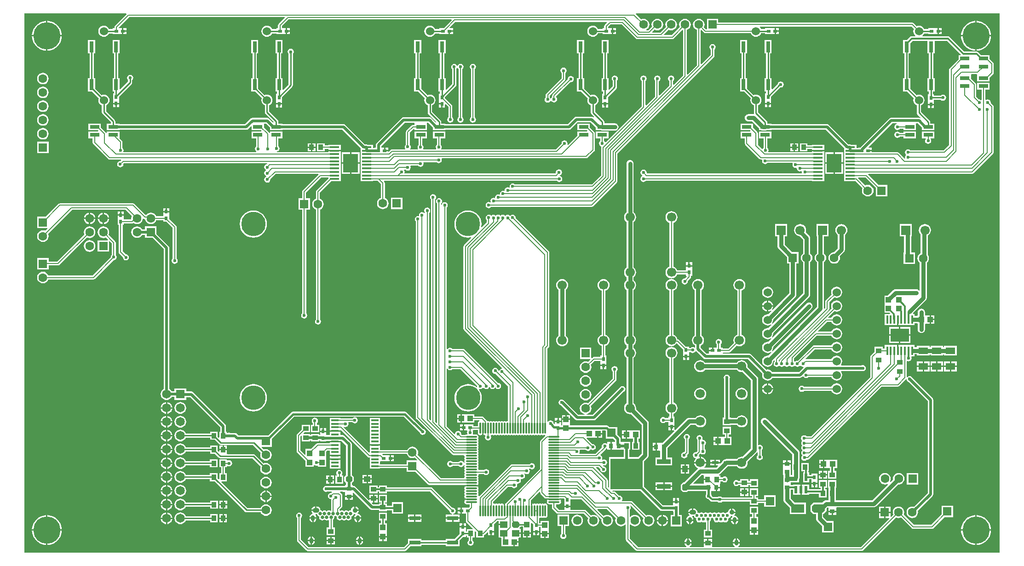
<source format=gbr>
%TF.GenerationSoftware,Altium Limited,Altium NEXUS,2.1.9 (83)*%
G04 Layer_Physical_Order=1*
G04 Layer_Color=255*
%FSLAX44Y44*%
%MOMM*%
%TF.FileFunction,Copper,L1,Top,Signal*%
%TF.Part,Single*%
G01*
G75*
%TA.AperFunction,SMDPad,CuDef*%
%ADD10R,1.8000X0.7500*%
%ADD11R,0.8000X2.0000*%
%ADD12R,0.9000X1.0000*%
%ADD13O,0.3000X2.1000*%
%ADD14O,2.1000X0.3000*%
%ADD15R,1.0000X1.0000*%
%ADD16R,2.0000X0.8000*%
%ADD17R,0.6000X0.8000*%
G04:AMPARAMS|DCode=18|XSize=1.4mm|YSize=1.15mm|CornerRadius=0mm|HoleSize=0mm|Usage=FLASHONLY|Rotation=0.000|XOffset=0mm|YOffset=0mm|HoleType=Round|Shape=Octagon|*
%AMOCTAGOND18*
4,1,8,0.7000,-0.2875,0.7000,0.2875,0.4125,0.5750,-0.4125,0.5750,-0.7000,0.2875,-0.7000,-0.2875,-0.4125,-0.5750,0.4125,-0.5750,0.7000,-0.2875,0.0*
%
%ADD18OCTAGOND18*%

%ADD19R,1.4000X1.1500*%
%ADD20R,1.0000X1.0000*%
%ADD21R,0.8000X0.6000*%
%ADD22R,1.3970X0.3480*%
%ADD23R,1.0000X1.1000*%
%ADD24R,1.0000X0.9000*%
%ADD25R,1.2500X0.5300*%
G04:AMPARAMS|DCode=26|XSize=0.53mm|YSize=1.25mm|CornerRadius=0mm|HoleSize=0mm|Usage=FLASHONLY|Rotation=270.000|XOffset=0mm|YOffset=0mm|HoleType=Round|Shape=Octagon|*
%AMOCTAGOND26*
4,1,8,0.6250,0.1325,0.6250,-0.1325,0.4925,-0.2650,-0.4925,-0.2650,-0.6250,-0.1325,-0.6250,0.1325,-0.4925,0.2650,0.4925,0.2650,0.6250,0.1325,0.0*
%
%ADD26OCTAGOND26*%

%ADD27R,0.9000X0.8000*%
%ADD28R,1.2200X1.0000*%
G04:AMPARAMS|DCode=29|XSize=1mm|YSize=1.22mm|CornerRadius=0mm|HoleSize=0mm|Usage=FLASHONLY|Rotation=90.000|XOffset=0mm|YOffset=0mm|HoleType=Round|Shape=Octagon|*
%AMOCTAGOND29*
4,1,8,-0.6100,-0.2500,-0.6100,0.2500,-0.3600,0.5000,0.3600,0.5000,0.6100,0.2500,0.6100,-0.2500,0.3600,-0.5000,-0.3600,-0.5000,-0.6100,-0.2500,0.0*
%
%ADD29OCTAGOND29*%

%ADD30R,1.1000X1.0000*%
%ADD31R,1.0000X1.2200*%
G04:AMPARAMS|DCode=32|XSize=1mm|YSize=1.22mm|CornerRadius=0mm|HoleSize=0mm|Usage=FLASHONLY|Rotation=180.000|XOffset=0mm|YOffset=0mm|HoleType=Round|Shape=Octagon|*
%AMOCTAGOND32*
4,1,8,0.2500,-0.6100,-0.2500,-0.6100,-0.5000,-0.3600,-0.5000,0.3600,-0.2500,0.6100,0.2500,0.6100,0.5000,0.3600,0.5000,-0.3600,0.2500,-0.6100,0.0*
%
%ADD32OCTAGOND32*%

%ADD33R,2.4000X1.5500*%
G04:AMPARAMS|DCode=34|XSize=1.55mm|YSize=2.4mm|CornerRadius=0mm|HoleSize=0mm|Usage=FLASHONLY|Rotation=270.000|XOffset=0mm|YOffset=0mm|HoleType=Round|Shape=Octagon|*
%AMOCTAGOND34*
4,1,8,1.2000,0.3875,1.2000,-0.3875,0.8125,-0.7750,-0.8125,-0.7750,-1.2000,-0.3875,-1.2000,0.3875,-0.8125,0.7750,0.8125,0.7750,1.2000,0.3875,0.0*
%
%ADD34OCTAGOND34*%

%ADD35R,2.5900X0.9500*%
%ADD36R,5.9400X5.6300*%
%ADD37R,0.5900X1.3700*%
%ADD38R,0.8000X0.9000*%
%ADD39R,3.4000X2.4800*%
%ADD40R,0.4100X1.5700*%
%ADD41R,1.8000X1.3000*%
%ADD42R,1.7780X0.3556*%
%ADD43R,2.7500X3.4300*%
%TA.AperFunction,Conductor*%
%ADD44C,0.3000*%
%ADD45C,0.2540*%
%ADD46C,0.2000*%
%ADD47C,0.5000*%
%ADD48C,0.4000*%
%ADD49C,0.8000*%
%TA.AperFunction,ViaPad*%
%ADD50C,5.0000*%
%TA.AperFunction,ComponentPad*%
%ADD51C,1.5240*%
%ADD52C,1.7000*%
%ADD53R,1.7000X1.7000*%
%ADD54R,1.6500X1.6500*%
%ADD55C,1.6500*%
%ADD56C,0.6000*%
%ADD57O,0.7500X1.0500*%
%ADD58C,0.9000*%
%ADD59O,1.2000X0.9000*%
%ADD60C,0.6500*%
%ADD61C,1.6000*%
%ADD62R,1.6000X1.6000*%
%ADD63R,1.6000X1.6000*%
%ADD64C,4.5000*%
%TA.AperFunction,ViaPad*%
%ADD65C,0.6000*%
G36*
X1798891Y3609D02*
X3609D01*
Y996391D01*
X190990D01*
X191516Y995121D01*
X170198Y973802D01*
X169415Y972631D01*
X169141Y971250D01*
Y969040D01*
X166210D01*
Y967385D01*
X159388D01*
X158875Y968624D01*
X157246Y970746D01*
X155124Y972375D01*
X152652Y973399D01*
X150000Y973748D01*
X147348Y973399D01*
X144876Y972375D01*
X142754Y970746D01*
X141125Y968624D01*
X140101Y966152D01*
X139752Y963500D01*
X140101Y960848D01*
X141125Y958376D01*
X142754Y956254D01*
X144876Y954625D01*
X147348Y953602D01*
X150000Y953252D01*
X152652Y953602D01*
X155124Y954625D01*
X157246Y956254D01*
X158875Y958376D01*
X159388Y959615D01*
X166210D01*
Y957960D01*
X183480D01*
Y963500D01*
Y969040D01*
X177440D01*
X176914Y970310D01*
X196495Y989891D01*
X482627D01*
X483113Y988717D01*
X471448Y977052D01*
X470665Y975881D01*
X470391Y974500D01*
Y969040D01*
X467460D01*
Y967385D01*
X459388D01*
X458875Y968624D01*
X457246Y970746D01*
X455124Y972375D01*
X452652Y973399D01*
X450000Y973748D01*
X447348Y973399D01*
X444876Y972375D01*
X442754Y970746D01*
X441125Y968624D01*
X440102Y966152D01*
X439752Y963500D01*
X440102Y960848D01*
X441125Y958376D01*
X442754Y956254D01*
X444876Y954625D01*
X447348Y953602D01*
X450000Y953252D01*
X452652Y953602D01*
X455124Y954625D01*
X457246Y956254D01*
X458875Y958376D01*
X459388Y959615D01*
X467460D01*
Y957960D01*
X484730D01*
Y963500D01*
Y969040D01*
X477609D01*
Y973005D01*
X489955Y985351D01*
X789594D01*
X790080Y984177D01*
X776198Y970295D01*
X775709Y969564D01*
X775186Y969040D01*
X767210D01*
Y967385D01*
X759388D01*
X758875Y968624D01*
X757246Y970746D01*
X755124Y972375D01*
X752652Y973399D01*
X750000Y973748D01*
X747348Y973399D01*
X744876Y972375D01*
X742754Y970746D01*
X741125Y968624D01*
X740101Y966152D01*
X739752Y963500D01*
X740101Y960848D01*
X741125Y958376D01*
X742754Y956254D01*
X744876Y954625D01*
X747348Y953602D01*
X750000Y953252D01*
X752652Y953602D01*
X755124Y954625D01*
X757246Y956254D01*
X758875Y958376D01*
X759388Y959615D01*
X767210D01*
Y957960D01*
X784480D01*
Y963500D01*
X785750D01*
Y964770D01*
X792290D01*
Y969040D01*
X786811D01*
X786325Y970213D01*
X796922Y980811D01*
X1075297D01*
X1075783Y979637D01*
X1071698Y975552D01*
X1070915Y974381D01*
X1070641Y973000D01*
Y969290D01*
X1067710D01*
Y967510D01*
X1059336D01*
X1058875Y968624D01*
X1057246Y970746D01*
X1055124Y972375D01*
X1052652Y973399D01*
X1050000Y973748D01*
X1047348Y973399D01*
X1044876Y972375D01*
X1042754Y970746D01*
X1041125Y968624D01*
X1040101Y966152D01*
X1039752Y963500D01*
X1040101Y960848D01*
X1041125Y958376D01*
X1042754Y956254D01*
X1044876Y954625D01*
X1047348Y953602D01*
X1050000Y953252D01*
X1052652Y953602D01*
X1055124Y954625D01*
X1057246Y956254D01*
X1058875Y958376D01*
X1059440Y959740D01*
X1067710D01*
Y958210D01*
X1084980D01*
Y963750D01*
Y969290D01*
X1077859D01*
Y971505D01*
X1082625Y976271D01*
X1103034D01*
X1129187Y950118D01*
X1130358Y949335D01*
X1131739Y949061D01*
X1196320D01*
X1197701Y949335D01*
X1198872Y950118D01*
X1214521Y965766D01*
X1215791Y965240D01*
Y882133D01*
X1198783Y865126D01*
X1197609Y865612D01*
Y871999D01*
X1197994Y872256D01*
X1199219Y874088D01*
X1199649Y876250D01*
X1199219Y878412D01*
X1197994Y880244D01*
X1196162Y881469D01*
X1194000Y881898D01*
X1191838Y881469D01*
X1190006Y880244D01*
X1188781Y878412D01*
X1188352Y876250D01*
X1188781Y874088D01*
X1190006Y872256D01*
X1190391Y871999D01*
Y863154D01*
X1172617Y845381D01*
X1171444Y845867D01*
Y871487D01*
X1172594Y872256D01*
X1173819Y874088D01*
X1174249Y876250D01*
X1173819Y878412D01*
X1172594Y880244D01*
X1170762Y881469D01*
X1168600Y881898D01*
X1166438Y881469D01*
X1164606Y880244D01*
X1163381Y878412D01*
X1162952Y876250D01*
X1163381Y874088D01*
X1164225Y872825D01*
Y843409D01*
X1148033Y827217D01*
X1146859Y827703D01*
Y871999D01*
X1147244Y872256D01*
X1148469Y874088D01*
X1148898Y876250D01*
X1148469Y878412D01*
X1147244Y880244D01*
X1145412Y881469D01*
X1143250Y881898D01*
X1141088Y881469D01*
X1139256Y880244D01*
X1138031Y878412D01*
X1137601Y876250D01*
X1138031Y874088D01*
X1139256Y872256D01*
X1139641Y871999D01*
Y825245D01*
X1073438Y759043D01*
X1072035Y759436D01*
X1070994Y760994D01*
X1070609Y761251D01*
Y766576D01*
X1078558D01*
Y779156D01*
X1055478D01*
Y766576D01*
X1063391D01*
Y761251D01*
X1063006Y760994D01*
X1061781Y759162D01*
X1061351Y757000D01*
X1061781Y754838D01*
X1063006Y753006D01*
X1064838Y751781D01*
X1064847Y751780D01*
X1065540Y750347D01*
X1065367Y749476D01*
Y698642D01*
X1048084Y681359D01*
X906501D01*
X906244Y681744D01*
X904412Y682969D01*
X902250Y683399D01*
X900088Y682969D01*
X898256Y681744D01*
X897031Y679912D01*
X896601Y677750D01*
X896874Y676381D01*
X895731Y675617D01*
X895205Y675968D01*
X893044Y676398D01*
X890882Y675968D01*
X889050Y674744D01*
X887825Y672912D01*
X887395Y670750D01*
X887478Y670334D01*
X886342Y669532D01*
X884500Y669899D01*
X882338Y669469D01*
X880506Y668244D01*
X879281Y666412D01*
X878851Y664250D01*
X879028Y663361D01*
X877885Y662598D01*
X877704Y662719D01*
X875543Y663148D01*
X873381Y662719D01*
X871549Y661494D01*
X870324Y659662D01*
X869894Y657500D01*
X869977Y657085D01*
X868841Y656282D01*
X867000Y656648D01*
X864838Y656219D01*
X863006Y654994D01*
X861781Y653162D01*
X861351Y651000D01*
X861721Y649142D01*
X860939Y648424D01*
X860692Y648302D01*
X860349Y648531D01*
X858187Y648961D01*
X856026Y648531D01*
X854193Y647307D01*
X852969Y645474D01*
X852539Y643313D01*
X852969Y641151D01*
X854193Y639318D01*
X856026Y638094D01*
X858187Y637664D01*
X860349Y638094D01*
X862182Y639318D01*
X862439Y639703D01*
X1047245D01*
X1048626Y639978D01*
X1049797Y640760D01*
X1094229Y685192D01*
X1095011Y686363D01*
X1095286Y687744D01*
Y738579D01*
X1272752Y916045D01*
X1273535Y917216D01*
X1273809Y918597D01*
Y929999D01*
X1274194Y930256D01*
X1275419Y932088D01*
X1275848Y934250D01*
X1275419Y936412D01*
X1274194Y938244D01*
X1272362Y939469D01*
X1270200Y939899D01*
X1268038Y939469D01*
X1266206Y938244D01*
X1264981Y936412D01*
X1264551Y934250D01*
X1264981Y932088D01*
X1266206Y930256D01*
X1266591Y929999D01*
Y920092D01*
X1249583Y903084D01*
X1248409Y903570D01*
Y965240D01*
X1249679Y965766D01*
X1254498Y960948D01*
X1255669Y960165D01*
X1257050Y959891D01*
X1340498D01*
X1341125Y958376D01*
X1342754Y956254D01*
X1344876Y954625D01*
X1347348Y953602D01*
X1350000Y953252D01*
X1352652Y953602D01*
X1355124Y954625D01*
X1357246Y956254D01*
X1358875Y958376D01*
X1359440Y959740D01*
X1366960D01*
Y958210D01*
X1384230D01*
Y963750D01*
Y969290D01*
X1366960D01*
Y967510D01*
X1359336D01*
X1358875Y968624D01*
X1357246Y970746D01*
X1356996Y970938D01*
X1357404Y972141D01*
X1636255D01*
X1640729Y967667D01*
X1640101Y966152D01*
X1639752Y963500D01*
X1640101Y960848D01*
X1641125Y958376D01*
X1642754Y956254D01*
X1643881Y955389D01*
X1643450Y954119D01*
X1636404D01*
X1634828Y953806D01*
X1633491Y952913D01*
X1628067Y947488D01*
X1620812D01*
Y922408D01*
X1623467D01*
Y877488D01*
X1620812D01*
Y852408D01*
X1628398D01*
X1640556Y840250D01*
X1640101Y839152D01*
X1639752Y836500D01*
X1640101Y833848D01*
X1641125Y831376D01*
X1642754Y829254D01*
X1644876Y827625D01*
X1646115Y827112D01*
Y813250D01*
X1646411Y811763D01*
X1647253Y810503D01*
X1653248Y804508D01*
X1652439Y803522D01*
X1652101Y803748D01*
X1650134Y804139D01*
X1598886D01*
X1596920Y803748D01*
X1595252Y802634D01*
X1542116Y749498D01*
X1541811Y749040D01*
X1538210D01*
Y748639D01*
X1535148D01*
Y754318D01*
X1526327D01*
X1525685Y754748D01*
X1523718Y755139D01*
X1520179D01*
X1484318Y791000D01*
X1482651Y792114D01*
X1480685Y792505D01*
X1378558D01*
Y793656D01*
X1370903D01*
Y795732D01*
X1370607Y797219D01*
X1369765Y798479D01*
X1353885Y814359D01*
Y827112D01*
X1355124Y827625D01*
X1357246Y829254D01*
X1358875Y831376D01*
X1359899Y833848D01*
X1360248Y836500D01*
X1359899Y839152D01*
X1358875Y841624D01*
X1357246Y843746D01*
X1355124Y845375D01*
X1352652Y846398D01*
X1350000Y846748D01*
X1347348Y846398D01*
X1345967Y845827D01*
X1333892Y857902D01*
Y877488D01*
X1331237D01*
Y922408D01*
X1333892D01*
Y947488D01*
X1320812D01*
Y922408D01*
X1323467D01*
Y877488D01*
X1320812D01*
Y852408D01*
X1328398D01*
X1340556Y840250D01*
X1340101Y839152D01*
X1339752Y836500D01*
X1340101Y833848D01*
X1341125Y831376D01*
X1342754Y829254D01*
X1344876Y827625D01*
X1346115Y827112D01*
Y812750D01*
X1346262Y812012D01*
X1345500Y811001D01*
X1345278Y810846D01*
X1336250D01*
X1334543Y810622D01*
X1332952Y809963D01*
X1331586Y808914D01*
X1330537Y807548D01*
X1329878Y805957D01*
X1329654Y804250D01*
X1329878Y802543D01*
X1330537Y800952D01*
X1331586Y799586D01*
X1332952Y798537D01*
X1334543Y797878D01*
X1336250Y797654D01*
X1342652D01*
X1355478Y784827D01*
Y781076D01*
X1360364D01*
X1360561Y780994D01*
X1362268Y780770D01*
X1367018D01*
X1368725Y780994D01*
X1368922Y781076D01*
X1378558D01*
Y782227D01*
X1478556D01*
X1512288Y748495D01*
Y739182D01*
Y732682D01*
Y726182D01*
Y719682D01*
Y713182D01*
Y706682D01*
Y700182D01*
Y693682D01*
Y687181D01*
X1533564D01*
X1546288Y674458D01*
X1545581Y672751D01*
X1545219Y670000D01*
X1545581Y667249D01*
X1546643Y664685D01*
X1548333Y662483D01*
X1550535Y660793D01*
X1553098Y659731D01*
X1555850Y659369D01*
X1558602Y659731D01*
X1561165Y660793D01*
X1563367Y662483D01*
X1565057Y664685D01*
X1566119Y667249D01*
X1566481Y670000D01*
X1566119Y672751D01*
X1565057Y675315D01*
X1563367Y677517D01*
X1561165Y679207D01*
X1558602Y680269D01*
X1555850Y680631D01*
X1553098Y680269D01*
X1551392Y679562D01*
X1537834Y693120D01*
X1538360Y694390D01*
X1551755D01*
X1570710Y675436D01*
Y659460D01*
X1591790D01*
Y680540D01*
X1575814D01*
X1556734Y699620D01*
X1557260Y700890D01*
X1747341D01*
X1748722Y701165D01*
X1749893Y701947D01*
X1786552Y738607D01*
X1787335Y739778D01*
X1787609Y741159D01*
Y824750D01*
X1787335Y826131D01*
X1786552Y827302D01*
X1782058Y831796D01*
X1782148Y832250D01*
X1781719Y834412D01*
X1780494Y836244D01*
X1778662Y837469D01*
X1776500Y837898D01*
X1774338Y837469D01*
X1773729Y837062D01*
X1772609Y837660D01*
Y856326D01*
X1780058D01*
Y868906D01*
X1756978D01*
Y856326D01*
X1765391D01*
Y837507D01*
X1764121Y836828D01*
X1763162Y837469D01*
X1761000Y837898D01*
X1760546Y837808D01*
X1755368Y842986D01*
Y865125D01*
X1755094Y866506D01*
X1754311Y867677D01*
X1746058Y875930D01*
Y883406D01*
X1746747Y884391D01*
X1756289D01*
X1756978Y883406D01*
Y870826D01*
X1780058D01*
Y878302D01*
X1786503Y884747D01*
X1787286Y885918D01*
X1787560Y887299D01*
Y902933D01*
X1787286Y904314D01*
X1786503Y905485D01*
X1780058Y911930D01*
Y919406D01*
X1764419D01*
X1759163Y924663D01*
X1757826Y925556D01*
X1756250Y925869D01*
X1733706D01*
X1706663Y952913D01*
X1705326Y953806D01*
X1703750Y954119D01*
X1656550D01*
X1656119Y955389D01*
X1657246Y956254D01*
X1658875Y958376D01*
X1659388Y959615D01*
X1666960D01*
Y957960D01*
X1684230D01*
Y963500D01*
Y969040D01*
X1666960D01*
Y967385D01*
X1659388D01*
X1658875Y968624D01*
X1657246Y970746D01*
X1655124Y972375D01*
X1652652Y973399D01*
X1650000Y973748D01*
X1647348Y973399D01*
X1645833Y972771D01*
X1640302Y978302D01*
X1639131Y979085D01*
X1637750Y979359D01*
X1280740D01*
Y986290D01*
X1259660D01*
Y967484D01*
X1258390Y967264D01*
X1254362Y971292D01*
X1255069Y972999D01*
X1255431Y975750D01*
X1255069Y978502D01*
X1254007Y981065D01*
X1252317Y983267D01*
X1250116Y984957D01*
X1247551Y986019D01*
X1244800Y986381D01*
X1242048Y986019D01*
X1239484Y984957D01*
X1237283Y983267D01*
X1235593Y981065D01*
X1234531Y978502D01*
X1234169Y975750D01*
X1234531Y972999D01*
X1235593Y970434D01*
X1237283Y968233D01*
X1239484Y966543D01*
X1241191Y965837D01*
Y901113D01*
X1224183Y884105D01*
X1223009Y884591D01*
Y965837D01*
X1224715Y966543D01*
X1226917Y968233D01*
X1228607Y970434D01*
X1229669Y972999D01*
X1230031Y975750D01*
X1229669Y978502D01*
X1228607Y981065D01*
X1226917Y983267D01*
X1224715Y984957D01*
X1222151Y986019D01*
X1219400Y986381D01*
X1216648Y986019D01*
X1214084Y984957D01*
X1211883Y983267D01*
X1210193Y981065D01*
X1209131Y978502D01*
X1208769Y975750D01*
X1209131Y972999D01*
X1209838Y971292D01*
X1194825Y956279D01*
X1181293D01*
X1180807Y957453D01*
X1189542Y966188D01*
X1191248Y965481D01*
X1194000Y965119D01*
X1196751Y965481D01*
X1199315Y966543D01*
X1201517Y968233D01*
X1203207Y970434D01*
X1204269Y972999D01*
X1204631Y975750D01*
X1204269Y978502D01*
X1203207Y981065D01*
X1201517Y983267D01*
X1199315Y984957D01*
X1196751Y986019D01*
X1194000Y986381D01*
X1191248Y986019D01*
X1188684Y984957D01*
X1186483Y983267D01*
X1184793Y981065D01*
X1183731Y978502D01*
X1183369Y975750D01*
X1183731Y972999D01*
X1184438Y971292D01*
X1173965Y960819D01*
X1159583D01*
X1159097Y961993D01*
X1163541Y966437D01*
X1165848Y965481D01*
X1168600Y965119D01*
X1171351Y965481D01*
X1173915Y966543D01*
X1176117Y968233D01*
X1177807Y970434D01*
X1178869Y972999D01*
X1179231Y975750D01*
X1178869Y978502D01*
X1177807Y981065D01*
X1176117Y983267D01*
X1173915Y984957D01*
X1171351Y986019D01*
X1168600Y986381D01*
X1165848Y986019D01*
X1163285Y984957D01*
X1161083Y983267D01*
X1159393Y981065D01*
X1158331Y978502D01*
X1157969Y975750D01*
X1158331Y972999D01*
X1158789Y971893D01*
X1152255Y965359D01*
X1148976D01*
X1148628Y966253D01*
X1148627Y966629D01*
X1150717Y968233D01*
X1152407Y970434D01*
X1153469Y972999D01*
X1153831Y975750D01*
X1153469Y978502D01*
X1152407Y981065D01*
X1150717Y983267D01*
X1148515Y984957D01*
X1145952Y986019D01*
X1143200Y986381D01*
X1140449Y986019D01*
X1138742Y985312D01*
X1128934Y995121D01*
X1129460Y996391D01*
X1798891D01*
Y3609D01*
D02*
G37*
G36*
X1727345Y920579D02*
X1726859Y919406D01*
X1722978D01*
Y911930D01*
X1706868Y895820D01*
X1706085Y894649D01*
X1705811Y893268D01*
Y754245D01*
X1695675Y744109D01*
X1634251D01*
X1633994Y744494D01*
X1632162Y745719D01*
X1630000Y746149D01*
X1627838Y745719D01*
X1626006Y744494D01*
X1624781Y742662D01*
X1624352Y740500D01*
X1624781Y738338D01*
X1625883Y736690D01*
X1626006Y736057D01*
Y735693D01*
X1625883Y735061D01*
X1624781Y733412D01*
X1624352Y731250D01*
X1624650Y729751D01*
X1623479Y729125D01*
X1613052Y739553D01*
X1611881Y740335D01*
X1610500Y740610D01*
X1563290D01*
Y742230D01*
X1556750D01*
Y744770D01*
X1563290D01*
Y749040D01*
X1557853D01*
X1557367Y750213D01*
X1601015Y793861D01*
X1608830D01*
X1608955Y792591D01*
X1608338Y792468D01*
X1606506Y791244D01*
X1605281Y789412D01*
X1604852Y787250D01*
X1605281Y785088D01*
X1606506Y783256D01*
X1608338Y782031D01*
X1610500Y781601D01*
X1612662Y782031D01*
X1614494Y783256D01*
X1614829Y783757D01*
X1621478D01*
Y781076D01*
X1644558D01*
X1644558Y793656D01*
X1645743Y793861D01*
X1648006D01*
X1655478Y786389D01*
Y781076D01*
X1678558D01*
Y793656D01*
X1670903D01*
Y796232D01*
X1670607Y797719D01*
X1669765Y798979D01*
X1653885Y814859D01*
Y827112D01*
X1655124Y827625D01*
X1657246Y829254D01*
X1658875Y831376D01*
X1659899Y833848D01*
X1660248Y836500D01*
X1659899Y839152D01*
X1658875Y841624D01*
X1657246Y843746D01*
X1655124Y845375D01*
X1652652Y846398D01*
X1650000Y846748D01*
X1647348Y846398D01*
X1645967Y845827D01*
X1633892Y857902D01*
Y877488D01*
X1631237D01*
Y922408D01*
X1633892D01*
Y941663D01*
X1638110Y945881D01*
X1665812D01*
Y922408D01*
X1668467D01*
Y877488D01*
X1665812D01*
Y852408D01*
X1668365D01*
Y847040D01*
X1666710D01*
Y833960D01*
Y829770D01*
X1672250D01*
X1677790D01*
Y833960D01*
Y837365D01*
X1690183D01*
X1690256Y837256D01*
X1692088Y836031D01*
X1694250Y835602D01*
X1696412Y836031D01*
X1698244Y837256D01*
X1699469Y839088D01*
X1699899Y841250D01*
X1699469Y843412D01*
X1698244Y845244D01*
X1696412Y846469D01*
X1694250Y846898D01*
X1692088Y846469D01*
X1690256Y845244D01*
X1690183Y845135D01*
X1677790D01*
Y847040D01*
X1676135D01*
Y852408D01*
X1678892D01*
Y877488D01*
X1676237D01*
Y922408D01*
X1678892D01*
Y945881D01*
X1702044D01*
X1727345Y920579D01*
D02*
G37*
%LPC*%
G36*
X1392040Y969290D02*
X1386770D01*
Y965020D01*
X1392040D01*
Y969290D01*
D02*
G37*
G36*
X1092790D02*
X1087520D01*
Y965020D01*
X1092790D01*
Y969290D01*
D02*
G37*
G36*
X1692040Y969040D02*
X1686770D01*
Y964770D01*
X1692040D01*
Y969040D01*
D02*
G37*
G36*
X492540D02*
X487270D01*
Y964770D01*
X492540D01*
Y969040D01*
D02*
G37*
G36*
X191290D02*
X186020D01*
Y964770D01*
X191290D01*
Y969040D01*
D02*
G37*
G36*
X1392040Y962480D02*
X1386770D01*
Y958210D01*
X1392040D01*
Y962480D01*
D02*
G37*
G36*
X1092790D02*
X1087520D01*
Y958210D01*
X1092790D01*
Y962480D01*
D02*
G37*
G36*
X1692040Y962230D02*
X1686770D01*
Y957960D01*
X1692040D01*
Y962230D01*
D02*
G37*
G36*
X792290D02*
X787020D01*
Y957960D01*
X792290D01*
Y962230D01*
D02*
G37*
G36*
X492540Y962230D02*
X487270D01*
Y957960D01*
X492540D01*
Y962230D01*
D02*
G37*
G36*
X191290D02*
X186020D01*
Y957960D01*
X191290D01*
Y962230D01*
D02*
G37*
G36*
X1756270Y982525D02*
Y956270D01*
X1782525D01*
X1782285Y959322D01*
X1781273Y963537D01*
X1779614Y967542D01*
X1777349Y971238D01*
X1774534Y974534D01*
X1771238Y977349D01*
X1767542Y979614D01*
X1763537Y981273D01*
X1759321Y982285D01*
X1756270Y982525D01*
D02*
G37*
G36*
X1753730D02*
X1750679Y982285D01*
X1746463Y981273D01*
X1742458Y979614D01*
X1738762Y977349D01*
X1735466Y974534D01*
X1732651Y971238D01*
X1730386Y967542D01*
X1728727Y963537D01*
X1727715Y959322D01*
X1727475Y956270D01*
X1753730D01*
Y982525D01*
D02*
G37*
G36*
X46270D02*
Y956270D01*
X72525D01*
X72285Y959322D01*
X71273Y963537D01*
X69614Y967542D01*
X67349Y971238D01*
X64534Y974534D01*
X61238Y977349D01*
X57542Y979614D01*
X53537Y981273D01*
X49321Y982285D01*
X46270Y982525D01*
D02*
G37*
G36*
X43730D02*
X40679Y982285D01*
X36463Y981273D01*
X32459Y979614D01*
X28762Y977349D01*
X25466Y974534D01*
X22651Y971238D01*
X20386Y967542D01*
X18727Y963537D01*
X17715Y959322D01*
X17475Y956270D01*
X43730D01*
Y982525D01*
D02*
G37*
G36*
X1782525Y953730D02*
X1756270D01*
Y927475D01*
X1759321Y927715D01*
X1763537Y928727D01*
X1767542Y930386D01*
X1771238Y932651D01*
X1774534Y935466D01*
X1777349Y938762D01*
X1779614Y942458D01*
X1781273Y946463D01*
X1782285Y950678D01*
X1782525Y953730D01*
D02*
G37*
G36*
X1753730D02*
X1727475D01*
X1727715Y950678D01*
X1728727Y946463D01*
X1730386Y942458D01*
X1732651Y938762D01*
X1735466Y935466D01*
X1738762Y932651D01*
X1742458Y930386D01*
X1746463Y928727D01*
X1750679Y927715D01*
X1753730Y927475D01*
Y953730D01*
D02*
G37*
G36*
X72525D02*
X46270D01*
Y927475D01*
X49321Y927715D01*
X53537Y928727D01*
X57542Y930386D01*
X61238Y932651D01*
X64534Y935466D01*
X67349Y938762D01*
X69614Y942458D01*
X71273Y946463D01*
X72285Y950678D01*
X72525Y953730D01*
D02*
G37*
G36*
X43730D02*
X17475D01*
X17715Y950678D01*
X18727Y946463D01*
X20386Y942458D01*
X22651Y938762D01*
X25466Y935466D01*
X28762Y932651D01*
X32459Y930386D01*
X36463Y928727D01*
X40679Y927715D01*
X43730Y927475D01*
Y953730D01*
D02*
G37*
G36*
X995750Y896648D02*
X993588Y896219D01*
X991756Y894994D01*
X990531Y893162D01*
X990101Y891000D01*
X990531Y888838D01*
X991756Y887006D01*
X992141Y886749D01*
Y877245D01*
X964198Y849302D01*
X963415Y848131D01*
X963141Y846750D01*
Y842001D01*
X962756Y841744D01*
X961532Y839912D01*
X961102Y837750D01*
X961532Y835588D01*
X962756Y833756D01*
X964588Y832531D01*
X966750Y832102D01*
X968912Y832531D01*
X970744Y833756D01*
X971969Y835588D01*
X972027Y835884D01*
X972960Y836036D01*
X973344Y835994D01*
X974506Y834256D01*
X976338Y833031D01*
X978500Y832601D01*
X980662Y833031D01*
X982494Y834256D01*
X983719Y836088D01*
X984148Y838250D01*
X983719Y840412D01*
X982494Y842244D01*
X982478Y843624D01*
X1008796Y869942D01*
X1009250Y869852D01*
X1011412Y870281D01*
X1013244Y871506D01*
X1014469Y873338D01*
X1014899Y875500D01*
X1014469Y877662D01*
X1013244Y879494D01*
X1011412Y880719D01*
X1009250Y881149D01*
X1007088Y880719D01*
X1005256Y879494D01*
X1004031Y877662D01*
X1003602Y875500D01*
X1003692Y875046D01*
X975948Y847302D01*
X975165Y846131D01*
X974891Y844750D01*
Y842501D01*
X974506Y842244D01*
X973281Y840412D01*
X973223Y840116D01*
X972290Y839964D01*
X971906Y840006D01*
X970744Y841744D01*
X970359Y842001D01*
Y845255D01*
X998302Y873198D01*
X999085Y874369D01*
X999359Y875750D01*
Y886749D01*
X999744Y887006D01*
X1000969Y888838D01*
X1001398Y891000D01*
X1000969Y893162D01*
X999744Y894994D01*
X997912Y896219D01*
X995750Y896648D01*
D02*
G37*
G36*
X37750Y886981D02*
X34999Y886619D01*
X32434Y885557D01*
X30233Y883867D01*
X28543Y881665D01*
X27481Y879101D01*
X27119Y876350D01*
X27481Y873598D01*
X28543Y871035D01*
X30233Y868833D01*
X32434Y867143D01*
X34999Y866081D01*
X37750Y865719D01*
X40501Y866081D01*
X43066Y867143D01*
X45267Y868833D01*
X46957Y871034D01*
X48019Y873598D01*
X48381Y876350D01*
X48019Y879101D01*
X46957Y881665D01*
X45267Y883867D01*
X43066Y885557D01*
X40501Y886619D01*
X37750Y886981D01*
D02*
G37*
G36*
X1378892Y947488D02*
X1365812D01*
Y922408D01*
X1368467D01*
Y877488D01*
X1365812D01*
Y852408D01*
X1368365D01*
Y849040D01*
X1366710D01*
Y835960D01*
Y831770D01*
X1372250D01*
Y830500D01*
D01*
Y831770D01*
X1377790D01*
Y835960D01*
Y843546D01*
X1394328Y860085D01*
X1395500Y859852D01*
X1397662Y860281D01*
X1399494Y861506D01*
X1400719Y863338D01*
X1401149Y865500D01*
X1400719Y867662D01*
X1399494Y869494D01*
X1397662Y870719D01*
X1395500Y871149D01*
X1393338Y870719D01*
X1391506Y869494D01*
X1390281Y867662D01*
X1390123Y866867D01*
X1380065Y856809D01*
X1378892Y857295D01*
Y877488D01*
X1376237D01*
Y922408D01*
X1378892D01*
Y947488D01*
D02*
G37*
G36*
X37750Y861581D02*
X34999Y861219D01*
X32434Y860157D01*
X30233Y858467D01*
X28543Y856265D01*
X27481Y853701D01*
X27119Y850950D01*
X27481Y848198D01*
X28543Y845635D01*
X30233Y843433D01*
X32434Y841743D01*
X34999Y840681D01*
X37750Y840319D01*
X40501Y840681D01*
X43066Y841743D01*
X45267Y843433D01*
X46957Y845635D01*
X48019Y848198D01*
X48381Y850950D01*
X48019Y853701D01*
X46957Y856265D01*
X45267Y858467D01*
X43066Y860157D01*
X40501Y861219D01*
X37750Y861581D01*
D02*
G37*
G36*
X178892Y947488D02*
X165812D01*
Y922408D01*
X168467D01*
Y877488D01*
X165812D01*
Y852408D01*
X168365D01*
Y848790D01*
X166710D01*
Y835710D01*
Y831520D01*
X172250D01*
X177790D01*
Y835710D01*
Y843296D01*
X200997Y866503D01*
X201839Y867763D01*
X202135Y869250D01*
Y873683D01*
X202244Y873756D01*
X203469Y875588D01*
X203899Y877750D01*
X203469Y879912D01*
X202244Y881744D01*
X200412Y882969D01*
X198250Y883399D01*
X196088Y882969D01*
X194256Y881744D01*
X193031Y879912D01*
X192602Y877750D01*
X193031Y875588D01*
X194256Y873756D01*
X194365Y873683D01*
Y870859D01*
X180065Y856559D01*
X178892Y857045D01*
Y877488D01*
X176237D01*
Y922408D01*
X178892D01*
Y947488D01*
D02*
G37*
G36*
X478892D02*
X465812D01*
Y922408D01*
X468467D01*
Y877488D01*
X465812D01*
Y852408D01*
X468615D01*
Y848290D01*
X466960D01*
Y835210D01*
Y831020D01*
X472500D01*
X478040D01*
Y835210D01*
Y842796D01*
X496497Y861253D01*
X497339Y862513D01*
X497635Y864000D01*
Y921683D01*
X497744Y921756D01*
X498969Y923588D01*
X499398Y925750D01*
X498969Y927912D01*
X497744Y929744D01*
X495912Y930968D01*
X493750Y931398D01*
X491588Y930968D01*
X489756Y929744D01*
X488531Y927912D01*
X488102Y925750D01*
X488531Y923588D01*
X489756Y921756D01*
X489865Y921683D01*
Y865609D01*
X480065Y855809D01*
X478892Y856295D01*
Y877488D01*
X476237D01*
Y922408D01*
X478892D01*
Y947488D01*
D02*
G37*
G36*
X1078892D02*
X1065812D01*
Y922408D01*
X1068467D01*
Y877488D01*
X1065812D01*
Y852408D01*
X1068365D01*
Y848290D01*
X1066710D01*
Y835210D01*
Y831020D01*
X1072250D01*
X1077790D01*
Y835210D01*
Y842796D01*
X1092997Y858003D01*
X1093839Y859263D01*
X1094135Y860750D01*
Y872433D01*
X1094244Y872506D01*
X1095469Y874338D01*
X1095899Y876500D01*
X1095469Y878662D01*
X1094244Y880494D01*
X1092412Y881719D01*
X1090250Y882149D01*
X1088088Y881719D01*
X1086256Y880494D01*
X1085031Y878662D01*
X1084602Y876500D01*
X1085031Y874338D01*
X1086256Y872506D01*
X1086365Y872433D01*
Y862359D01*
X1080065Y856059D01*
X1078892Y856545D01*
Y877488D01*
X1076237D01*
Y922408D01*
X1078892D01*
Y947488D01*
D02*
G37*
G36*
X1377790Y829230D02*
X1373520D01*
Y823960D01*
X1377790D01*
Y829230D01*
D02*
G37*
G36*
X1370980D02*
X1366710D01*
Y823960D01*
X1370980D01*
Y829230D01*
D02*
G37*
G36*
X177790Y828980D02*
X173520D01*
Y823710D01*
X177790D01*
Y828980D01*
D02*
G37*
G36*
X170980D02*
X166710D01*
Y823710D01*
X170980D01*
Y828980D01*
D02*
G37*
G36*
X1077790Y828480D02*
X1073520D01*
Y823210D01*
X1077790D01*
Y828480D01*
D02*
G37*
G36*
X1070980D02*
X1066710D01*
Y823210D01*
X1070980D01*
Y828480D01*
D02*
G37*
G36*
X770980D02*
X766710D01*
Y823210D01*
X770980D01*
Y828480D01*
D02*
G37*
G36*
X478040D02*
X473770D01*
Y823210D01*
X478040D01*
Y828480D01*
D02*
G37*
G36*
X471230D02*
X466960D01*
Y823210D01*
X471230D01*
Y828480D01*
D02*
G37*
G36*
X37750Y836181D02*
X34999Y835819D01*
X32434Y834757D01*
X30233Y833067D01*
X28543Y830865D01*
X27481Y828301D01*
X27119Y825550D01*
X27481Y822798D01*
X28543Y820235D01*
X30233Y818033D01*
X32434Y816343D01*
X34999Y815281D01*
X37750Y814919D01*
X40501Y815281D01*
X43066Y816343D01*
X45267Y818033D01*
X46957Y820235D01*
X48019Y822798D01*
X48381Y825550D01*
X48019Y828301D01*
X46957Y830865D01*
X45267Y833067D01*
X43066Y834757D01*
X40501Y835819D01*
X37750Y836181D01*
D02*
G37*
G36*
X1033892Y947488D02*
X1020812D01*
Y922408D01*
X1023467D01*
Y877488D01*
X1020812D01*
Y852408D01*
X1028398D01*
X1040556Y840250D01*
X1040101Y839152D01*
X1039752Y836500D01*
X1040101Y833848D01*
X1041125Y831376D01*
X1042754Y829254D01*
X1044876Y827625D01*
X1046115Y827112D01*
Y813500D01*
X1046411Y812013D01*
X1047253Y810753D01*
X1051751Y806255D01*
X1050942Y805268D01*
X1049850Y805998D01*
X1047884Y806389D01*
X1020000D01*
X1018034Y805998D01*
X1016366Y804884D01*
X1003988Y792505D01*
X778558D01*
Y793656D01*
X770903D01*
Y796732D01*
X770607Y798219D01*
X769765Y799479D01*
X753885Y815359D01*
Y827112D01*
X755124Y827625D01*
X757246Y829254D01*
X758875Y831376D01*
X759899Y833848D01*
X760248Y836500D01*
X759899Y839152D01*
X758875Y841624D01*
X757246Y843746D01*
X755124Y845375D01*
X752652Y846398D01*
X750000Y846748D01*
X747348Y846398D01*
X745967Y845827D01*
X733892Y857902D01*
Y877488D01*
X731237D01*
Y922408D01*
X733892D01*
Y947488D01*
X720812D01*
Y922408D01*
X723467D01*
Y877488D01*
X720812D01*
Y852408D01*
X728398D01*
X740556Y840250D01*
X740101Y839152D01*
X739752Y836500D01*
X740101Y833848D01*
X741125Y831376D01*
X742754Y829254D01*
X744876Y827625D01*
X746115Y827112D01*
Y813750D01*
X746411Y812263D01*
X747253Y811003D01*
X762203Y796053D01*
X762193Y796004D01*
X760815Y795586D01*
X752768Y803634D01*
X751100Y804748D01*
X749134Y805139D01*
X701500D01*
X699533Y804748D01*
X697866Y803634D01*
X651866Y757634D01*
X650752Y755966D01*
X650361Y754000D01*
Y749040D01*
X648210D01*
Y748639D01*
X645366D01*
Y754318D01*
X636545D01*
X635902Y754748D01*
X633936Y755139D01*
X630396D01*
X594536Y791000D01*
X592869Y792114D01*
X590902Y792505D01*
X478558D01*
Y793656D01*
X470903D01*
Y797232D01*
X470607Y798719D01*
X469765Y799979D01*
X453885Y815859D01*
Y827112D01*
X455124Y827625D01*
X457246Y829254D01*
X458875Y831376D01*
X459898Y833848D01*
X460248Y836500D01*
X459898Y839152D01*
X458875Y841624D01*
X457246Y843746D01*
X455124Y845375D01*
X452652Y846398D01*
X450000Y846748D01*
X447348Y846398D01*
X445967Y845827D01*
X433892Y857902D01*
Y877488D01*
X431237D01*
Y922408D01*
X433892D01*
Y947488D01*
X420812D01*
Y922408D01*
X423467D01*
Y877488D01*
X420812D01*
Y852408D01*
X428398D01*
X440556Y840250D01*
X440102Y839152D01*
X439752Y836500D01*
X440102Y833848D01*
X441125Y831376D01*
X442754Y829254D01*
X444876Y827625D01*
X446115Y827112D01*
Y814250D01*
X446411Y812763D01*
X447253Y811503D01*
X462557Y796200D01*
X462468Y795730D01*
X461095Y795306D01*
X454018Y802384D01*
X452351Y803498D01*
X450384Y803889D01*
X423250D01*
X421283Y803498D01*
X419616Y802384D01*
X409738Y792505D01*
X178558D01*
Y793656D01*
X170903D01*
Y797232D01*
X170607Y798719D01*
X169765Y799979D01*
X153885Y815859D01*
Y827112D01*
X155124Y827625D01*
X157246Y829254D01*
X158875Y831376D01*
X159899Y833848D01*
X160248Y836500D01*
X159899Y839152D01*
X158875Y841624D01*
X157246Y843746D01*
X155124Y845375D01*
X152652Y846398D01*
X150000Y846748D01*
X147348Y846398D01*
X145967Y845827D01*
X133892Y857902D01*
Y877488D01*
X131237D01*
Y922408D01*
X133892D01*
Y947488D01*
X120812D01*
Y922408D01*
X123467D01*
Y877488D01*
X120812D01*
Y852408D01*
X128398D01*
X140556Y840250D01*
X140101Y839152D01*
X139752Y836500D01*
X140101Y833848D01*
X141125Y831376D01*
X142754Y829254D01*
X144876Y827625D01*
X146115Y827112D01*
Y814250D01*
X146411Y812763D01*
X147253Y811503D01*
X163133Y795623D01*
Y793656D01*
X155478D01*
Y781076D01*
X178558D01*
Y782227D01*
X411866D01*
X413833Y782618D01*
X415500Y783732D01*
X420305Y788537D01*
X421478Y788051D01*
Y781076D01*
X439287D01*
X439855Y780368D01*
X439322Y779156D01*
X421478D01*
Y766576D01*
X430141D01*
Y751251D01*
X429756Y750994D01*
X428531Y749162D01*
X428102Y747000D01*
X428531Y744838D01*
X429756Y743006D01*
X430429Y742557D01*
X430687Y740856D01*
X430488Y740610D01*
X186391D01*
X185696Y741652D01*
X185727Y741880D01*
X186148Y744000D01*
X185719Y746162D01*
X184494Y747994D01*
X184109Y748251D01*
Y759348D01*
X183835Y760729D01*
X183052Y761900D01*
X179294Y765658D01*
X178558Y766576D01*
X178558D01*
X178558Y766576D01*
Y779156D01*
X155478D01*
Y776416D01*
X155014Y776253D01*
X154208Y776205D01*
X153552Y777186D01*
X144558Y786180D01*
Y793656D01*
X121478D01*
Y781076D01*
X139288D01*
X139855Y780368D01*
X139322Y779156D01*
X121478D01*
Y766576D01*
X129141D01*
Y758250D01*
X129415Y756869D01*
X130198Y755698D01*
X157948Y727948D01*
X159119Y727166D01*
X160500Y726891D01*
X181240D01*
X181766Y725621D01*
X180454Y724308D01*
X180000Y724398D01*
X177838Y723969D01*
X176006Y722744D01*
X174781Y720912D01*
X174352Y718750D01*
X174781Y716588D01*
X176006Y714756D01*
X177838Y713531D01*
X180000Y713102D01*
X182162Y713531D01*
X183994Y714756D01*
X185219Y716588D01*
X185648Y718750D01*
X185558Y719204D01*
X186745Y720391D01*
X449850D01*
X450501Y719121D01*
X450273Y718804D01*
X448588Y718469D01*
X446756Y717244D01*
X445531Y715412D01*
X445102Y713250D01*
X445531Y711088D01*
X446756Y709256D01*
X447867Y708514D01*
Y706986D01*
X446756Y706244D01*
X445531Y704412D01*
X445102Y702250D01*
X445531Y700088D01*
X446756Y698256D01*
X448588Y697031D01*
X448634Y697022D01*
Y695728D01*
X448588Y695719D01*
X446756Y694494D01*
X445531Y692662D01*
X445102Y690500D01*
X445531Y688338D01*
X446756Y686506D01*
X448588Y685281D01*
X450750Y684852D01*
X452912Y685281D01*
X454744Y686506D01*
X455969Y688338D01*
X456399Y690500D01*
X456308Y690954D01*
X466245Y700890D01*
X544240D01*
X544766Y699620D01*
X515698Y670552D01*
X514915Y669381D01*
X514641Y668000D01*
Y655790D01*
X508060D01*
Y634710D01*
X514991D01*
Y444501D01*
X514606Y444244D01*
X513381Y442412D01*
X512952Y440250D01*
X513381Y438088D01*
X514606Y436256D01*
X516438Y435031D01*
X518600Y434602D01*
X520762Y435031D01*
X522594Y436256D01*
X523819Y438088D01*
X524249Y440250D01*
X523819Y442412D01*
X522594Y444244D01*
X522209Y444501D01*
Y634710D01*
X529140D01*
Y655790D01*
X521859D01*
Y666505D01*
X549745Y694390D01*
X563070D01*
Y692286D01*
X541198Y670414D01*
X540415Y669243D01*
X540141Y667861D01*
Y655060D01*
X538685Y654457D01*
X536483Y652767D01*
X534793Y650565D01*
X533731Y648001D01*
X533369Y645250D01*
X533731Y642498D01*
X534793Y639935D01*
X536483Y637733D01*
X538685Y636043D01*
X540391Y635337D01*
Y433251D01*
X540006Y432994D01*
X538781Y431162D01*
X538352Y429000D01*
X538781Y426838D01*
X540006Y425006D01*
X541838Y423781D01*
X544000Y423352D01*
X546162Y423781D01*
X547994Y425006D01*
X549219Y426838D01*
X549649Y429000D01*
X549219Y431162D01*
X547994Y432994D01*
X547609Y433251D01*
Y635337D01*
X549315Y636043D01*
X551517Y637733D01*
X553207Y639935D01*
X554269Y642498D01*
X554631Y645250D01*
X554269Y648001D01*
X553207Y650565D01*
X551517Y652767D01*
X549315Y654457D01*
X547359Y655267D01*
Y666366D01*
X568174Y687181D01*
X585930D01*
Y693682D01*
Y700182D01*
Y706682D01*
Y713182D01*
Y719682D01*
Y726182D01*
Y732682D01*
Y739182D01*
Y742230D01*
X563070D01*
Y740610D01*
X468510D01*
X468379Y740732D01*
X468771Y742104D01*
X469662Y742281D01*
X471494Y743506D01*
X472719Y745338D01*
X473148Y747500D01*
X472719Y749662D01*
X471494Y751494D01*
X471109Y751751D01*
Y766576D01*
X478558D01*
Y779156D01*
X455478D01*
Y776714D01*
X454208Y776329D01*
X453802Y776936D01*
X444558Y786180D01*
Y793611D01*
X448256D01*
X455478Y786389D01*
Y781076D01*
X478558D01*
Y782227D01*
X588774D01*
X622506Y748495D01*
Y739182D01*
Y732682D01*
Y726182D01*
Y719682D01*
Y713182D01*
Y706682D01*
Y700182D01*
Y693682D01*
Y687181D01*
X645366D01*
Y687890D01*
X654005D01*
X659741Y682155D01*
Y656413D01*
X658035Y655707D01*
X655833Y654017D01*
X654143Y651815D01*
X653081Y649251D01*
X652719Y646500D01*
X653081Y643748D01*
X654143Y641184D01*
X655833Y638983D01*
X658035Y637293D01*
X660599Y636231D01*
X663350Y635869D01*
X666102Y636231D01*
X668665Y637293D01*
X670867Y638983D01*
X672557Y641184D01*
X673619Y643748D01*
X673981Y646500D01*
X673619Y649251D01*
X672557Y651815D01*
X670867Y654017D01*
X668665Y655707D01*
X666959Y656413D01*
Y683650D01*
X666685Y685031D01*
X665902Y686202D01*
X665387Y686717D01*
X665873Y687890D01*
X983749D01*
X984006Y687506D01*
X985838Y686281D01*
X988000Y685852D01*
X990162Y686281D01*
X991994Y687506D01*
X993219Y689338D01*
X993649Y691500D01*
X993219Y693662D01*
X991994Y695494D01*
X990162Y696719D01*
X989238Y696902D01*
Y698197D01*
X989662Y698281D01*
X991494Y699506D01*
X992719Y701338D01*
X993148Y703500D01*
X992719Y705662D01*
X991494Y707494D01*
X989662Y708718D01*
X987500Y709148D01*
X985338Y708718D01*
X983506Y707494D01*
X982281Y705662D01*
X981852Y703500D01*
X981942Y703046D01*
X980505Y701609D01*
X704059D01*
X703126Y702879D01*
X703399Y704250D01*
X702969Y706412D01*
X702161Y707621D01*
X702840Y708891D01*
X704749D01*
X705006Y708506D01*
X706838Y707281D01*
X709000Y706852D01*
X711162Y707281D01*
X712994Y708506D01*
X714219Y710338D01*
X714649Y712500D01*
X714227Y714621D01*
X714196Y714848D01*
X714891Y715891D01*
X728499D01*
X728756Y715506D01*
X730588Y714281D01*
X732750Y713851D01*
X734912Y714281D01*
X736744Y715506D01*
X737969Y717338D01*
X738399Y719500D01*
X738068Y721161D01*
X738866Y722431D01*
X762139D01*
X762256Y722256D01*
X764088Y721031D01*
X766250Y720602D01*
X768412Y721031D01*
X770244Y722256D01*
X771469Y724088D01*
X771898Y726250D01*
X771526Y728121D01*
X772225Y729391D01*
X1037750D01*
X1039131Y729665D01*
X1040302Y730448D01*
X1052302Y742448D01*
X1053085Y743619D01*
X1053359Y745000D01*
Y775884D01*
X1053085Y777265D01*
X1052302Y778436D01*
X1044558Y786180D01*
Y793656D01*
X1021478D01*
Y781076D01*
X1039288D01*
X1039855Y780368D01*
X1039322Y779156D01*
X1021478D01*
Y771680D01*
X1004233Y754435D01*
X1003063Y755061D01*
X1003399Y756750D01*
X1002969Y758912D01*
X1001744Y760744D01*
X999912Y761969D01*
X997750Y762399D01*
X995588Y761969D01*
X993756Y760744D01*
X992531Y758912D01*
X992102Y756750D01*
X992192Y756296D01*
X981755Y745859D01*
X771507D01*
X770828Y747129D01*
X771469Y748088D01*
X771898Y750250D01*
X771469Y752412D01*
X770244Y754244D01*
X769859Y754501D01*
Y766576D01*
X778558D01*
Y779156D01*
X755478D01*
Y766576D01*
X762641D01*
Y754501D01*
X762256Y754244D01*
X761031Y752412D01*
X760602Y750250D01*
X761031Y748088D01*
X761672Y747129D01*
X760993Y745859D01*
X738160D01*
X737562Y746979D01*
X737969Y747588D01*
X738399Y749750D01*
X737969Y751912D01*
X736744Y753744D01*
X736359Y754001D01*
Y766576D01*
X744558D01*
Y779156D01*
X721478D01*
Y766576D01*
X729141D01*
Y754001D01*
X728756Y753744D01*
X727531Y751912D01*
X727102Y749750D01*
X727531Y747588D01*
X727938Y746979D01*
X727340Y745859D01*
X714014D01*
X713494Y747129D01*
X714469Y748588D01*
X714899Y750750D01*
X714469Y752912D01*
X713244Y754744D01*
X712859Y755001D01*
Y776267D01*
X720208Y783616D01*
X721478Y783417D01*
Y781076D01*
X744558D01*
Y793656D01*
X744558D01*
X744714Y794861D01*
X747005D01*
X755478Y786389D01*
Y781076D01*
X778558D01*
Y782227D01*
X1006116D01*
X1008083Y782618D01*
X1009750Y783732D01*
X1022129Y796111D01*
X1045755D01*
X1055478Y786389D01*
Y781076D01*
X1064949D01*
X1065427Y780878D01*
X1067134Y780654D01*
X1090500D01*
X1092207Y780878D01*
X1093798Y781537D01*
X1095164Y782586D01*
X1096213Y783952D01*
X1096872Y785543D01*
X1097096Y787250D01*
X1096872Y788957D01*
X1096213Y790548D01*
X1095164Y791914D01*
X1093798Y792963D01*
X1092207Y793622D01*
X1090500Y793846D01*
X1070903D01*
Y796482D01*
X1070607Y797969D01*
X1069765Y799229D01*
X1053885Y815109D01*
Y827112D01*
X1055124Y827625D01*
X1057246Y829254D01*
X1058875Y831376D01*
X1059899Y833848D01*
X1060248Y836500D01*
X1059899Y839152D01*
X1058875Y841624D01*
X1057246Y843746D01*
X1055124Y845375D01*
X1052652Y846398D01*
X1050000Y846748D01*
X1047348Y846398D01*
X1045967Y845827D01*
X1033892Y857902D01*
Y877488D01*
X1031237D01*
Y922408D01*
X1033892D01*
Y947488D01*
D02*
G37*
G36*
X829000Y903649D02*
X826838Y903219D01*
X825006Y901994D01*
X823781Y900162D01*
X823352Y898000D01*
X823781Y895838D01*
X825006Y894006D01*
X825391Y893749D01*
Y805001D01*
X825006Y804744D01*
X823781Y802912D01*
X823352Y800750D01*
X823781Y798588D01*
X825006Y796756D01*
X826838Y795531D01*
X829000Y795101D01*
X831162Y795531D01*
X832994Y796756D01*
X834219Y798588D01*
X834649Y800750D01*
X834219Y802912D01*
X832994Y804744D01*
X832609Y805001D01*
Y893749D01*
X832994Y894006D01*
X834219Y895838D01*
X834649Y898000D01*
X834219Y900162D01*
X832994Y901994D01*
X831162Y903219D01*
X829000Y903649D01*
D02*
G37*
G36*
X778892Y947488D02*
X765812D01*
Y922408D01*
X768467D01*
Y877488D01*
X765812D01*
Y852408D01*
X768365D01*
Y848290D01*
X766710D01*
Y835210D01*
Y831020D01*
X772250D01*
Y829750D01*
X773520D01*
Y823210D01*
X777790D01*
Y828689D01*
X778963Y829175D01*
X783891Y824248D01*
Y805001D01*
X783506Y804744D01*
X782281Y802912D01*
X781852Y800750D01*
X782281Y798588D01*
X783506Y796756D01*
X785338Y795531D01*
X787500Y795101D01*
X789662Y795531D01*
X791494Y796756D01*
X792719Y798588D01*
X793148Y800750D01*
X792719Y802912D01*
X791494Y804744D01*
X791109Y805001D01*
Y825743D01*
X790835Y827124D01*
X790052Y828295D01*
X779045Y839302D01*
X778314Y839791D01*
X777790Y840314D01*
Y842796D01*
X797497Y862503D01*
X798339Y863763D01*
X798635Y865250D01*
Y893933D01*
X798744Y894006D01*
X799794Y895578D01*
X800301Y895685D01*
X800699D01*
X801206Y895578D01*
X802256Y894006D01*
X802641Y893749D01*
Y805001D01*
X802256Y804744D01*
X801031Y802912D01*
X800602Y800750D01*
X801031Y798588D01*
X802256Y796756D01*
X804088Y795531D01*
X806250Y795101D01*
X808412Y795531D01*
X810244Y796756D01*
X811469Y798588D01*
X811898Y800750D01*
X811469Y802912D01*
X810244Y804744D01*
X809859Y805001D01*
Y893749D01*
X810244Y894006D01*
X811469Y895838D01*
X811898Y898000D01*
X811469Y900162D01*
X810244Y901994D01*
X808412Y903219D01*
X806250Y903649D01*
X804088Y903219D01*
X802256Y901994D01*
X801206Y900422D01*
X800699Y900315D01*
X800301D01*
X799794Y900422D01*
X798744Y901994D01*
X796912Y903219D01*
X794750Y903649D01*
X792588Y903219D01*
X790756Y901994D01*
X789531Y900162D01*
X789101Y898000D01*
X789531Y895838D01*
X790756Y894006D01*
X790865Y893933D01*
Y866859D01*
X780065Y856059D01*
X778892Y856545D01*
Y877488D01*
X776237D01*
Y922408D01*
X778892D01*
Y947488D01*
D02*
G37*
G36*
X37750Y810781D02*
X34999Y810419D01*
X32434Y809357D01*
X30233Y807667D01*
X28543Y805465D01*
X27481Y802902D01*
X27119Y800150D01*
X27481Y797399D01*
X28543Y794835D01*
X30233Y792633D01*
X32434Y790943D01*
X34999Y789881D01*
X37750Y789519D01*
X40501Y789881D01*
X43066Y790943D01*
X45267Y792633D01*
X46957Y794835D01*
X48019Y797399D01*
X48381Y800150D01*
X48019Y802902D01*
X46957Y805465D01*
X45267Y807667D01*
X43066Y809357D01*
X40501Y810419D01*
X37750Y810781D01*
D02*
G37*
G36*
Y785381D02*
X34999Y785019D01*
X32434Y783957D01*
X30233Y782267D01*
X28543Y780066D01*
X27481Y777502D01*
X27119Y774750D01*
X27481Y771999D01*
X28543Y769435D01*
X30233Y767233D01*
X32434Y765543D01*
X34999Y764481D01*
X37750Y764119D01*
X40501Y764481D01*
X43066Y765543D01*
X45267Y767233D01*
X46957Y769435D01*
X48019Y771999D01*
X48381Y774750D01*
X48019Y777502D01*
X46957Y780066D01*
X45267Y782267D01*
X43066Y783957D01*
X40501Y785019D01*
X37750Y785381D01*
D02*
G37*
G36*
X539290Y757290D02*
X533520D01*
Y751020D01*
X539290D01*
Y757290D01*
D02*
G37*
G36*
X530980D02*
X525210D01*
Y751020D01*
X530980D01*
Y757290D01*
D02*
G37*
G36*
X1427790D02*
X1422020D01*
Y751020D01*
X1427790D01*
Y757290D01*
D02*
G37*
G36*
X1419480D02*
X1413710D01*
Y751020D01*
X1419480D01*
Y757290D01*
D02*
G37*
G36*
X1444790D02*
X1430710D01*
Y742210D01*
X1444790D01*
Y746391D01*
X1452852D01*
Y744770D01*
X1475712D01*
Y745683D01*
Y754318D01*
X1452852D01*
Y753610D01*
X1444790D01*
Y757290D01*
D02*
G37*
G36*
X556290D02*
X542210D01*
Y742210D01*
X556290D01*
Y746391D01*
X563070D01*
Y744770D01*
X585930D01*
Y745683D01*
Y754318D01*
X563070D01*
Y753610D01*
X556290D01*
Y757290D01*
D02*
G37*
G36*
X1427790Y748480D02*
X1422020D01*
Y742210D01*
X1427790D01*
Y748480D01*
D02*
G37*
G36*
X1419480D02*
X1413710D01*
Y742210D01*
X1419480D01*
Y748480D01*
D02*
G37*
G36*
X539290Y748480D02*
X533520D01*
Y742210D01*
X539290D01*
Y748480D01*
D02*
G37*
G36*
X530980D02*
X525210D01*
Y742210D01*
X530980D01*
Y748480D01*
D02*
G37*
G36*
X48290Y759890D02*
X27210D01*
Y738810D01*
X48290D01*
Y759890D01*
D02*
G37*
G36*
X1510290Y740440D02*
X1495270D01*
Y722020D01*
X1510290D01*
Y740440D01*
D02*
G37*
G36*
X1492730D02*
X1477710D01*
Y722020D01*
X1492730D01*
Y740440D01*
D02*
G37*
G36*
X620508D02*
X605488D01*
Y722020D01*
X620508D01*
Y740440D01*
D02*
G37*
G36*
X602948D02*
X587928D01*
Y722020D01*
X602948D01*
Y740440D01*
D02*
G37*
G36*
X1344558Y793656D02*
X1321478D01*
Y781076D01*
X1339288D01*
X1339855Y780368D01*
X1339322Y779156D01*
X1321478D01*
Y766576D01*
X1329641D01*
Y756500D01*
X1329915Y755119D01*
X1330698Y753948D01*
X1356158Y728488D01*
X1357329Y727705D01*
X1358710Y727431D01*
X1360884D01*
X1361682Y726161D01*
X1361351Y724500D01*
X1361781Y722338D01*
X1363006Y720506D01*
X1364838Y719281D01*
X1367000Y718851D01*
X1369162Y719281D01*
X1370994Y720506D01*
X1371251Y720891D01*
X1417109D01*
X1417804Y719848D01*
X1417773Y719621D01*
X1417352Y717500D01*
X1417781Y715338D01*
X1419006Y713506D01*
X1420838Y712281D01*
X1423000Y711852D01*
X1424276Y712105D01*
X1425356Y711025D01*
X1425352Y711000D01*
X1425782Y708838D01*
X1427006Y707006D01*
X1428838Y705781D01*
X1431000Y705351D01*
X1433162Y705781D01*
X1433334Y705897D01*
X1434477Y705133D01*
X1434352Y704500D01*
X1434682Y702839D01*
X1433884Y701569D01*
X1150035D01*
X1148808Y702796D01*
X1148898Y703250D01*
X1148469Y705412D01*
X1147244Y707244D01*
X1145412Y708469D01*
X1143250Y708898D01*
X1141088Y708469D01*
X1139256Y707244D01*
X1138031Y705412D01*
X1137601Y703250D01*
X1138031Y701088D01*
X1139256Y699256D01*
X1141052Y698056D01*
X1141079Y697887D01*
X1141009Y696752D01*
X1140838Y696719D01*
X1139006Y695494D01*
X1137781Y693662D01*
X1137352Y691500D01*
X1137781Y689338D01*
X1139006Y687506D01*
X1140838Y686281D01*
X1143000Y685852D01*
X1145162Y686281D01*
X1146994Y687506D01*
X1147251Y687890D01*
X1452852D01*
Y687181D01*
X1475712D01*
Y693682D01*
Y700182D01*
Y706682D01*
Y713182D01*
Y719682D01*
Y726182D01*
Y732682D01*
Y739182D01*
Y742230D01*
X1452852D01*
Y740610D01*
X1373327D01*
X1372729Y741730D01*
X1372969Y742088D01*
X1373398Y744250D01*
X1372969Y746412D01*
X1371744Y748244D01*
X1371359Y748501D01*
Y766576D01*
X1378558D01*
Y779156D01*
X1355478D01*
Y766576D01*
X1364141D01*
Y748501D01*
X1363756Y748244D01*
X1362715Y746686D01*
X1361311Y746293D01*
X1353609Y753995D01*
Y775634D01*
X1353335Y777015D01*
X1352552Y778186D01*
X1344558Y786180D01*
Y793656D01*
D02*
G37*
G36*
X1510290Y719480D02*
X1495270D01*
Y701060D01*
X1510290D01*
Y719480D01*
D02*
G37*
G36*
X1492730D02*
X1477710D01*
Y701060D01*
X1492730D01*
Y719480D01*
D02*
G37*
G36*
X620508D02*
X605488D01*
Y701060D01*
X620508D01*
Y719480D01*
D02*
G37*
G36*
X602948D02*
X587928D01*
Y701060D01*
X602948D01*
Y719480D01*
D02*
G37*
G36*
X699290Y657040D02*
X678210D01*
Y635960D01*
X699290D01*
Y657040D01*
D02*
G37*
G36*
X270040Y637790D02*
X265770D01*
Y632520D01*
X270040D01*
Y637790D01*
D02*
G37*
G36*
X263230D02*
X258960D01*
Y632520D01*
X263230D01*
Y637790D01*
D02*
G37*
G36*
X186440Y631690D02*
X182170D01*
Y626420D01*
X186440D01*
Y631690D01*
D02*
G37*
G36*
X179630D02*
X175360D01*
Y626420D01*
X179630D01*
Y631690D01*
D02*
G37*
G36*
X150270Y629364D02*
Y620170D01*
X159464D01*
X159269Y621651D01*
X158207Y624216D01*
X156517Y626417D01*
X154316Y628107D01*
X151751Y629169D01*
X150270Y629364D01*
D02*
G37*
G36*
X124870D02*
Y620170D01*
X134064D01*
X133869Y621651D01*
X132807Y624216D01*
X131117Y626417D01*
X128916Y628107D01*
X126351Y629169D01*
X124870Y629364D01*
D02*
G37*
G36*
X147730D02*
X146249Y629169D01*
X143685Y628107D01*
X141483Y626417D01*
X139793Y624216D01*
X138731Y621651D01*
X138536Y620170D01*
X147730D01*
Y629364D01*
D02*
G37*
G36*
X122330D02*
X120849Y629169D01*
X118285Y628107D01*
X116083Y626417D01*
X114393Y624216D01*
X113331Y621651D01*
X113136Y620170D01*
X122330D01*
Y629364D01*
D02*
G37*
G36*
X203320Y646609D02*
X69100D01*
X67719Y646335D01*
X66548Y645552D01*
X43186Y622190D01*
X27210D01*
Y601110D01*
X45846D01*
X46332Y599937D01*
X42208Y595812D01*
X40501Y596519D01*
X37750Y596881D01*
X34999Y596519D01*
X32434Y595457D01*
X30233Y593767D01*
X28543Y591566D01*
X27481Y589002D01*
X27119Y586250D01*
X27481Y583498D01*
X28543Y580935D01*
X30233Y578733D01*
X32434Y577043D01*
X34999Y575981D01*
X37750Y575619D01*
X40501Y575981D01*
X43066Y577043D01*
X45267Y578733D01*
X46957Y580935D01*
X48019Y583498D01*
X48381Y586250D01*
X48019Y589002D01*
X47312Y590708D01*
X91455Y634851D01*
X190045D01*
X201288Y623608D01*
X200581Y621902D01*
X200219Y619150D01*
X200399Y617780D01*
X199468Y616759D01*
X186440D01*
Y623880D01*
X175360D01*
Y618610D01*
Y606610D01*
X177291D01*
Y556850D01*
X177565Y555469D01*
X178348Y554298D01*
X184942Y547704D01*
X184851Y547250D01*
X185281Y545088D01*
X186506Y543256D01*
X188338Y542032D01*
X190500Y541601D01*
X192662Y542032D01*
X194494Y543256D01*
X195719Y545088D01*
X196148Y547250D01*
X195719Y549412D01*
X194494Y551244D01*
X192662Y552469D01*
X190500Y552898D01*
X190046Y552808D01*
X184509Y558345D01*
Y606610D01*
X186440D01*
Y609541D01*
X201294D01*
X202675Y609815D01*
X203846Y610598D01*
X204209Y610961D01*
X205534Y609943D01*
X208099Y608881D01*
X210850Y608519D01*
X213601Y608881D01*
X216166Y609943D01*
X218367Y611633D01*
X220057Y613834D01*
X221119Y616399D01*
X221340Y618080D01*
X222681Y618535D01*
X222698Y618518D01*
X223869Y617735D01*
X225250Y617461D01*
X225842D01*
X225981Y616399D01*
X227043Y613834D01*
X228733Y611633D01*
X230935Y609943D01*
X233498Y608881D01*
X236250Y608519D01*
X239002Y608881D01*
X241565Y609943D01*
X243767Y611633D01*
X245457Y613834D01*
X246163Y615541D01*
X258960D01*
Y612710D01*
X264936D01*
X276641Y601005D01*
Y545251D01*
X276256Y544994D01*
X275032Y543162D01*
X274601Y541000D01*
X275032Y538838D01*
X276256Y537006D01*
X278088Y535782D01*
X280250Y535351D01*
X282412Y535782D01*
X284244Y537006D01*
X285469Y538838D01*
X285898Y541000D01*
X285469Y543162D01*
X284244Y544994D01*
X283859Y545251D01*
Y602500D01*
X283585Y603881D01*
X282802Y605052D01*
X270040Y617814D01*
Y624710D01*
Y629980D01*
X258960D01*
Y622759D01*
X246163D01*
X245457Y624465D01*
X243767Y626667D01*
X241565Y628357D01*
X239002Y629419D01*
X236250Y629781D01*
X233498Y629419D01*
X230935Y628357D01*
X228733Y626667D01*
X227732Y625363D01*
X226152Y625273D01*
X205872Y645552D01*
X204701Y646335D01*
X203320Y646609D01*
D02*
G37*
G36*
X159464Y617630D02*
X150270D01*
Y608436D01*
X151751Y608631D01*
X154316Y609693D01*
X156517Y611383D01*
X158207Y613585D01*
X159269Y616148D01*
X159464Y617630D01*
D02*
G37*
G36*
X134064D02*
X124870D01*
Y608436D01*
X126351Y608631D01*
X128916Y609693D01*
X131117Y611383D01*
X132807Y613585D01*
X133869Y616148D01*
X134064Y617630D01*
D02*
G37*
G36*
X147730D02*
X138536D01*
X138731Y616148D01*
X139793Y613585D01*
X141483Y611383D01*
X143685Y609693D01*
X146249Y608631D01*
X147730Y608436D01*
Y617630D01*
D02*
G37*
G36*
X122330D02*
X113136D01*
X113331Y616148D01*
X114393Y613585D01*
X116083Y611383D01*
X118285Y609693D01*
X120849Y608631D01*
X122330Y608436D01*
Y617630D01*
D02*
G37*
G36*
X425000Y633661D02*
X420091Y633178D01*
X415371Y631746D01*
X411021Y629421D01*
X407208Y626292D01*
X404079Y622479D01*
X401754Y618129D01*
X400322Y613409D01*
X399839Y608500D01*
X400322Y603591D01*
X401754Y598871D01*
X404079Y594521D01*
X407208Y590708D01*
X411021Y587579D01*
X415371Y585254D01*
X420091Y583822D01*
X425000Y583339D01*
X429909Y583822D01*
X434629Y585254D01*
X438979Y587579D01*
X442792Y590708D01*
X445921Y594521D01*
X448246Y598871D01*
X449678Y603591D01*
X450161Y608500D01*
X449678Y613409D01*
X448246Y618129D01*
X445921Y622479D01*
X442792Y626292D01*
X438979Y629421D01*
X434629Y631746D01*
X429909Y633178D01*
X425000Y633661D01*
D02*
G37*
G36*
X123600Y604131D02*
X120849Y603769D01*
X118285Y602707D01*
X116083Y601017D01*
X114393Y598815D01*
X113331Y596251D01*
X112969Y593500D01*
X113331Y590748D01*
X114038Y589042D01*
X64305Y539309D01*
X48290D01*
Y545990D01*
X27210D01*
Y524910D01*
X48290D01*
Y532091D01*
X65800D01*
X67181Y532365D01*
X68352Y533148D01*
X119142Y583938D01*
X120849Y583231D01*
X123600Y582869D01*
X126351Y583231D01*
X128916Y584293D01*
X131117Y585983D01*
X132807Y588185D01*
X133869Y590748D01*
X134231Y593500D01*
X133869Y596251D01*
X132807Y598815D01*
X131117Y601017D01*
X128916Y602707D01*
X126351Y603769D01*
X123600Y604131D01*
D02*
G37*
G36*
Y578731D02*
X120849Y578369D01*
X118285Y577307D01*
X116083Y575617D01*
X114393Y573415D01*
X113331Y570852D01*
X112969Y568100D01*
X113331Y565349D01*
X114393Y562785D01*
X116083Y560583D01*
X118285Y558893D01*
X120849Y557831D01*
X123600Y557469D01*
X126351Y557831D01*
X128916Y558893D01*
X131117Y560583D01*
X132807Y562785D01*
X133869Y565349D01*
X134231Y568100D01*
X133869Y570852D01*
X132807Y573415D01*
X131117Y575617D01*
X128916Y577307D01*
X126351Y578369D01*
X123600Y578731D01*
D02*
G37*
G36*
X149000Y604131D02*
X146249Y603769D01*
X143685Y602707D01*
X141483Y601017D01*
X139793Y598815D01*
X138731Y596251D01*
X138369Y593500D01*
X138731Y590748D01*
X139793Y588185D01*
X141483Y585983D01*
X143685Y584293D01*
X146249Y583231D01*
X149000Y582869D01*
X151751Y583231D01*
X153458Y583938D01*
X157582Y579813D01*
X157096Y578640D01*
X138460D01*
Y557560D01*
X159540D01*
Y576196D01*
X160713Y576682D01*
X164641Y572755D01*
Y551918D01*
X164006Y551494D01*
X162781Y549662D01*
X162351Y547500D01*
X162483Y546838D01*
X129305Y513659D01*
X47663D01*
X46957Y515365D01*
X45267Y517567D01*
X43066Y519257D01*
X40501Y520319D01*
X37750Y520681D01*
X34999Y520319D01*
X32434Y519257D01*
X30233Y517567D01*
X28543Y515365D01*
X27481Y512802D01*
X27119Y510050D01*
X27481Y507299D01*
X28543Y504735D01*
X30233Y502533D01*
X32434Y500843D01*
X34999Y499781D01*
X37750Y499419D01*
X40501Y499781D01*
X43066Y500843D01*
X45267Y502533D01*
X46957Y504735D01*
X47663Y506441D01*
X130800D01*
X132181Y506715D01*
X133352Y507498D01*
X167755Y541900D01*
X168000Y541852D01*
X170162Y542281D01*
X171994Y543506D01*
X173219Y545338D01*
X173648Y547500D01*
X173219Y549662D01*
X171994Y551494D01*
X171859Y551584D01*
Y574250D01*
X171585Y575631D01*
X170802Y576802D01*
X158562Y589042D01*
X159269Y590748D01*
X159631Y593500D01*
X159269Y596251D01*
X158207Y598815D01*
X156517Y601017D01*
X154316Y602707D01*
X151751Y603769D01*
X149000Y604131D01*
D02*
G37*
G36*
X1507250Y608385D02*
X1504368Y608006D01*
X1501682Y606893D01*
X1499376Y605124D01*
X1497607Y602818D01*
X1496494Y600132D01*
X1496115Y597250D01*
X1496494Y594368D01*
X1497607Y591682D01*
X1499376Y589376D01*
X1500654Y588396D01*
Y564067D01*
X1493380Y556793D01*
X1491299Y556519D01*
X1488734Y555457D01*
X1486533Y553767D01*
X1484843Y551566D01*
X1483781Y549002D01*
X1483419Y546250D01*
X1483781Y543498D01*
X1484843Y540935D01*
X1486533Y538733D01*
X1488734Y537043D01*
X1491299Y535981D01*
X1494050Y535619D01*
X1496801Y535981D01*
X1499366Y537043D01*
X1501567Y538733D01*
X1503257Y540935D01*
X1504319Y543498D01*
X1504681Y546250D01*
X1504319Y549002D01*
X1504297Y549053D01*
X1511914Y556670D01*
X1512963Y558036D01*
X1513622Y559627D01*
X1513846Y561334D01*
Y588396D01*
X1515124Y589376D01*
X1516893Y591682D01*
X1518006Y594368D01*
X1518385Y597250D01*
X1518006Y600132D01*
X1516893Y602818D01*
X1515124Y605124D01*
X1512818Y606893D01*
X1510132Y608006D01*
X1507250Y608385D01*
D02*
G37*
G36*
X1637040Y608290D02*
X1614960D01*
Y586210D01*
X1622654D01*
Y556040D01*
X1621960D01*
Y534960D01*
X1643040D01*
Y556040D01*
X1635846D01*
Y586210D01*
X1637040D01*
Y608290D01*
D02*
G37*
G36*
X1232540Y538040D02*
X1228270D01*
Y532770D01*
X1232540D01*
Y538040D01*
D02*
G37*
G36*
X1225730D02*
X1221460D01*
Y532770D01*
X1225730D01*
Y538040D01*
D02*
G37*
G36*
X1661000Y608385D02*
X1658118Y608006D01*
X1655432Y606893D01*
X1653126Y605124D01*
X1651357Y602818D01*
X1650244Y600132D01*
X1649865Y597250D01*
X1650244Y594368D01*
X1651357Y591682D01*
X1652834Y589757D01*
Y554810D01*
X1652585Y554707D01*
X1650383Y553017D01*
X1648693Y550816D01*
X1647631Y548251D01*
X1647269Y545500D01*
X1647631Y542748D01*
X1648693Y540185D01*
X1650383Y537983D01*
X1651304Y537276D01*
Y486614D01*
X1650034Y486183D01*
X1649664Y486664D01*
X1648298Y487713D01*
X1646707Y488372D01*
X1645000Y488596D01*
X1607250D01*
X1605543Y488372D01*
X1603952Y487713D01*
X1602586Y486664D01*
X1592211Y476290D01*
X1586460D01*
Y461210D01*
X1586460D01*
Y460290D01*
X1586460D01*
Y445210D01*
X1595715D01*
X1596661Y444263D01*
X1596175Y443090D01*
X1587160D01*
Y422310D01*
X1609980D01*
Y432700D01*
X1612520D01*
Y422310D01*
X1641840D01*
Y426129D01*
X1647210D01*
Y425210D01*
X1647904D01*
Y414250D01*
X1648128Y412543D01*
X1648787Y410952D01*
X1649836Y409586D01*
X1651202Y408537D01*
X1652793Y407878D01*
X1654500Y407654D01*
X1656207Y407878D01*
X1657798Y408537D01*
X1659164Y409586D01*
X1660213Y410952D01*
X1660872Y412543D01*
X1661096Y414250D01*
Y424312D01*
X1661994Y425210D01*
X1663210Y425210D01*
X1663560Y425210D01*
X1669480D01*
Y432750D01*
Y440290D01*
X1663560D01*
X1663210Y440290D01*
X1662290D01*
X1661096Y441211D01*
Y446000D01*
X1660872Y447707D01*
X1660213Y449298D01*
X1659164Y450664D01*
X1657798Y451713D01*
X1656207Y452372D01*
X1654500Y452596D01*
X1652793Y452372D01*
X1651202Y451713D01*
X1649836Y450664D01*
X1648787Y449298D01*
X1648128Y447707D01*
X1647904Y446000D01*
Y440290D01*
X1647210D01*
Y439321D01*
X1641840D01*
Y443090D01*
X1639578D01*
X1639092Y444263D01*
X1662564Y467736D01*
X1663613Y469102D01*
X1664272Y470693D01*
X1664496Y472400D01*
Y537276D01*
X1665417Y537983D01*
X1667107Y540185D01*
X1668169Y542748D01*
X1668531Y545500D01*
X1668169Y548251D01*
X1667107Y550816D01*
X1666027Y552222D01*
Y587383D01*
X1666568Y587607D01*
X1668874Y589376D01*
X1670643Y591682D01*
X1671756Y594368D01*
X1672135Y597250D01*
X1671756Y600132D01*
X1670643Y602818D01*
X1668874Y605124D01*
X1666568Y606893D01*
X1663882Y608006D01*
X1661000Y608385D01*
D02*
G37*
G36*
X1194600Y632185D02*
X1191718Y631806D01*
X1189032Y630693D01*
X1186726Y628924D01*
X1184957Y626618D01*
X1183844Y623932D01*
X1183465Y621050D01*
X1183844Y618168D01*
X1184957Y615482D01*
X1186726Y613176D01*
X1189032Y611407D01*
X1190991Y610596D01*
Y529905D01*
X1189032Y529093D01*
X1186726Y527324D01*
X1184957Y525018D01*
X1183844Y522332D01*
X1183465Y519450D01*
X1183844Y516568D01*
X1184957Y513882D01*
X1186726Y511576D01*
X1189032Y509807D01*
X1191718Y508694D01*
X1193912Y508405D01*
X1194025Y508390D01*
Y507110D01*
X1193912Y507095D01*
X1191718Y506806D01*
X1189032Y505693D01*
X1186726Y503924D01*
X1184957Y501618D01*
X1183844Y498932D01*
X1183465Y496050D01*
X1183844Y493168D01*
X1184957Y490482D01*
X1186726Y488176D01*
X1189032Y486407D01*
X1190991Y485595D01*
Y404905D01*
X1189032Y404093D01*
X1186726Y402324D01*
X1184957Y400018D01*
X1183844Y397332D01*
X1183465Y394450D01*
X1183844Y391568D01*
X1184957Y388882D01*
X1186726Y386576D01*
X1189032Y384807D01*
X1191718Y383694D01*
X1193912Y383405D01*
X1194025Y383390D01*
Y382110D01*
X1193912Y382095D01*
X1191718Y381806D01*
X1189032Y380693D01*
X1186726Y378924D01*
X1184957Y376618D01*
X1183844Y373932D01*
X1183465Y371050D01*
X1183844Y368168D01*
X1184957Y365482D01*
X1186726Y363176D01*
X1189032Y361407D01*
X1190991Y360595D01*
Y279905D01*
X1189032Y279093D01*
X1186726Y277324D01*
X1184957Y275018D01*
X1183844Y272332D01*
X1183465Y269450D01*
X1183844Y266568D01*
X1184957Y263882D01*
X1186726Y261576D01*
X1189032Y259807D01*
X1190991Y258995D01*
Y254040D01*
X1188960D01*
Y251109D01*
X1183501D01*
X1183244Y251494D01*
X1181412Y252719D01*
X1179250Y253148D01*
X1177088Y252719D01*
X1175256Y251494D01*
X1174031Y249662D01*
X1173602Y247500D01*
X1174031Y245338D01*
X1175256Y243506D01*
X1177088Y242281D01*
X1179250Y241852D01*
X1181412Y242281D01*
X1183244Y243506D01*
X1183501Y243891D01*
X1188960D01*
Y236770D01*
X1194500D01*
X1200040D01*
Y240960D01*
Y254040D01*
X1198209D01*
Y258995D01*
X1200168Y259807D01*
X1202474Y261576D01*
X1204243Y263882D01*
X1205356Y266568D01*
X1205735Y269450D01*
X1205356Y272332D01*
X1204243Y275018D01*
X1202474Y277324D01*
X1200168Y279093D01*
X1198209Y279905D01*
Y360595D01*
X1200168Y361407D01*
X1202474Y363176D01*
X1204243Y365482D01*
X1205356Y368168D01*
X1205735Y371050D01*
X1205356Y373932D01*
X1204243Y376618D01*
X1202474Y378924D01*
X1200168Y380693D01*
X1197482Y381806D01*
X1195289Y382095D01*
X1195175Y382110D01*
Y383390D01*
X1195288Y383405D01*
X1197482Y383694D01*
X1200168Y384807D01*
X1202474Y386576D01*
X1203696Y388169D01*
X1205295Y388333D01*
X1205333Y388313D01*
X1215710Y377936D01*
Y369960D01*
Y365770D01*
X1221250D01*
X1226790D01*
Y372891D01*
X1229249D01*
X1229506Y372506D01*
X1231338Y371282D01*
X1233500Y370852D01*
X1235662Y371282D01*
X1237494Y372506D01*
X1238638Y374218D01*
X1238919Y374367D01*
X1240052Y374531D01*
X1253716Y360866D01*
X1255384Y359752D01*
X1257350Y359361D01*
X1335421D01*
X1361599Y333184D01*
X1361252Y330550D01*
X1361602Y327898D01*
X1362625Y325426D01*
X1364254Y323304D01*
X1366376Y321675D01*
X1368848Y320652D01*
X1371500Y320302D01*
X1374152Y320652D01*
X1376624Y321675D01*
X1378746Y323304D01*
X1380363Y325411D01*
X1431180D01*
X1433146Y325802D01*
X1434813Y326916D01*
X1436110Y328213D01*
X1437582Y327889D01*
X1438506Y326506D01*
X1440338Y325281D01*
X1442500Y324851D01*
X1444662Y325281D01*
X1446494Y326506D01*
X1446785Y326941D01*
X1488998D01*
X1489625Y325426D01*
X1491254Y323304D01*
X1493376Y321675D01*
X1495848Y320652D01*
X1498500Y320302D01*
X1501152Y320652D01*
X1503624Y321675D01*
X1505746Y323304D01*
X1507375Y325426D01*
X1508398Y327898D01*
X1508748Y330550D01*
X1508398Y333202D01*
X1507375Y335674D01*
X1506510Y336801D01*
X1507136Y338071D01*
X1544529D01*
X1544588Y338032D01*
X1546750Y337602D01*
X1548912Y338032D01*
X1550744Y339256D01*
X1551969Y341088D01*
X1552399Y343250D01*
X1551969Y345412D01*
X1550744Y347244D01*
X1548912Y348469D01*
X1546750Y348899D01*
X1544588Y348469D01*
X1544409Y348349D01*
X1507075D01*
X1506448Y349619D01*
X1507375Y350826D01*
X1508398Y353298D01*
X1508748Y355950D01*
X1508398Y358602D01*
X1507375Y361074D01*
X1505746Y363196D01*
X1503624Y364825D01*
X1501152Y365849D01*
X1498500Y366198D01*
X1495848Y365849D01*
X1493376Y364825D01*
X1491254Y363196D01*
X1489625Y361074D01*
X1488998Y359559D01*
X1441460D01*
X1441258Y359796D01*
X1440860Y360755D01*
X1457845Y377741D01*
X1488998D01*
X1489625Y376226D01*
X1491254Y374104D01*
X1493376Y372475D01*
X1495848Y371451D01*
X1498500Y371102D01*
X1501152Y371451D01*
X1503624Y372475D01*
X1505746Y374104D01*
X1507375Y376226D01*
X1508398Y378698D01*
X1508748Y381350D01*
X1508398Y384002D01*
X1507375Y386474D01*
X1505746Y388596D01*
X1503624Y390225D01*
X1501152Y391249D01*
X1498500Y391598D01*
X1495848Y391249D01*
X1493376Y390225D01*
X1491254Y388596D01*
X1489625Y386474D01*
X1488998Y384959D01*
X1456350D01*
X1454969Y384685D01*
X1453798Y383902D01*
X1426704Y356808D01*
X1426250Y356898D01*
X1424088Y356469D01*
X1422256Y355244D01*
X1422245Y355228D01*
X1420865Y355131D01*
X1420109Y355885D01*
Y361214D01*
X1462036Y403141D01*
X1488998D01*
X1489625Y401626D01*
X1491254Y399504D01*
X1493376Y397875D01*
X1495848Y396852D01*
X1498500Y396502D01*
X1501152Y396852D01*
X1503624Y397875D01*
X1505746Y399504D01*
X1507375Y401626D01*
X1508398Y404098D01*
X1508748Y406750D01*
X1508398Y409402D01*
X1507375Y411874D01*
X1505746Y413996D01*
X1503624Y415625D01*
X1501152Y416648D01*
X1498500Y416998D01*
X1495848Y416648D01*
X1493376Y415625D01*
X1491254Y413996D01*
X1489625Y411874D01*
X1488998Y410359D01*
X1464494D01*
X1464008Y411533D01*
X1481016Y428541D01*
X1488998D01*
X1489625Y427026D01*
X1491254Y424904D01*
X1493376Y423275D01*
X1495848Y422252D01*
X1498500Y421902D01*
X1501152Y422252D01*
X1503624Y423275D01*
X1505746Y424904D01*
X1507375Y427026D01*
X1508398Y429498D01*
X1508748Y432150D01*
X1508398Y434802D01*
X1507375Y437274D01*
X1505746Y439396D01*
X1503624Y441025D01*
X1501152Y442048D01*
X1498500Y442398D01*
X1495848Y442048D01*
X1493376Y441025D01*
X1491254Y439396D01*
X1489625Y437274D01*
X1488998Y435759D01*
X1483473D01*
X1482987Y436933D01*
X1494333Y448279D01*
X1495848Y447651D01*
X1498500Y447302D01*
X1501152Y447651D01*
X1503624Y448675D01*
X1505746Y450304D01*
X1507375Y452426D01*
X1508398Y454898D01*
X1508748Y457550D01*
X1508398Y460202D01*
X1507375Y462674D01*
X1505746Y464796D01*
X1503624Y466425D01*
X1501152Y467449D01*
X1498500Y467798D01*
X1495848Y467449D01*
X1493376Y466425D01*
X1491254Y464796D01*
X1489625Y462674D01*
X1488602Y460202D01*
X1488252Y457550D01*
X1488602Y454898D01*
X1489229Y453383D01*
X1394948Y359102D01*
X1394165Y357931D01*
X1393891Y356550D01*
Y356171D01*
X1392621Y355628D01*
X1391859Y356355D01*
Y358005D01*
X1483786Y449931D01*
X1484568Y451102D01*
X1484843Y452483D01*
Y464188D01*
X1494333Y473679D01*
X1495848Y473051D01*
X1498500Y472702D01*
X1501152Y473051D01*
X1503624Y474075D01*
X1505746Y475704D01*
X1507375Y477826D01*
X1508398Y480298D01*
X1508748Y482950D01*
X1508398Y485602D01*
X1507375Y488074D01*
X1505746Y490196D01*
X1503624Y491825D01*
X1501152Y492849D01*
X1498500Y493198D01*
X1495848Y492849D01*
X1493376Y491825D01*
X1491254Y490196D01*
X1489625Y488074D01*
X1488602Y485602D01*
X1488252Y482950D01*
X1488602Y480298D01*
X1489229Y478783D01*
X1478681Y468236D01*
X1477899Y467065D01*
X1477624Y465683D01*
Y453978D01*
X1476494Y452849D01*
X1475954Y452958D01*
X1475246Y453397D01*
Y538026D01*
X1476167Y538733D01*
X1477857Y540935D01*
X1478919Y543498D01*
X1479281Y546250D01*
X1478919Y549002D01*
X1477857Y551566D01*
X1476167Y553767D01*
X1475246Y554474D01*
Y586210D01*
X1483290D01*
Y608290D01*
X1461210D01*
Y586210D01*
X1462054D01*
Y554474D01*
X1461133Y553767D01*
X1459443Y551566D01*
X1458381Y549002D01*
X1458019Y546250D01*
X1458381Y543498D01*
X1459443Y540935D01*
X1461133Y538733D01*
X1462054Y538026D01*
Y455832D01*
X1380419Y374198D01*
X1379463Y375037D01*
X1380375Y376226D01*
X1381398Y378698D01*
X1381748Y381350D01*
X1381641Y382162D01*
X1451985Y452506D01*
X1452414Y452836D01*
X1453463Y454202D01*
X1454122Y455793D01*
X1454346Y457500D01*
X1454122Y459207D01*
X1453463Y460798D01*
X1452414Y462164D01*
X1451048Y463213D01*
X1449457Y463872D01*
X1447750Y464096D01*
X1447650D01*
X1445943Y463872D01*
X1444352Y463213D01*
X1442986Y462164D01*
X1380419Y399598D01*
X1379463Y400438D01*
X1380375Y401626D01*
X1381398Y404098D01*
X1381748Y406750D01*
X1381641Y407562D01*
X1447914Y473836D01*
X1448963Y475202D01*
X1449622Y476793D01*
X1449846Y478500D01*
Y538026D01*
X1450767Y538733D01*
X1452457Y540935D01*
X1453519Y543498D01*
X1453881Y546250D01*
X1453519Y549002D01*
X1452457Y551566D01*
X1450767Y553767D01*
X1449846Y554474D01*
Y582815D01*
X1449622Y584522D01*
X1448963Y586113D01*
X1447914Y587479D01*
X1441719Y593675D01*
X1442006Y594368D01*
X1442385Y597250D01*
X1442006Y600132D01*
X1440893Y602818D01*
X1439124Y605124D01*
X1436818Y606893D01*
X1434132Y608006D01*
X1431250Y608385D01*
X1428368Y608006D01*
X1425682Y606893D01*
X1423376Y605124D01*
X1421607Y602818D01*
X1420494Y600132D01*
X1420115Y597250D01*
X1420494Y594368D01*
X1421607Y591682D01*
X1423376Y589376D01*
X1425682Y587607D01*
X1428368Y586494D01*
X1430526Y586210D01*
X1436654Y580082D01*
Y554474D01*
X1435733Y553767D01*
X1434043Y551566D01*
X1432981Y549002D01*
X1432619Y546250D01*
X1432981Y543498D01*
X1434043Y540935D01*
X1435733Y538733D01*
X1436654Y538026D01*
Y481232D01*
X1380419Y424998D01*
X1379463Y425838D01*
X1380375Y427026D01*
X1381398Y429498D01*
X1381748Y432150D01*
X1381641Y432962D01*
X1422514Y473836D01*
X1423563Y475202D01*
X1424222Y476793D01*
X1424446Y478500D01*
Y535710D01*
X1428390D01*
Y556790D01*
X1416639D01*
X1402846Y570582D01*
Y586210D01*
X1407290D01*
Y608290D01*
X1385210D01*
Y586210D01*
X1389654D01*
Y567850D01*
X1389878Y566143D01*
X1390537Y564552D01*
X1391586Y563186D01*
X1407310Y547461D01*
Y535710D01*
X1411254D01*
Y481232D01*
X1380419Y450398D01*
X1379463Y451237D01*
X1380375Y452426D01*
X1381398Y454898D01*
X1381581Y456280D01*
X1372770D01*
Y447469D01*
X1374152Y447651D01*
X1376624Y448675D01*
X1377813Y449587D01*
X1378652Y448630D01*
X1372312Y442291D01*
X1371500Y442398D01*
X1368848Y442048D01*
X1366376Y441025D01*
X1364254Y439396D01*
X1362625Y437274D01*
X1361602Y434802D01*
X1361252Y432150D01*
X1361602Y429498D01*
X1362625Y427026D01*
X1364254Y424904D01*
X1366376Y423275D01*
X1368848Y422252D01*
X1371500Y421902D01*
X1374152Y422252D01*
X1376624Y423275D01*
X1377813Y424187D01*
X1378652Y423231D01*
X1372312Y416891D01*
X1371500Y416998D01*
X1368848Y416648D01*
X1366376Y415625D01*
X1364254Y413996D01*
X1362625Y411874D01*
X1361602Y409402D01*
X1361252Y406750D01*
X1361602Y404098D01*
X1362625Y401626D01*
X1364254Y399504D01*
X1366376Y397875D01*
X1368848Y396852D01*
X1371500Y396502D01*
X1374152Y396852D01*
X1376624Y397875D01*
X1377813Y398787D01*
X1378652Y397831D01*
X1372312Y391491D01*
X1371500Y391598D01*
X1368848Y391249D01*
X1366376Y390225D01*
X1364254Y388596D01*
X1362625Y386474D01*
X1361602Y384002D01*
X1361252Y381350D01*
X1361602Y378698D01*
X1362625Y376226D01*
X1364254Y374104D01*
X1366376Y372475D01*
X1368848Y371451D01*
X1371500Y371102D01*
X1374152Y371451D01*
X1376624Y372475D01*
X1377813Y373387D01*
X1378652Y372430D01*
X1372312Y366091D01*
X1371500Y366198D01*
X1368848Y365849D01*
X1366376Y364825D01*
X1364254Y363196D01*
X1362625Y361074D01*
X1361602Y358602D01*
X1361252Y355950D01*
X1361602Y353298D01*
X1362625Y350826D01*
X1364254Y348704D01*
X1366376Y347075D01*
X1368848Y346051D01*
X1371500Y345702D01*
X1374152Y346051D01*
X1376624Y347075D01*
X1378746Y348704D01*
X1380375Y350826D01*
X1381398Y353298D01*
X1381748Y355950D01*
X1381641Y356762D01*
X1383371Y358492D01*
X1384641Y357966D01*
Y355501D01*
X1384256Y355244D01*
X1383031Y353412D01*
X1382601Y351250D01*
X1383031Y349088D01*
X1384256Y347256D01*
X1386088Y346031D01*
X1388250Y345602D01*
X1390412Y346031D01*
X1392244Y347256D01*
X1393506D01*
X1395338Y346031D01*
X1397500Y345602D01*
X1399662Y346031D01*
X1401483Y347249D01*
X1401781Y347437D01*
X1402720D01*
X1403017Y347249D01*
X1404838Y346031D01*
X1407000Y345602D01*
X1409162Y346031D01*
X1410983Y347249D01*
X1411281Y347437D01*
X1412220D01*
X1412517Y347249D01*
X1414338Y346031D01*
X1416500Y345602D01*
X1418662Y346031D01*
X1420494Y347256D01*
X1420740Y347624D01*
X1422010D01*
X1422256Y347256D01*
X1424088Y346031D01*
X1426250Y345602D01*
X1428412Y346031D01*
X1430244Y347256D01*
X1430736Y347993D01*
X1432264D01*
X1432756Y347256D01*
X1434588Y346031D01*
X1436750Y345602D01*
X1437272Y345705D01*
X1437897Y344535D01*
X1429051Y335689D01*
X1380363D01*
X1378746Y337796D01*
X1376624Y339425D01*
X1374152Y340448D01*
X1371500Y340798D01*
X1368866Y340451D01*
X1341184Y368134D01*
X1339516Y369248D01*
X1337550Y369639D01*
X1289823D01*
X1288790Y370210D01*
X1288790Y370621D01*
X1289485Y371891D01*
X1300650D01*
X1302031Y372165D01*
X1303202Y372948D01*
X1314760Y384505D01*
X1316718Y383694D01*
X1319600Y383315D01*
X1322482Y383694D01*
X1325168Y384807D01*
X1327474Y386576D01*
X1329243Y388882D01*
X1330356Y391568D01*
X1330735Y394450D01*
X1330356Y397332D01*
X1329243Y400018D01*
X1327474Y402324D01*
X1325168Y404093D01*
X1323209Y404905D01*
Y485595D01*
X1325168Y486407D01*
X1327474Y488176D01*
X1329243Y490482D01*
X1330356Y493168D01*
X1330735Y496050D01*
X1330356Y498932D01*
X1329243Y501618D01*
X1327474Y503924D01*
X1325168Y505693D01*
X1322482Y506806D01*
X1319600Y507185D01*
X1316718Y506806D01*
X1314032Y505693D01*
X1311726Y503924D01*
X1309957Y501618D01*
X1308844Y498932D01*
X1308465Y496050D01*
X1308844Y493168D01*
X1309957Y490482D01*
X1311726Y488176D01*
X1314032Y486407D01*
X1315991Y485595D01*
Y404905D01*
X1314032Y404093D01*
X1311726Y402324D01*
X1309957Y400018D01*
X1308844Y397332D01*
X1308465Y394450D01*
X1308844Y391568D01*
X1309655Y389610D01*
X1299155Y379109D01*
X1288790D01*
Y381290D01*
X1285109D01*
Y386999D01*
X1285494Y387256D01*
X1286719Y389088D01*
X1287148Y391250D01*
X1286719Y393412D01*
X1285494Y395244D01*
X1283662Y396469D01*
X1281500Y396898D01*
X1279338Y396469D01*
X1277506Y395244D01*
X1276281Y393412D01*
X1275852Y391250D01*
X1276281Y389088D01*
X1277506Y387256D01*
X1277891Y386999D01*
Y381290D01*
X1271520D01*
Y375750D01*
X1270250D01*
Y374480D01*
X1263710D01*
Y370909D01*
X1263710Y370210D01*
X1262677Y369639D01*
X1259479D01*
X1248539Y380578D01*
Y384629D01*
X1248968Y384807D01*
X1251274Y386576D01*
X1253043Y388882D01*
X1254156Y391568D01*
X1254535Y394450D01*
X1254156Y397332D01*
X1253043Y400018D01*
X1251274Y402324D01*
X1249996Y403304D01*
Y487196D01*
X1251274Y488176D01*
X1253043Y490482D01*
X1254156Y493168D01*
X1254535Y496050D01*
X1254156Y498932D01*
X1253043Y501618D01*
X1251274Y503924D01*
X1248968Y505693D01*
X1246282Y506806D01*
X1243400Y507185D01*
X1240518Y506806D01*
X1237832Y505693D01*
X1235526Y503924D01*
X1233757Y501618D01*
X1232644Y498932D01*
X1232265Y496050D01*
X1232644Y493168D01*
X1233757Y490482D01*
X1235526Y488176D01*
X1236804Y487196D01*
Y403304D01*
X1235526Y402324D01*
X1233757Y400018D01*
X1232644Y397332D01*
X1232265Y394450D01*
X1232644Y391568D01*
X1233757Y388882D01*
X1235526Y386576D01*
X1237832Y384807D01*
X1238261Y384629D01*
Y381458D01*
X1236991Y380830D01*
X1235662Y381719D01*
X1233500Y382149D01*
X1231338Y381719D01*
X1229506Y380494D01*
X1229249Y380109D01*
X1226790D01*
Y383040D01*
X1220814D01*
X1208652Y395202D01*
X1207481Y395985D01*
X1206100Y396259D01*
X1205497D01*
X1205356Y397332D01*
X1204243Y400018D01*
X1202474Y402324D01*
X1200168Y404093D01*
X1198209Y404905D01*
Y485595D01*
X1200168Y486407D01*
X1202474Y488176D01*
X1204243Y490482D01*
X1205356Y493168D01*
X1205735Y496050D01*
X1205356Y498932D01*
X1204243Y501618D01*
X1202474Y503924D01*
X1200168Y505693D01*
X1197482Y506806D01*
X1195289Y507095D01*
X1195175Y507110D01*
Y508390D01*
X1195288Y508405D01*
X1197482Y508694D01*
X1200168Y509807D01*
X1202474Y511576D01*
X1204243Y513882D01*
X1205055Y515841D01*
X1221460D01*
Y512960D01*
X1222059D01*
X1222586Y511690D01*
X1219454Y508558D01*
X1219000Y508648D01*
X1216838Y508219D01*
X1215006Y506994D01*
X1213781Y505162D01*
X1213352Y503000D01*
X1213781Y500838D01*
X1215006Y499006D01*
X1216838Y497781D01*
X1219000Y497351D01*
X1221162Y497781D01*
X1222994Y499006D01*
X1224219Y500838D01*
X1224649Y503000D01*
X1224558Y503454D01*
X1229552Y508448D01*
X1230335Y509619D01*
X1230609Y511000D01*
Y512960D01*
X1232540D01*
Y524960D01*
Y530230D01*
X1221460D01*
Y523059D01*
X1205055D01*
X1204243Y525018D01*
X1202474Y527324D01*
X1200168Y529093D01*
X1198209Y529905D01*
Y610596D01*
X1200168Y611407D01*
X1202474Y613176D01*
X1204243Y615482D01*
X1205356Y618168D01*
X1205735Y621050D01*
X1205356Y623932D01*
X1204243Y626618D01*
X1202474Y628924D01*
X1200168Y630693D01*
X1197482Y631806D01*
X1194600Y632185D01*
D02*
G37*
G36*
X1371500Y493198D02*
X1368848Y492849D01*
X1366376Y491825D01*
X1364254Y490196D01*
X1362625Y488074D01*
X1361602Y485602D01*
X1361252Y482950D01*
X1361602Y480298D01*
X1362625Y477826D01*
X1364254Y475704D01*
X1366376Y474075D01*
X1368848Y473051D01*
X1371500Y472702D01*
X1374152Y473051D01*
X1376624Y474075D01*
X1378746Y475704D01*
X1380375Y477826D01*
X1381398Y480298D01*
X1381748Y482950D01*
X1381398Y485602D01*
X1380375Y488074D01*
X1378746Y490196D01*
X1376624Y491825D01*
X1374152Y492849D01*
X1371500Y493198D01*
D02*
G37*
G36*
X1372770Y467631D02*
Y458820D01*
X1381581D01*
X1381398Y460202D01*
X1380375Y462674D01*
X1378746Y464796D01*
X1376624Y466425D01*
X1374152Y467449D01*
X1372770Y467631D01*
D02*
G37*
G36*
X1370230Y467631D02*
X1368848Y467449D01*
X1366376Y466425D01*
X1364254Y464796D01*
X1362625Y462674D01*
X1361602Y460202D01*
X1361420Y458820D01*
X1370230D01*
Y467631D01*
D02*
G37*
G36*
Y456280D02*
X1361420D01*
X1361602Y454898D01*
X1362625Y452426D01*
X1364254Y450304D01*
X1366376Y448675D01*
X1368848Y447651D01*
X1370230Y447469D01*
Y456280D01*
D02*
G37*
G36*
X1672020Y440290D02*
Y434020D01*
X1678290D01*
Y440290D01*
X1672020D01*
D02*
G37*
G36*
X1678290Y431480D02*
X1672020D01*
Y425210D01*
X1678290D01*
Y431480D01*
D02*
G37*
G36*
X1634040Y418940D02*
X1615770D01*
Y405270D01*
X1634040D01*
Y418940D01*
D02*
G37*
G36*
X1613230D02*
X1594960D01*
Y405270D01*
X1613230D01*
Y418940D01*
D02*
G37*
G36*
X1634040Y402730D02*
X1615770D01*
Y389060D01*
X1634040D01*
Y402730D01*
D02*
G37*
G36*
X1613230D02*
X1594960D01*
Y389060D01*
X1613230D01*
Y402730D01*
D02*
G37*
G36*
X993400Y507185D02*
X990518Y506806D01*
X987832Y505693D01*
X985526Y503924D01*
X983757Y501618D01*
X982644Y498932D01*
X982265Y496050D01*
X982644Y493168D01*
X983757Y490482D01*
X985526Y488176D01*
X986804Y487196D01*
Y403304D01*
X985526Y402324D01*
X983757Y400018D01*
X982644Y397332D01*
X982265Y394450D01*
X982644Y391568D01*
X983757Y388882D01*
X985526Y386576D01*
X987832Y384807D01*
X990518Y383694D01*
X993400Y383315D01*
X996282Y383694D01*
X998968Y384807D01*
X1001274Y386576D01*
X1003043Y388882D01*
X1004156Y391568D01*
X1004535Y394450D01*
X1004156Y397332D01*
X1003043Y400018D01*
X1001274Y402324D01*
X999996Y403304D01*
Y487196D01*
X1001274Y488176D01*
X1003043Y490482D01*
X1004156Y493168D01*
X1004535Y496050D01*
X1004156Y498932D01*
X1003043Y501618D01*
X1001274Y503924D01*
X998968Y505693D01*
X996282Y506806D01*
X993400Y507185D01*
D02*
G37*
G36*
X1268980Y381290D02*
X1263710D01*
Y377020D01*
X1268980D01*
Y381290D01*
D02*
G37*
G36*
X1641840Y385690D02*
X1612520D01*
Y375300D01*
X1609980D01*
Y385690D01*
X1587160D01*
Y378859D01*
X1583540D01*
Y382290D01*
X1568460D01*
Y373314D01*
X1561448Y366302D01*
X1560665Y365131D01*
X1560391Y363750D01*
Y326245D01*
X1451755Y217609D01*
X1443001D01*
X1442744Y217994D01*
X1440912Y219219D01*
X1438750Y219648D01*
X1436588Y219219D01*
X1434756Y217994D01*
X1433531Y216162D01*
X1433102Y214000D01*
X1433531Y211838D01*
X1434479Y210420D01*
X1434736Y209848D01*
X1434575Y208599D01*
X1433781Y207412D01*
X1433351Y205250D01*
X1433781Y203088D01*
X1434669Y201759D01*
X1434933Y200945D01*
X1434696Y199935D01*
X1433852Y198671D01*
X1433422Y196510D01*
X1433852Y194348D01*
X1434936Y192725D01*
X1435076Y191749D01*
Y191703D01*
X1434909Y191099D01*
X1433781Y189412D01*
X1433351Y187250D01*
X1433781Y185088D01*
X1435006Y183256D01*
X1435256Y183089D01*
Y182244D01*
X1434031Y180412D01*
X1433602Y178250D01*
X1434031Y176088D01*
X1435256Y174256D01*
X1437088Y173032D01*
X1439250Y172602D01*
X1441412Y173032D01*
X1443244Y174256D01*
X1443501Y174641D01*
X1445421D01*
X1446802Y174915D01*
X1447973Y175698D01*
X1581455Y309180D01*
X1611040D01*
X1612421Y309455D01*
X1613592Y310238D01*
X1626106Y322752D01*
X1627484Y322334D01*
X1627782Y320838D01*
X1629006Y319006D01*
X1630838Y317781D01*
X1630979Y317753D01*
X1666111Y282621D01*
Y113229D01*
X1640828Y87945D01*
X1640652Y88019D01*
X1637900Y88381D01*
X1635148Y88019D01*
X1632585Y86957D01*
X1630383Y85267D01*
X1628693Y83066D01*
X1627631Y80501D01*
X1627269Y77750D01*
X1627631Y74998D01*
X1628693Y72435D01*
X1630383Y70233D01*
X1632585Y68543D01*
X1635148Y67481D01*
X1637900Y67119D01*
X1640652Y67481D01*
X1643215Y68543D01*
X1645417Y70233D01*
X1647107Y72435D01*
X1648169Y74998D01*
X1648531Y77750D01*
X1648169Y80501D01*
X1648096Y80678D01*
X1674884Y107466D01*
X1675998Y109134D01*
X1676389Y111100D01*
Y284750D01*
X1675998Y286716D01*
X1674884Y288384D01*
X1638247Y325021D01*
X1638219Y325162D01*
X1636994Y326994D01*
X1635162Y328218D01*
X1633000Y328648D01*
X1630838Y328218D01*
X1629089Y327050D01*
X1628651Y327147D01*
X1627819Y327504D01*
Y355384D01*
X1629089Y356182D01*
X1630750Y355852D01*
X1632912Y356281D01*
X1634744Y357506D01*
X1635969Y359338D01*
X1636398Y361500D01*
X1635969Y363662D01*
X1635883Y363790D01*
X1636481Y364910D01*
X1641840D01*
Y368679D01*
X1646460D01*
Y366210D01*
X1669540D01*
Y368654D01*
X1671210D01*
Y366210D01*
X1694290D01*
Y368654D01*
X1696460D01*
Y366210D01*
X1719540D01*
Y384290D01*
X1696460D01*
Y381846D01*
X1694290D01*
Y384290D01*
X1671210D01*
Y381846D01*
X1669540D01*
Y384290D01*
X1646460D01*
Y381871D01*
X1641840D01*
Y385690D01*
D02*
G37*
G36*
X1069600Y507185D02*
X1066718Y506806D01*
X1064032Y505693D01*
X1061726Y503924D01*
X1059957Y501618D01*
X1058844Y498932D01*
X1058465Y496050D01*
X1058844Y493168D01*
X1059957Y490482D01*
X1061726Y488176D01*
X1064032Y486407D01*
X1065991Y485595D01*
Y404905D01*
X1064032Y404093D01*
X1061726Y402324D01*
X1059957Y400018D01*
X1058844Y397332D01*
X1058465Y394450D01*
X1058844Y391568D01*
X1059957Y388882D01*
X1061726Y386576D01*
X1064032Y384807D01*
X1065991Y383995D01*
Y366540D01*
X1063960D01*
Y363609D01*
X1051500D01*
X1050119Y363335D01*
X1048948Y362552D01*
X1048213Y361818D01*
X1047040Y362304D01*
Y380940D01*
X1025960D01*
Y359860D01*
X1044596D01*
X1045082Y358687D01*
X1040958Y354562D01*
X1039251Y355269D01*
X1036500Y355631D01*
X1033748Y355269D01*
X1031184Y354207D01*
X1028983Y352517D01*
X1027293Y350316D01*
X1026231Y347752D01*
X1025869Y345000D01*
X1026231Y342248D01*
X1027293Y339684D01*
X1028983Y337483D01*
X1031184Y335793D01*
X1033748Y334731D01*
X1036500Y334369D01*
X1039251Y334731D01*
X1041815Y335793D01*
X1044017Y337483D01*
X1045707Y339684D01*
X1046769Y342248D01*
X1047131Y345000D01*
X1046769Y347752D01*
X1046062Y349458D01*
X1052995Y356391D01*
X1063960D01*
Y349270D01*
X1069500D01*
X1075040D01*
Y353460D01*
Y366540D01*
X1073209D01*
Y383995D01*
X1075168Y384807D01*
X1077474Y386576D01*
X1079243Y388882D01*
X1080356Y391568D01*
X1080735Y394450D01*
X1080356Y397332D01*
X1079243Y400018D01*
X1077474Y402324D01*
X1075168Y404093D01*
X1073209Y404905D01*
Y485595D01*
X1075168Y486407D01*
X1077474Y488176D01*
X1079243Y490482D01*
X1080356Y493168D01*
X1080735Y496050D01*
X1080356Y498932D01*
X1079243Y501618D01*
X1077474Y503924D01*
X1075168Y505693D01*
X1072482Y506806D01*
X1069600Y507185D01*
D02*
G37*
G36*
X1226790Y363230D02*
X1222520D01*
Y357960D01*
X1226790D01*
Y363230D01*
D02*
G37*
G36*
X1219980D02*
X1215710D01*
Y357960D01*
X1219980D01*
Y363230D01*
D02*
G37*
G36*
X1323700Y357935D02*
X1320818Y357556D01*
X1318132Y356443D01*
X1315826Y354674D01*
X1314846Y353396D01*
X1256354D01*
X1255374Y354674D01*
X1253068Y356443D01*
X1250382Y357556D01*
X1247500Y357935D01*
X1244618Y357556D01*
X1241932Y356443D01*
X1239626Y354674D01*
X1237857Y352368D01*
X1236744Y349682D01*
X1236365Y346800D01*
X1236744Y343918D01*
X1237857Y341232D01*
X1239626Y338926D01*
X1241932Y337157D01*
X1244618Y336044D01*
X1247500Y335665D01*
X1250382Y336044D01*
X1253068Y337157D01*
X1255374Y338926D01*
X1256354Y340204D01*
X1314846D01*
X1315826Y338926D01*
X1318132Y337157D01*
X1320818Y336044D01*
X1323700Y335665D01*
X1325296Y335875D01*
X1340654Y320518D01*
Y195282D01*
X1325296Y179925D01*
X1323700Y180135D01*
X1320818Y179756D01*
X1318132Y178643D01*
X1315826Y176874D01*
X1314942Y175721D01*
X1297609D01*
X1296660Y175847D01*
X1295760D01*
X1294053Y175622D01*
X1292462Y174963D01*
X1291781Y174440D01*
X1290465D01*
X1287870Y171845D01*
Y170689D01*
X1285033Y167852D01*
X1284724Y167980D01*
X1276340D01*
Y164060D01*
X1279582D01*
X1280068Y162887D01*
X1277028Y159846D01*
X1255682D01*
X1255273Y161049D01*
X1255374Y161126D01*
X1257143Y163432D01*
X1258256Y166118D01*
X1258468Y167730D01*
X1247500D01*
X1236532D01*
X1236744Y166118D01*
X1237857Y163432D01*
X1239626Y161126D01*
X1241932Y159357D01*
X1242697Y159040D01*
X1242768Y157636D01*
X1217711Y132579D01*
X1215730D01*
X1211960Y128809D01*
Y119069D01*
X1215730Y115299D01*
X1223270D01*
X1224875Y116904D01*
X1256460D01*
Y116460D01*
X1258371D01*
Y110794D01*
X1257781Y109912D01*
X1257352Y107750D01*
X1257781Y105588D01*
X1259006Y103756D01*
X1260838Y102531D01*
X1262779Y102145D01*
X1266587Y98337D01*
X1267924Y97444D01*
X1269500Y97131D01*
X1279943D01*
X1281588Y96031D01*
X1283750Y95602D01*
X1285912Y96031D01*
X1287744Y97256D01*
X1288001Y97641D01*
X1339210D01*
Y91210D01*
X1354290D01*
Y94641D01*
X1365210D01*
Y87710D01*
X1386290D01*
Y108790D01*
X1365210D01*
Y101859D01*
X1354290D01*
Y105290D01*
X1350109D01*
Y107460D01*
X1354040D01*
Y121540D01*
X1338960D01*
Y107460D01*
X1342891D01*
Y105290D01*
X1339210D01*
Y104859D01*
X1288001D01*
X1287744Y105244D01*
X1285912Y106468D01*
X1283750Y106898D01*
X1281588Y106468D01*
X1279943Y105369D01*
X1271206D01*
X1268605Y107971D01*
X1268219Y109912D01*
X1267629Y110794D01*
Y116460D01*
X1269190D01*
X1269540Y116460D01*
Y116460D01*
X1270460D01*
Y116460D01*
X1275730D01*
Y123500D01*
X1277000D01*
Y124770D01*
X1283540D01*
Y130540D01*
X1284740Y130710D01*
X1284790D01*
Y134641D01*
X1288249D01*
X1288506Y134256D01*
X1290338Y133031D01*
X1292500Y132601D01*
X1294662Y133031D01*
X1296494Y134256D01*
X1297719Y136088D01*
X1298148Y138250D01*
X1297719Y140412D01*
X1296494Y142244D01*
X1294662Y143469D01*
X1292500Y143898D01*
X1290338Y143469D01*
X1288506Y142244D01*
X1288249Y141859D01*
X1284790D01*
Y145790D01*
X1282159D01*
X1281906Y147060D01*
X1283058Y147537D01*
X1284424Y148586D01*
X1298367Y162529D01*
X1314750D01*
X1315826Y161126D01*
X1318132Y159357D01*
X1320818Y158244D01*
X1323700Y157865D01*
X1326582Y158244D01*
X1329268Y159357D01*
X1331574Y161126D01*
X1333343Y163432D01*
X1334456Y166118D01*
X1334835Y169000D01*
X1334625Y170596D01*
X1351914Y187886D01*
X1352121Y188155D01*
X1353391Y187723D01*
Y183501D01*
X1353006Y183244D01*
X1351781Y181412D01*
X1351351Y179250D01*
X1351781Y177088D01*
X1353006Y175256D01*
X1354838Y174032D01*
X1357000Y173601D01*
X1359162Y174032D01*
X1360994Y175256D01*
X1362219Y177088D01*
X1362648Y179250D01*
X1362219Y181412D01*
X1360994Y183244D01*
X1360609Y183501D01*
Y192249D01*
X1360994Y192506D01*
X1362219Y194338D01*
X1362648Y196500D01*
X1362219Y198662D01*
X1360994Y200494D01*
X1359162Y201719D01*
X1357000Y202148D01*
X1355116Y201774D01*
X1353846Y202467D01*
Y323250D01*
X1353622Y324957D01*
X1352963Y326548D01*
X1351914Y327914D01*
X1334625Y345204D01*
X1334835Y346800D01*
X1334456Y349682D01*
X1333343Y352368D01*
X1331574Y354674D01*
X1329268Y356443D01*
X1326582Y357556D01*
X1323700Y357935D01*
D02*
G37*
G36*
X1719540Y355290D02*
X1709270D01*
Y347520D01*
X1719540D01*
Y355290D01*
D02*
G37*
G36*
X1694290D02*
X1684020D01*
Y347520D01*
X1694290D01*
Y355290D01*
D02*
G37*
G36*
X1669540D02*
X1659270D01*
Y347520D01*
X1669540D01*
Y355290D01*
D02*
G37*
G36*
X1656730D02*
X1646460D01*
Y347520D01*
X1656730D01*
Y355290D01*
D02*
G37*
G36*
X1681480D02*
X1671210D01*
Y347520D01*
X1681480D01*
Y355290D01*
D02*
G37*
G36*
X1706730D02*
X1696460D01*
Y347520D01*
X1706730D01*
Y355290D01*
D02*
G37*
G36*
X1075040Y346730D02*
X1070770D01*
Y341460D01*
X1075040D01*
Y346730D01*
D02*
G37*
G36*
X1068230D02*
X1063960D01*
Y341460D01*
X1068230D01*
Y346730D01*
D02*
G37*
G36*
X1719540Y344980D02*
X1709270D01*
Y337210D01*
X1719540D01*
Y344980D01*
D02*
G37*
G36*
X1706730D02*
X1696460D01*
Y337210D01*
X1706730D01*
Y344980D01*
D02*
G37*
G36*
X1694290D02*
X1684020D01*
Y337210D01*
X1694290D01*
Y344980D01*
D02*
G37*
G36*
X1681480D02*
X1671210D01*
Y337210D01*
X1681480D01*
Y344980D01*
D02*
G37*
G36*
X1669540D02*
X1659270D01*
Y337210D01*
X1669540D01*
Y344980D01*
D02*
G37*
G36*
X1656730D02*
X1646460D01*
Y337210D01*
X1656730D01*
Y344980D01*
D02*
G37*
G36*
X1036500Y330231D02*
X1033748Y329869D01*
X1031184Y328807D01*
X1028983Y327117D01*
X1027293Y324916D01*
X1026231Y322351D01*
X1025869Y319600D01*
X1026231Y316849D01*
X1027293Y314284D01*
X1028983Y312083D01*
X1031184Y310393D01*
X1033748Y309331D01*
X1036500Y308969D01*
X1039251Y309331D01*
X1041815Y310393D01*
X1044017Y312083D01*
X1045707Y314284D01*
X1046769Y316849D01*
X1047131Y319600D01*
X1046769Y322351D01*
X1045707Y324916D01*
X1044017Y327117D01*
X1041815Y328807D01*
X1039251Y329869D01*
X1036500Y330231D01*
D02*
G37*
G36*
X1498500Y315398D02*
X1495848Y315049D01*
X1493376Y314025D01*
X1491254Y312396D01*
X1489625Y310274D01*
X1488998Y308759D01*
X1438818D01*
X1438494Y309244D01*
X1436662Y310469D01*
X1434500Y310898D01*
X1432338Y310469D01*
X1430506Y309244D01*
X1429281Y307412D01*
X1428851Y305250D01*
X1429281Y303088D01*
X1430506Y301256D01*
X1432338Y300032D01*
X1434500Y299601D01*
X1436662Y300032D01*
X1438494Y301256D01*
X1438684Y301541D01*
X1488998D01*
X1489625Y300026D01*
X1491254Y297904D01*
X1493376Y296275D01*
X1495848Y295252D01*
X1498500Y294902D01*
X1501152Y295252D01*
X1503624Y296275D01*
X1505746Y297904D01*
X1507375Y300026D01*
X1508398Y302498D01*
X1508748Y305150D01*
X1508398Y307802D01*
X1507375Y310274D01*
X1505746Y312396D01*
X1503624Y314025D01*
X1501152Y315049D01*
X1498500Y315398D01*
D02*
G37*
G36*
X1372770Y315231D02*
Y306420D01*
X1381581D01*
X1381398Y307802D01*
X1380375Y310274D01*
X1378746Y312396D01*
X1376624Y314025D01*
X1374152Y315049D01*
X1372770Y315231D01*
D02*
G37*
G36*
X1370230Y315231D02*
X1368848Y315049D01*
X1366376Y314025D01*
X1364254Y312396D01*
X1362625Y310274D01*
X1361602Y307802D01*
X1361420Y306420D01*
X1370230D01*
Y315231D01*
D02*
G37*
G36*
X1381581Y303880D02*
X1372770D01*
Y295070D01*
X1374152Y295252D01*
X1376624Y296275D01*
X1378746Y297904D01*
X1380375Y300026D01*
X1381398Y302498D01*
X1381581Y303880D01*
D02*
G37*
G36*
X1370230D02*
X1361420D01*
X1361602Y302498D01*
X1362625Y300026D01*
X1364254Y297904D01*
X1366376Y296275D01*
X1368848Y295252D01*
X1370230Y295070D01*
Y303880D01*
D02*
G37*
G36*
X1323700Y307135D02*
X1320818Y306756D01*
X1318132Y305643D01*
X1315826Y303874D01*
X1314057Y301568D01*
X1312944Y298882D01*
X1312565Y296000D01*
X1312944Y293118D01*
X1314057Y290432D01*
X1315826Y288126D01*
X1318132Y286357D01*
X1320818Y285244D01*
X1323700Y284865D01*
X1326582Y285244D01*
X1329268Y286357D01*
X1331574Y288126D01*
X1333343Y290432D01*
X1334456Y293118D01*
X1334835Y296000D01*
X1334456Y298882D01*
X1333343Y301568D01*
X1331574Y303874D01*
X1329268Y305643D01*
X1326582Y306756D01*
X1323700Y307135D01*
D02*
G37*
G36*
X1247500D02*
X1244618Y306756D01*
X1241932Y305643D01*
X1239626Y303874D01*
X1237857Y301568D01*
X1236744Y298882D01*
X1236365Y296000D01*
X1236744Y293118D01*
X1237857Y290432D01*
X1239626Y288126D01*
X1241932Y286357D01*
X1244618Y285244D01*
X1247500Y284865D01*
X1250382Y285244D01*
X1253068Y286357D01*
X1255374Y288126D01*
X1257143Y290432D01*
X1258256Y293118D01*
X1258635Y296000D01*
X1258256Y298882D01*
X1257143Y301568D01*
X1255374Y303874D01*
X1253068Y305643D01*
X1250382Y306756D01*
X1247500Y307135D01*
D02*
G37*
G36*
X1036500Y304831D02*
X1033748Y304469D01*
X1031184Y303407D01*
X1028983Y301717D01*
X1027293Y299515D01*
X1026231Y296952D01*
X1025869Y294200D01*
X1026231Y291448D01*
X1027293Y288885D01*
X1028983Y286683D01*
X1031184Y284993D01*
X1033748Y283931D01*
X1036500Y283569D01*
X1039251Y283931D01*
X1041815Y284993D01*
X1044017Y286683D01*
X1045707Y288885D01*
X1046769Y291448D01*
X1047131Y294200D01*
X1046769Y296952D01*
X1045707Y299515D01*
X1044017Y301717D01*
X1041815Y303407D01*
X1039251Y304469D01*
X1036500Y304831D01*
D02*
G37*
G36*
X1090000Y346898D02*
X1087838Y346469D01*
X1086006Y345244D01*
X1084781Y343412D01*
X1084352Y341250D01*
X1084781Y339088D01*
X1086006Y337256D01*
X1086391Y336999D01*
Y323795D01*
X1040958Y278362D01*
X1039251Y279069D01*
X1036500Y279431D01*
X1033748Y279069D01*
X1031184Y278007D01*
X1028983Y276317D01*
X1027293Y274116D01*
X1026231Y271551D01*
X1025869Y268800D01*
X1026231Y266049D01*
X1027293Y263484D01*
X1028983Y261283D01*
X1031184Y259593D01*
X1033748Y258531D01*
X1034679Y258409D01*
X1034596Y257139D01*
X1023379D01*
X996884Y283634D01*
X995217Y284748D01*
X995074Y284776D01*
X994412Y285219D01*
X992250Y285648D01*
X990088Y285219D01*
X988256Y283994D01*
X987031Y282162D01*
X986601Y280000D01*
X987031Y277838D01*
X988256Y276006D01*
X990088Y274781D01*
X991478Y274505D01*
X1008267Y257716D01*
X1008256Y257696D01*
X1008256Y257696D01*
X1007647Y256540D01*
X1006933Y256540D01*
X1001770D01*
Y250270D01*
X1008040D01*
Y255341D01*
X1008040Y256147D01*
X1009216Y256767D01*
X1017616Y248366D01*
X1019284Y247252D01*
X1021250Y246861D01*
X1051750D01*
X1053717Y247252D01*
X1055384Y248366D01*
X1106271Y299253D01*
X1106412Y299281D01*
X1108244Y300506D01*
X1109469Y302338D01*
X1109899Y304500D01*
X1109469Y306662D01*
X1108244Y308494D01*
X1106412Y309719D01*
X1104250Y310149D01*
X1102088Y309719D01*
X1100256Y308494D01*
X1099031Y306662D01*
X1099003Y306521D01*
X1049622Y257139D01*
X1038404D01*
X1038321Y258409D01*
X1039251Y258531D01*
X1041815Y259593D01*
X1044017Y261283D01*
X1045707Y263484D01*
X1046769Y266049D01*
X1047131Y268800D01*
X1046769Y271551D01*
X1046062Y273258D01*
X1092552Y319748D01*
X1093335Y320919D01*
X1093609Y322300D01*
Y336999D01*
X1093994Y337256D01*
X1095219Y339088D01*
X1095648Y341250D01*
X1095219Y343412D01*
X1093994Y345244D01*
X1092162Y346469D01*
X1090000Y346898D01*
D02*
G37*
G36*
X266541Y280456D02*
Y271010D01*
X275987D01*
X275783Y272557D01*
X274696Y275182D01*
X272966Y277435D01*
X270712Y279165D01*
X268088Y280252D01*
X266541Y280456D01*
D02*
G37*
G36*
X264001D02*
X262454Y280252D01*
X259829Y279165D01*
X257575Y277435D01*
X255846Y275182D01*
X254758Y272557D01*
X254555Y271010D01*
X264001D01*
Y280456D01*
D02*
G37*
G36*
X425000Y313661D02*
X420091Y313178D01*
X415371Y311746D01*
X411021Y309421D01*
X407208Y306292D01*
X404079Y302479D01*
X401754Y298129D01*
X400322Y293409D01*
X399839Y288500D01*
X400322Y283591D01*
X401754Y278871D01*
X404079Y274521D01*
X407208Y270708D01*
X411021Y267579D01*
X415371Y265254D01*
X420091Y263822D01*
X425000Y263339D01*
X429909Y263822D01*
X434629Y265254D01*
X438979Y267579D01*
X442792Y270708D01*
X445921Y274521D01*
X448246Y278871D01*
X449678Y283591D01*
X450161Y288500D01*
X449678Y293409D01*
X448246Y298129D01*
X445921Y302479D01*
X442792Y306292D01*
X438979Y309421D01*
X434629Y311746D01*
X429909Y313178D01*
X425000Y313661D01*
D02*
G37*
G36*
X275987Y268470D02*
X266541D01*
Y259024D01*
X268088Y259228D01*
X270712Y260315D01*
X272966Y262045D01*
X274696Y264298D01*
X275783Y266923D01*
X275987Y268470D01*
D02*
G37*
G36*
X264001D02*
X254555D01*
X254758Y266923D01*
X255846Y264298D01*
X257575Y262045D01*
X259829Y260315D01*
X262454Y259228D01*
X264001Y259024D01*
Y268470D01*
D02*
G37*
G36*
X290671Y280623D02*
X287854Y280252D01*
X285229Y279165D01*
X282975Y277435D01*
X281246Y275182D01*
X280159Y272557D01*
X279788Y269740D01*
X280159Y266923D01*
X281246Y264298D01*
X282975Y262045D01*
X285229Y260315D01*
X287854Y259228D01*
X290671Y258857D01*
X293488Y259228D01*
X296112Y260315D01*
X298366Y262045D01*
X300096Y264298D01*
X301183Y266923D01*
X301554Y269740D01*
X301183Y272557D01*
X300096Y275182D01*
X298366Y277435D01*
X296112Y279165D01*
X293488Y280252D01*
X290671Y280623D01*
D02*
G37*
G36*
X806480Y258040D02*
X800210D01*
Y251770D01*
X806480D01*
Y258040D01*
D02*
G37*
G36*
X999230Y256540D02*
X992960D01*
Y250270D01*
X999230D01*
Y256540D01*
D02*
G37*
G36*
X991290Y251290D02*
X987020D01*
Y246020D01*
X991290D01*
Y251290D01*
D02*
G37*
G36*
X984480D02*
X980210D01*
Y246020D01*
X984480D01*
Y251290D01*
D02*
G37*
G36*
X266541Y255056D02*
Y245610D01*
X275987D01*
X275783Y247157D01*
X274696Y249782D01*
X272966Y252036D01*
X270712Y253765D01*
X268088Y254852D01*
X266541Y255056D01*
D02*
G37*
G36*
X264001D02*
X262454Y254852D01*
X259829Y253765D01*
X257575Y252036D01*
X255846Y249782D01*
X254758Y247157D01*
X254555Y245610D01*
X264001D01*
Y255056D01*
D02*
G37*
G36*
X806480Y249230D02*
X800210D01*
Y242960D01*
X806480D01*
Y249230D01*
D02*
G37*
G36*
X810480Y239290D02*
X805210D01*
Y235020D01*
X810480D01*
Y239290D01*
D02*
G37*
G36*
X1296500Y331148D02*
X1294338Y330719D01*
X1292506Y329494D01*
X1291281Y327662D01*
X1290851Y325500D01*
X1291281Y323338D01*
X1291361Y323219D01*
Y252040D01*
X1288960D01*
Y237960D01*
X1304040D01*
Y238504D01*
X1314923D01*
X1315826Y237326D01*
X1318132Y235557D01*
X1320818Y234444D01*
X1323700Y234065D01*
X1326582Y234444D01*
X1329268Y235557D01*
X1331574Y237326D01*
X1333343Y239632D01*
X1334456Y242318D01*
X1334835Y245200D01*
X1334456Y248082D01*
X1333343Y250768D01*
X1331574Y253074D01*
X1329268Y254843D01*
X1326582Y255956D01*
X1323700Y256335D01*
X1320818Y255956D01*
X1318132Y254843D01*
X1315826Y253074D01*
X1314769Y251696D01*
X1304040D01*
Y252040D01*
X1301639D01*
Y323219D01*
X1301719Y323338D01*
X1302148Y325500D01*
X1301719Y327662D01*
X1300494Y329494D01*
X1298662Y330719D01*
X1296500Y331148D01*
D02*
G37*
G36*
X1247500Y256335D02*
X1244618Y255956D01*
X1241932Y254843D01*
X1239626Y253074D01*
X1238646Y251796D01*
X1226810D01*
X1225103Y251572D01*
X1223512Y250913D01*
X1222146Y249864D01*
X1201310Y229029D01*
X1200040Y229555D01*
X1200040Y229984D01*
Y234230D01*
X1195770D01*
Y228960D01*
X1198976D01*
X1199445Y228960D01*
X1199971Y227690D01*
X1177681Y205400D01*
X1174280D01*
X1173930Y205400D01*
X1173010D01*
X1172660Y205400D01*
X1167740D01*
Y198360D01*
Y191320D01*
X1172604D01*
X1173010Y191320D01*
X1173874Y190408D01*
Y178650D01*
X1165010D01*
Y164070D01*
X1195990D01*
Y178650D01*
X1187066D01*
Y196128D01*
X1229542Y238604D01*
X1238646D01*
X1239626Y237326D01*
X1241932Y235557D01*
X1244618Y234444D01*
X1247500Y234065D01*
X1250382Y234444D01*
X1253068Y235557D01*
X1255374Y237326D01*
X1257143Y239632D01*
X1258256Y242318D01*
X1258635Y245200D01*
X1258256Y248082D01*
X1257143Y250768D01*
X1255374Y253074D01*
X1253068Y254843D01*
X1250382Y255956D01*
X1247500Y256335D01*
D02*
G37*
G36*
X275987Y243070D02*
X266541D01*
Y233624D01*
X268088Y233828D01*
X270712Y234915D01*
X272966Y236644D01*
X274696Y238898D01*
X275783Y241523D01*
X275987Y243070D01*
D02*
G37*
G36*
X264001D02*
X254555D01*
X254758Y241523D01*
X255846Y238898D01*
X257575Y236644D01*
X259829Y234915D01*
X262454Y233828D01*
X264001Y233624D01*
Y243070D01*
D02*
G37*
G36*
X290671Y255223D02*
X287854Y254852D01*
X285229Y253765D01*
X282975Y252036D01*
X281246Y249782D01*
X280159Y247157D01*
X279788Y244340D01*
X280159Y241523D01*
X281246Y238898D01*
X282975Y236644D01*
X285229Y234915D01*
X287854Y233828D01*
X290671Y233457D01*
X293488Y233828D01*
X296112Y234915D01*
X298366Y236644D01*
X300096Y238898D01*
X301183Y241523D01*
X301554Y244340D01*
X301183Y247157D01*
X300096Y249782D01*
X298366Y252036D01*
X296112Y253765D01*
X293488Y254852D01*
X290671Y255223D01*
D02*
G37*
G36*
X1193230Y234230D02*
X1188960D01*
Y228960D01*
X1193230D01*
Y234230D01*
D02*
G37*
G36*
X810480Y232480D02*
X805210D01*
Y228210D01*
X810480D01*
Y232480D01*
D02*
G37*
G36*
X559040Y233040D02*
X554770D01*
Y227770D01*
X559040D01*
Y233040D01*
D02*
G37*
G36*
X552230D02*
X547960D01*
Y227770D01*
X552230D01*
Y233040D01*
D02*
G37*
G36*
X538250Y251898D02*
X536088Y251469D01*
X534256Y250244D01*
X533031Y248412D01*
X532602Y246250D01*
X533031Y244088D01*
X534256Y242256D01*
X534641Y241999D01*
Y238890D01*
X530960D01*
Y224810D01*
X546040D01*
Y238890D01*
X541859D01*
Y241999D01*
X542244Y242256D01*
X543469Y244088D01*
X543899Y246250D01*
X543469Y248412D01*
X542244Y250244D01*
X540412Y251469D01*
X538250Y251898D01*
D02*
G37*
G36*
X1110200Y228150D02*
X1103430D01*
Y221880D01*
X1110200D01*
Y228150D01*
D02*
G37*
G36*
X266541Y229656D02*
Y220210D01*
X275987D01*
X275783Y221757D01*
X274696Y224382D01*
X272966Y226635D01*
X270712Y228365D01*
X268088Y229452D01*
X266541Y229656D01*
D02*
G37*
G36*
X264001D02*
X262454Y229452D01*
X259829Y228365D01*
X257575Y226635D01*
X255846Y224382D01*
X254758Y221757D01*
X254555Y220210D01*
X264001D01*
Y229656D01*
D02*
G37*
G36*
X1304040Y235040D02*
X1288960D01*
Y220960D01*
X1292891D01*
Y216330D01*
X1289520D01*
X1289170Y216330D01*
X1288250D01*
X1287900Y216330D01*
X1281480D01*
Y208790D01*
Y201250D01*
X1287900D01*
X1288250Y201250D01*
X1289170D01*
X1289520Y201250D01*
X1305250D01*
Y216330D01*
X1300109D01*
Y220960D01*
X1304040D01*
Y235040D01*
D02*
G37*
G36*
X1110200Y219340D02*
X1103430D01*
Y213070D01*
X1110200D01*
Y219340D01*
D02*
G37*
G36*
X1278940Y216330D02*
X1272170D01*
Y210060D01*
X1278940D01*
Y216330D01*
D02*
G37*
G36*
X275987Y217670D02*
X266541D01*
Y208224D01*
X268088Y208428D01*
X270712Y209515D01*
X272966Y211245D01*
X274696Y213498D01*
X275783Y216123D01*
X275987Y217670D01*
D02*
G37*
G36*
X264001D02*
X254555D01*
X254758Y216123D01*
X255846Y213498D01*
X257575Y211245D01*
X259829Y209515D01*
X262454Y208428D01*
X264001Y208224D01*
Y217670D01*
D02*
G37*
G36*
X658085Y251380D02*
X639035D01*
Y242820D01*
Y236320D01*
Y229820D01*
Y223320D01*
Y216820D01*
Y210320D01*
Y203820D01*
Y202870D01*
X648560D01*
X658085D01*
Y203820D01*
Y210320D01*
Y216820D01*
Y223320D01*
Y229820D01*
Y236320D01*
Y242820D01*
Y251380D01*
D02*
G37*
G36*
X1278940Y207520D02*
X1272170D01*
Y201250D01*
X1278940D01*
Y207520D01*
D02*
G37*
G36*
X1165200Y205400D02*
X1159930D01*
Y199630D01*
X1165200D01*
Y205400D01*
D02*
G37*
G36*
X266541Y204256D02*
Y194810D01*
X275987D01*
X275783Y196357D01*
X274696Y198982D01*
X272966Y201236D01*
X270712Y202965D01*
X268088Y204052D01*
X266541Y204256D01*
D02*
G37*
G36*
X264001D02*
X262454Y204052D01*
X259829Y202965D01*
X257575Y201236D01*
X255846Y198982D01*
X254758Y196357D01*
X254555Y194810D01*
X264001D01*
Y204256D01*
D02*
G37*
G36*
X376540Y200540D02*
X370770D01*
Y194270D01*
X376540D01*
Y200540D01*
D02*
G37*
G36*
X368230D02*
X362460D01*
Y194270D01*
X368230D01*
Y200540D01*
D02*
G37*
G36*
X1120430Y228150D02*
X1119510D01*
X1119160Y228150D01*
X1112740D01*
Y220610D01*
Y213070D01*
X1119160D01*
X1119510Y213070D01*
X1120430D01*
X1120780Y213070D01*
X1123581D01*
Y207650D01*
X1121930D01*
Y192570D01*
X1136010D01*
Y207650D01*
X1133859D01*
Y213070D01*
X1136510D01*
Y228150D01*
X1120780D01*
X1120430Y228150D01*
D02*
G37*
G36*
X1165200Y197090D02*
X1159930D01*
Y191320D01*
X1165200D01*
Y197090D01*
D02*
G37*
G36*
X1246250Y219898D02*
X1244088Y219468D01*
X1242256Y218244D01*
X1241031Y216412D01*
X1240602Y214250D01*
X1241031Y212088D01*
X1242101Y210488D01*
Y190455D01*
X1240204Y188558D01*
X1239750Y188648D01*
X1237588Y188218D01*
X1235756Y186994D01*
X1234531Y185162D01*
X1234101Y183000D01*
X1234531Y180838D01*
X1235756Y179006D01*
X1237588Y177781D01*
X1238572Y177586D01*
X1239099Y176186D01*
X1237857Y174568D01*
X1236744Y171882D01*
X1236532Y170270D01*
X1246230D01*
Y179968D01*
X1245884Y179923D01*
X1245517Y180289D01*
X1245018Y181090D01*
X1245398Y183000D01*
X1245308Y183454D01*
X1247668Y185814D01*
X1248256Y185756D01*
X1250088Y184531D01*
X1252250Y184102D01*
X1254412Y184531D01*
X1256244Y185756D01*
X1257469Y187588D01*
X1257898Y189750D01*
X1257469Y191912D01*
X1256244Y193744D01*
X1255859Y194001D01*
Y201082D01*
X1256494Y201506D01*
X1257719Y203338D01*
X1258148Y205500D01*
X1257719Y207662D01*
X1256494Y209494D01*
X1254662Y210719D01*
X1252500Y211148D01*
X1252214Y211092D01*
X1251500Y212244D01*
X1251898Y214250D01*
X1251469Y216412D01*
X1250244Y218244D01*
X1248412Y219468D01*
X1246250Y219898D01*
D02*
G37*
G36*
X1222750Y222148D02*
X1220588Y221719D01*
X1218756Y220494D01*
X1217531Y218662D01*
X1217102Y216500D01*
X1217531Y214338D01*
X1218756Y212506D01*
X1219141Y212249D01*
Y189261D01*
X1218128Y188373D01*
X1218000Y188398D01*
X1215838Y187969D01*
X1214006Y186744D01*
X1212781Y184912D01*
X1212352Y182750D01*
X1212781Y180588D01*
X1214006Y178756D01*
X1215838Y177531D01*
X1218000Y177101D01*
X1220162Y177531D01*
X1221994Y178756D01*
X1223219Y180588D01*
X1223649Y182750D01*
X1223558Y183204D01*
X1225302Y184948D01*
X1226085Y186119D01*
X1226359Y187500D01*
Y212249D01*
X1226744Y212506D01*
X1227969Y214338D01*
X1228399Y216500D01*
X1227969Y218662D01*
X1226744Y220494D01*
X1224912Y221719D01*
X1222750Y222148D01*
D02*
G37*
G36*
X275987Y192270D02*
X266541D01*
Y182824D01*
X268088Y183028D01*
X270712Y184115D01*
X272966Y185844D01*
X274696Y188098D01*
X275783Y190723D01*
X275987Y192270D01*
D02*
G37*
G36*
X264001D02*
X254555D01*
X254758Y190723D01*
X255846Y188098D01*
X257575Y185844D01*
X259829Y184115D01*
X262454Y183028D01*
X264001Y182824D01*
Y192270D01*
D02*
G37*
G36*
X1118250Y726596D02*
X1116543Y726372D01*
X1114952Y725713D01*
X1113586Y724664D01*
X1112537Y723298D01*
X1111878Y721707D01*
X1111654Y720000D01*
X1111804Y718861D01*
Y629904D01*
X1110526Y628924D01*
X1108757Y626618D01*
X1107644Y623932D01*
X1107265Y621050D01*
X1107644Y618168D01*
X1108757Y615482D01*
X1110526Y613176D01*
X1111804Y612196D01*
Y528304D01*
X1110526Y527324D01*
X1108757Y525018D01*
X1107644Y522332D01*
X1107265Y519450D01*
X1107644Y516568D01*
X1108757Y513882D01*
X1110526Y511576D01*
X1111804Y510596D01*
Y504904D01*
X1110526Y503924D01*
X1108757Y501618D01*
X1107644Y498932D01*
X1107265Y496050D01*
X1107644Y493168D01*
X1108757Y490482D01*
X1110526Y488176D01*
X1111804Y487196D01*
Y403304D01*
X1110526Y402324D01*
X1108757Y400018D01*
X1107644Y397332D01*
X1107265Y394450D01*
X1107644Y391568D01*
X1108757Y388882D01*
X1110526Y386576D01*
X1111804Y385596D01*
Y379904D01*
X1110526Y378924D01*
X1108757Y376618D01*
X1107644Y373932D01*
X1107265Y371050D01*
X1107644Y368168D01*
X1108757Y365482D01*
X1110526Y363176D01*
X1111804Y362196D01*
Y278304D01*
X1110526Y277324D01*
X1108757Y275018D01*
X1107644Y272332D01*
X1107265Y269450D01*
X1107644Y266568D01*
X1108757Y263882D01*
X1110526Y261576D01*
X1112832Y259807D01*
X1115518Y258694D01*
X1118400Y258315D01*
X1119996Y258525D01*
X1139404Y239118D01*
Y185232D01*
X1133361Y179190D01*
X1117139D01*
Y192570D01*
X1119010D01*
Y207650D01*
X1104930D01*
Y207391D01*
X1103760Y207150D01*
Y207150D01*
X1101279D01*
Y212110D01*
X1100888Y214077D01*
X1099774Y215744D01*
X1094790Y220727D01*
Y234540D01*
X1080256D01*
X1078523Y236273D01*
X1077021Y237277D01*
X1075250Y237629D01*
X1075250Y237629D01*
X1008040D01*
Y240190D01*
X1008040Y240540D01*
Y241460D01*
X1008040Y241810D01*
Y247730D01*
X992960D01*
Y241810D01*
X992960Y241460D01*
Y240540D01*
X992960Y240190D01*
Y237504D01*
X991290D01*
Y243480D01*
X980210D01*
Y241246D01*
X979037Y240760D01*
X977426Y242371D01*
X977219Y243412D01*
X975994Y245244D01*
X974162Y246469D01*
X972000Y246898D01*
X969838Y246469D01*
X968006Y245244D01*
X967249Y244112D01*
X965979Y244497D01*
Y378954D01*
X968592Y381567D01*
X969375Y382738D01*
X969649Y384119D01*
Y556460D01*
X969375Y557841D01*
X968592Y559012D01*
X907808Y619796D01*
X907898Y620250D01*
X907469Y622412D01*
X906244Y624244D01*
X904412Y625468D01*
X902250Y625899D01*
X900088Y625468D01*
X898256Y624244D01*
X896722Y624235D01*
X895205Y625249D01*
X893044Y625679D01*
X890882Y625249D01*
X889050Y624024D01*
X888287D01*
X886455Y625249D01*
X884293Y625679D01*
X882132Y625249D01*
X880299Y624024D01*
X879537D01*
X877704Y625249D01*
X875543Y625679D01*
X873381Y625249D01*
X872207Y624464D01*
X870994Y623994D01*
X869162Y625219D01*
X867000Y625648D01*
X864838Y625219D01*
X863006Y623994D01*
X861830Y624521D01*
X860412Y625468D01*
X858250Y625899D01*
X856088Y625468D01*
X854256Y624244D01*
X853031Y622412D01*
X852601Y620250D01*
X853031Y618088D01*
X854256Y616256D01*
X854641Y615999D01*
Y611419D01*
X845596Y602374D01*
X844507Y603027D01*
X844678Y603591D01*
X845161Y608500D01*
X844678Y613409D01*
X843246Y618129D01*
X840921Y622479D01*
X837792Y626292D01*
X833979Y629421D01*
X829629Y631746D01*
X824909Y633178D01*
X820000Y633661D01*
X815091Y633178D01*
X810371Y631746D01*
X806021Y629421D01*
X802208Y626292D01*
X799079Y622479D01*
X796754Y618129D01*
X795322Y613409D01*
X794839Y608500D01*
X795322Y603591D01*
X796754Y598871D01*
X799079Y594521D01*
X802208Y590708D01*
X806021Y587579D01*
X810371Y585254D01*
X815091Y583822D01*
X820000Y583339D01*
X824909Y583822D01*
X825473Y583993D01*
X826126Y582904D01*
X812774Y569552D01*
X811992Y568381D01*
X811717Y567000D01*
Y415830D01*
X811992Y414449D01*
X812774Y413278D01*
X882696Y343355D01*
X882214Y342042D01*
X880588Y341718D01*
X878756Y340494D01*
X877627Y338805D01*
X877294Y338611D01*
X876180Y338377D01*
X875813Y338680D01*
X875469Y340412D01*
X874244Y342244D01*
X872412Y343469D01*
X870250Y343899D01*
X868088Y343469D01*
X866256Y342244D01*
X865031Y340412D01*
X864602Y338250D01*
X865031Y336088D01*
X866256Y334256D01*
X868088Y333031D01*
X870250Y332602D01*
X870704Y332692D01*
X893761Y309635D01*
Y246583D01*
X892779Y245778D01*
X892370Y245859D01*
X890794Y245546D01*
X889870Y244928D01*
X888946Y245546D01*
X887370Y245859D01*
X885794Y245546D01*
X884870Y244928D01*
X883946Y245546D01*
X882370Y245859D01*
X880794Y245546D01*
X879870Y244928D01*
X878946Y245546D01*
X877370Y245859D01*
X875794Y245546D01*
X874870Y244928D01*
X873946Y245546D01*
X872370Y245859D01*
X870794Y245546D01*
X869870Y244928D01*
X868946Y245546D01*
X867370Y245859D01*
X865794Y245546D01*
X864870Y244928D01*
X863946Y245546D01*
X862370Y245859D01*
X860794Y245546D01*
X859870Y244928D01*
X858946Y245546D01*
X857370Y245859D01*
X856800Y245746D01*
X855656Y245707D01*
X854967Y246521D01*
X854731Y246873D01*
X848552Y253052D01*
X847381Y253835D01*
X846000Y254109D01*
X831290D01*
Y258040D01*
X816560D01*
X816210Y258040D01*
X815290D01*
X814940Y258040D01*
X809020D01*
Y250500D01*
Y242960D01*
X814940D01*
X815290Y242960D01*
X816210D01*
X816560Y242960D01*
X831290D01*
Y246891D01*
X841046D01*
X841171Y245621D01*
X840794Y245546D01*
X839457Y244653D01*
X838564Y243316D01*
X838251Y241740D01*
Y236349D01*
X830290D01*
Y239290D01*
X813020D01*
Y233750D01*
Y228210D01*
X818219D01*
X818818Y227090D01*
X818531Y226662D01*
X818102Y224500D01*
X818531Y222338D01*
X818772Y221979D01*
X818173Y220859D01*
X817370D01*
X815794Y220546D01*
X815507Y220354D01*
X808500D01*
X807558Y221296D01*
X807648Y221750D01*
X807219Y223912D01*
X805994Y225744D01*
X804162Y226969D01*
X802000Y227398D01*
X799838Y226969D01*
X798006Y225744D01*
X796781Y223912D01*
X796484Y222416D01*
X795106Y221998D01*
X780859Y236245D01*
Y341683D01*
X782129Y342068D01*
X783006Y340756D01*
X784838Y339532D01*
X787000Y339101D01*
X789162Y339532D01*
X790994Y340756D01*
X791251Y341141D01*
X806505D01*
X836942Y310704D01*
X836852Y310250D01*
X837160Y308699D01*
X836003Y308006D01*
X834279Y309421D01*
X829929Y311746D01*
X825209Y313178D01*
X820300Y313661D01*
X815391Y313178D01*
X810671Y311746D01*
X806321Y309421D01*
X802508Y306292D01*
X799379Y302479D01*
X797054Y298129D01*
X795622Y293409D01*
X795139Y288500D01*
X795622Y283591D01*
X797054Y278871D01*
X799379Y274521D01*
X802508Y270708D01*
X806321Y267579D01*
X810671Y265254D01*
X815391Y263822D01*
X820300Y263339D01*
X825209Y263822D01*
X829929Y265254D01*
X834279Y267579D01*
X838092Y270708D01*
X841221Y274521D01*
X843546Y278871D01*
X844978Y283591D01*
X845461Y288500D01*
X844978Y293409D01*
X843546Y298129D01*
X841221Y302479D01*
X840159Y303772D01*
X840853Y304929D01*
X842500Y304601D01*
X844662Y305031D01*
X846494Y306256D01*
X847419Y307641D01*
X847433Y307646D01*
X848817D01*
X848831Y307641D01*
X849756Y306256D01*
X851588Y305031D01*
X853750Y304601D01*
X855912Y305031D01*
X857744Y306256D01*
X858794Y307828D01*
X859301Y307934D01*
X859699D01*
X860206Y307828D01*
X861256Y306256D01*
X863088Y305031D01*
X865250Y304601D01*
X867412Y305031D01*
X869244Y306256D01*
X869740Y306998D01*
X871010D01*
X871506Y306256D01*
X873338Y305031D01*
X875500Y304601D01*
X877662Y305031D01*
X879494Y306256D01*
X880719Y308088D01*
X881149Y310250D01*
X880719Y312412D01*
X879494Y314244D01*
X877662Y315469D01*
X875500Y315898D01*
X875463Y315891D01*
X813802Y377552D01*
X812631Y378335D01*
X811250Y378609D01*
X791251D01*
X790994Y378994D01*
X789162Y380219D01*
X787000Y380648D01*
X784838Y380219D01*
X783006Y378994D01*
X782129Y377682D01*
X780859Y378068D01*
Y638999D01*
X781244Y639256D01*
X782469Y641088D01*
X782898Y643250D01*
X782469Y645412D01*
X781244Y647244D01*
X779412Y648469D01*
X777250Y648898D01*
X775088Y648469D01*
X773256Y647244D01*
X772031Y645412D01*
X771855Y644523D01*
X770482Y644130D01*
X770359Y644261D01*
Y646499D01*
X770744Y646756D01*
X771969Y648588D01*
X772399Y650750D01*
X771969Y652912D01*
X770744Y654744D01*
X768912Y655969D01*
X766750Y656398D01*
X764588Y655969D01*
X762756Y654744D01*
X761531Y652912D01*
X761102Y650750D01*
X761531Y648588D01*
X762756Y646756D01*
X763141Y646499D01*
Y242782D01*
X761967Y242296D01*
X759359Y244904D01*
Y653749D01*
X759744Y654006D01*
X760969Y655838D01*
X761398Y658000D01*
X760969Y660162D01*
X759744Y661994D01*
X757912Y663219D01*
X755750Y663649D01*
X753588Y663219D01*
X751756Y661994D01*
X750531Y660162D01*
X750101Y658000D01*
X750531Y655838D01*
X751756Y654006D01*
X752141Y653749D01*
Y247362D01*
X750967Y246875D01*
X748609Y249233D01*
Y628999D01*
X748994Y629256D01*
X750219Y631088D01*
X750648Y633250D01*
X750219Y635412D01*
X748994Y637244D01*
X747162Y638469D01*
X745000Y638899D01*
X742838Y638469D01*
X741006Y637244D01*
X739781Y635412D01*
X739352Y633250D01*
X739781Y631088D01*
X740786Y629585D01*
X740750Y629401D01*
X739989Y629154D01*
X739390Y629063D01*
X737662Y630219D01*
X735500Y630648D01*
X733338Y630219D01*
X731506Y628994D01*
X730281Y627162D01*
X729852Y625000D01*
X730002Y624246D01*
X728922Y623166D01*
X727750Y623399D01*
X725588Y622969D01*
X723756Y621744D01*
X722531Y619912D01*
X722102Y617750D01*
X722531Y615588D01*
X723756Y613756D01*
X724141Y613499D01*
Y252148D01*
X724415Y250766D01*
X725198Y249595D01*
X790605Y184188D01*
X791776Y183405D01*
X793158Y183131D01*
X812526D01*
X813332Y182149D01*
X813251Y181740D01*
X813564Y180164D01*
X814182Y179240D01*
X813564Y178316D01*
X813251Y176740D01*
X813564Y175164D01*
X814182Y174240D01*
X813564Y173316D01*
X813251Y171740D01*
X813564Y170164D01*
X813686Y169981D01*
X813490Y169669D01*
X811978Y169646D01*
X811244Y170744D01*
X809412Y171969D01*
X807250Y172398D01*
X805088Y171969D01*
X803256Y170744D01*
X802999Y170359D01*
X791751D01*
X791494Y170744D01*
X789662Y171969D01*
X787500Y172398D01*
X785338Y171969D01*
X783506Y170744D01*
X782281Y168912D01*
X781852Y166750D01*
X782281Y164588D01*
X783506Y162756D01*
X785338Y161532D01*
X787500Y161101D01*
X789662Y161532D01*
X791494Y162756D01*
X791751Y163141D01*
X802999D01*
X803256Y162756D01*
X805088Y161532D01*
X807250Y161101D01*
X809412Y161532D01*
X811244Y162756D01*
X811977Y163853D01*
X813489Y163829D01*
X813691Y163505D01*
X813564Y163316D01*
X813251Y161740D01*
X813564Y160164D01*
X814182Y159240D01*
X813564Y158316D01*
X813251Y156740D01*
X813564Y155164D01*
X814182Y154240D01*
X813564Y153316D01*
X813251Y151740D01*
X813564Y150164D01*
X814182Y149240D01*
X813564Y148316D01*
X813251Y146740D01*
X813564Y145164D01*
X814182Y144240D01*
X813564Y143316D01*
X813251Y141740D01*
X813332Y141331D01*
X812526Y140349D01*
X770505D01*
X727312Y183542D01*
X728019Y185249D01*
X728381Y188000D01*
X728019Y190751D01*
X726957Y193316D01*
X725267Y195517D01*
X723065Y197207D01*
X720501Y198269D01*
X717750Y198631D01*
X714998Y198269D01*
X712434Y197207D01*
X710233Y195517D01*
X708543Y193316D01*
X708085Y192209D01*
X658085D01*
Y200330D01*
X648560D01*
X639035D01*
Y197320D01*
Y188229D01*
X637862Y187743D01*
X590868Y234737D01*
X591677Y235723D01*
X592338Y235281D01*
X594500Y234851D01*
X596662Y235281D01*
X598494Y236506D01*
X599719Y238338D01*
X600149Y240500D01*
X599816Y242171D01*
X600609Y243441D01*
X607465D01*
X607756Y243006D01*
X609588Y241781D01*
X611750Y241352D01*
X613912Y241781D01*
X615744Y243006D01*
X616969Y244838D01*
X617398Y247000D01*
X616969Y249162D01*
X615744Y250994D01*
X613912Y252218D01*
X612695Y252461D01*
X611989Y252601D01*
X612114Y253871D01*
X702083D01*
X731324Y224629D01*
X731532Y223588D01*
X732756Y221756D01*
X734588Y220531D01*
X736750Y220102D01*
X738912Y220531D01*
X740744Y221756D01*
X741969Y223588D01*
X742399Y225750D01*
X741969Y227912D01*
X740744Y229744D01*
X738912Y230968D01*
X737871Y231176D01*
X707273Y261773D01*
X705771Y262777D01*
X704000Y263129D01*
X704000Y263129D01*
X498050D01*
X496279Y262777D01*
X494777Y261773D01*
X494777Y261773D01*
X452244Y219240D01*
X443246D01*
X442750Y219339D01*
X397429D01*
X394384Y222384D01*
X392716Y223498D01*
X390750Y223889D01*
X382531D01*
X382412Y223969D01*
X380250Y224398D01*
X378088Y223969D01*
X377969Y223889D01*
X376540D01*
Y226290D01*
X374639D01*
Y236500D01*
X374248Y238466D01*
X373134Y240134D01*
X314634Y298634D01*
X312966Y299748D01*
X311000Y300139D01*
X301461D01*
Y305930D01*
X279881D01*
Y300279D01*
X274821D01*
X274696Y300582D01*
X272966Y302836D01*
X270712Y304565D01*
X270410Y304690D01*
Y564729D01*
X270018Y566696D01*
X268904Y568363D01*
X246790Y590477D01*
Y604290D01*
X225710D01*
Y598889D01*
X220130D01*
X220057Y599066D01*
X218367Y601267D01*
X216166Y602957D01*
X213601Y604019D01*
X210850Y604381D01*
X208099Y604019D01*
X205534Y602957D01*
X203333Y601267D01*
X201643Y599066D01*
X200581Y596502D01*
X200219Y593750D01*
X200581Y590998D01*
X201643Y588434D01*
X203333Y586233D01*
X205534Y584543D01*
X208099Y583481D01*
X210850Y583119D01*
X213601Y583481D01*
X216166Y584543D01*
X218367Y586233D01*
X220057Y588434D01*
X220130Y588611D01*
X225710D01*
Y583210D01*
X239523D01*
X260132Y562601D01*
Y304690D01*
X259829Y304565D01*
X257575Y302836D01*
X255846Y300582D01*
X254758Y297957D01*
X254388Y295140D01*
X254758Y292323D01*
X255846Y289698D01*
X257575Y287444D01*
X259829Y285715D01*
X262454Y284628D01*
X265271Y284257D01*
X268088Y284628D01*
X270712Y285715D01*
X272966Y287444D01*
X274696Y289698D01*
X274821Y290001D01*
X279881D01*
Y284350D01*
X301461D01*
Y289861D01*
X308871D01*
X364361Y234371D01*
Y226290D01*
X362460D01*
Y215443D01*
X361287Y214957D01*
X359540Y216704D01*
Y226290D01*
X345460D01*
Y222825D01*
X300741D01*
X300096Y224382D01*
X298366Y226635D01*
X296112Y228365D01*
X293488Y229452D01*
X290671Y229823D01*
X287854Y229452D01*
X285229Y228365D01*
X282975Y226635D01*
X281246Y224382D01*
X280159Y221757D01*
X279788Y218940D01*
X280159Y216123D01*
X281246Y213498D01*
X282975Y211245D01*
X285229Y209515D01*
X287854Y208428D01*
X290671Y208057D01*
X293488Y208428D01*
X296112Y209515D01*
X298366Y211245D01*
X300096Y213498D01*
X300741Y215055D01*
X345460D01*
Y211210D01*
X354046D01*
X362253Y203003D01*
X363513Y202161D01*
X365000Y201865D01*
X424191D01*
X438574Y187482D01*
X437981Y186052D01*
X437619Y183300D01*
X437981Y180548D01*
X439043Y177985D01*
X440733Y175783D01*
X442934Y174093D01*
X445499Y173031D01*
X448250Y172669D01*
X451002Y173031D01*
X453565Y174093D01*
X455767Y175783D01*
X457457Y177985D01*
X458519Y180548D01*
X458881Y183300D01*
X458519Y186052D01*
X457457Y188615D01*
X455767Y190817D01*
X453565Y192507D01*
X451002Y193569D01*
X448250Y193931D01*
X445499Y193569D01*
X444068Y192976D01*
X440057Y196987D01*
X440543Y198160D01*
X458790D01*
Y212694D01*
X499967Y253871D01*
X611386D01*
X611511Y252601D01*
X610805Y252461D01*
X609588Y252218D01*
X607756Y250994D01*
X607532Y250659D01*
X584965D01*
Y251380D01*
X565915D01*
Y242820D01*
Y236320D01*
Y229820D01*
Y228870D01*
X575440D01*
X585533D01*
X586235Y229161D01*
X635948Y179448D01*
X637119Y178665D01*
X638500Y178391D01*
X639035D01*
Y171320D01*
Y164820D01*
Y158320D01*
X658085D01*
Y158991D01*
X707210D01*
Y152060D01*
X723186D01*
X746058Y129188D01*
X747229Y128405D01*
X748610Y128131D01*
X812526D01*
X812626Y128010D01*
X815680D01*
X815794Y127934D01*
X817370Y127620D01*
X826370D01*
X835370D01*
X836946Y127934D01*
X837060Y128010D01*
X839237D01*
X839176Y128316D01*
X838558Y129240D01*
X839176Y130164D01*
X839489Y131740D01*
X839176Y133316D01*
X838558Y134240D01*
X839176Y135164D01*
X839489Y136740D01*
X839176Y138316D01*
X838558Y139240D01*
X839176Y140164D01*
X839489Y141740D01*
X839176Y143316D01*
X838558Y144240D01*
X839176Y145164D01*
X839489Y146740D01*
X839407Y147154D01*
X840212Y148136D01*
X849252D01*
X849506Y147756D01*
X851338Y146531D01*
X853500Y146102D01*
X855662Y146531D01*
X857494Y147756D01*
X858719Y149588D01*
X859148Y151750D01*
X858719Y153912D01*
X857494Y155744D01*
X855662Y156968D01*
X853500Y157399D01*
X851338Y156968D01*
X849506Y155744D01*
X849245Y155354D01*
X840214D01*
X839409Y156336D01*
X839489Y156740D01*
X839176Y158316D01*
X838558Y159240D01*
X839176Y160164D01*
X839489Y161740D01*
X839176Y163316D01*
X838558Y164240D01*
X839176Y165164D01*
X839489Y166740D01*
X839176Y168316D01*
X838558Y169240D01*
X839176Y170164D01*
X839489Y171740D01*
X839176Y173316D01*
X838558Y174240D01*
X839176Y175164D01*
X839489Y176740D01*
X839176Y178316D01*
X838558Y179240D01*
X839176Y180164D01*
X839489Y181740D01*
X839176Y183316D01*
X838558Y184240D01*
X839176Y185164D01*
X839489Y186740D01*
X839176Y188316D01*
X838558Y189240D01*
X839176Y190164D01*
X839489Y191740D01*
X839176Y193316D01*
X838558Y194240D01*
X839176Y195164D01*
X839489Y196740D01*
X839176Y198316D01*
X838558Y199240D01*
X839176Y200164D01*
X839489Y201740D01*
X839176Y203316D01*
X838558Y204240D01*
X839176Y205164D01*
X839489Y206740D01*
X839176Y208316D01*
X838558Y209240D01*
X839176Y210164D01*
X839489Y211740D01*
X839176Y213316D01*
X838558Y214240D01*
X839176Y215164D01*
X839489Y216740D01*
X839176Y218316D01*
X838283Y219653D01*
X836946Y220546D01*
X835370Y220859D01*
X829327D01*
X828728Y221979D01*
X828969Y222338D01*
X829398Y224500D01*
X828969Y226662D01*
X828682Y227090D01*
X829281Y228210D01*
X830290D01*
Y229131D01*
X838251D01*
Y223740D01*
X838564Y222164D01*
X839457Y220827D01*
X840794Y219934D01*
X842370Y219621D01*
X843946Y219934D01*
X844870Y220552D01*
X845794Y219934D01*
X846100Y219874D01*
Y222050D01*
X846176Y222164D01*
X846490Y223740D01*
Y232740D01*
X848250D01*
Y223740D01*
X848564Y222164D01*
X848640Y222050D01*
Y219874D01*
X848946Y219934D01*
X849870Y220552D01*
X850794Y219934D01*
X851510Y219792D01*
X852095Y218381D01*
X851781Y217912D01*
X851351Y215750D01*
X851781Y213588D01*
X853006Y211756D01*
X854838Y210531D01*
X857000Y210102D01*
X859162Y210531D01*
X860994Y211756D01*
X862218Y213588D01*
X862648Y215750D01*
X862218Y217912D01*
X861876Y218424D01*
X862105Y218980D01*
X862577Y219662D01*
X863946Y219934D01*
X864870Y220552D01*
X865794Y219934D01*
X867370Y219621D01*
X868946Y219934D01*
X869870Y220552D01*
X870794Y219934D01*
X872370Y219621D01*
X873946Y219934D01*
X874870Y220552D01*
X875794Y219934D01*
X877370Y219621D01*
X878946Y219934D01*
X879870Y220552D01*
X880794Y219934D01*
X882370Y219621D01*
X883946Y219934D01*
X884870Y220552D01*
X885794Y219934D01*
X887370Y219621D01*
X888946Y219934D01*
X889870Y220552D01*
X890794Y219934D01*
X892370Y219621D01*
X893946Y219934D01*
X894870Y220552D01*
X895794Y219934D01*
X897370Y219621D01*
X898946Y219934D01*
X899870Y220552D01*
X900794Y219934D01*
X902370Y219621D01*
X903946Y219934D01*
X904870Y220552D01*
X905794Y219934D01*
X907370Y219621D01*
X908946Y219934D01*
X909870Y220552D01*
X910794Y219934D01*
X912370Y219621D01*
X913946Y219934D01*
X914870Y220552D01*
X915794Y219934D01*
X917370Y219621D01*
X918946Y219934D01*
X919870Y220552D01*
X920794Y219934D01*
X922370Y219621D01*
X923946Y219934D01*
X924870Y220552D01*
X925794Y219934D01*
X927370Y219621D01*
X928946Y219934D01*
X929870Y220552D01*
X930794Y219934D01*
X932370Y219621D01*
X933946Y219934D01*
X934870Y220552D01*
X935794Y219934D01*
X937370Y219621D01*
X938946Y219934D01*
X939870Y220552D01*
X940794Y219934D01*
X942370Y219621D01*
X943946Y219934D01*
X944870Y220552D01*
X945794Y219934D01*
X947370Y219621D01*
X948946Y219934D01*
X949870Y220552D01*
X950794Y219934D01*
X952370Y219621D01*
X953946Y219934D01*
X954870Y220552D01*
X955794Y219934D01*
X957370Y219621D01*
X958946Y219934D01*
X959870Y220552D01*
X960794Y219934D01*
X961620Y219770D01*
X962038Y218392D01*
X953948Y210302D01*
X953165Y209131D01*
X952891Y207750D01*
Y157744D01*
X890009Y94862D01*
X889778Y94517D01*
X889076Y93697D01*
X888640Y93715D01*
Y91430D01*
X888564Y91316D01*
X888250Y89740D01*
Y80740D01*
X886489D01*
Y89740D01*
X886176Y91316D01*
X886100Y91430D01*
Y93607D01*
X885794Y93546D01*
X884870Y92928D01*
X883946Y93546D01*
X882370Y93859D01*
X880794Y93546D01*
X879870Y92928D01*
X878946Y93546D01*
X877370Y93859D01*
X875794Y93546D01*
X874870Y92928D01*
X873946Y93546D01*
X872370Y93859D01*
X870794Y93546D01*
X869870Y92928D01*
X868946Y93546D01*
X867370Y93859D01*
X867152Y93816D01*
X866171Y94622D01*
Y96816D01*
X893495Y124141D01*
X900749D01*
X901006Y123756D01*
X902838Y122531D01*
X905000Y122101D01*
X907162Y122531D01*
X908994Y123756D01*
X910219Y125588D01*
X910648Y127750D01*
X910332Y129339D01*
X911272Y130447D01*
X911750Y130351D01*
X913912Y130781D01*
X915744Y132006D01*
X916969Y133838D01*
X917399Y136000D01*
X916979Y138111D01*
X917153Y138386D01*
X917811Y139187D01*
X919500Y138851D01*
X921662Y139281D01*
X923494Y140506D01*
X924718Y142338D01*
X925148Y144500D01*
X924718Y146662D01*
X923712Y148168D01*
X923699Y148251D01*
X923954Y149204D01*
X924185Y149560D01*
X924481Y149606D01*
X926088Y148532D01*
X928250Y148102D01*
X930412Y148532D01*
X932244Y149756D01*
X933469Y151588D01*
X933898Y153750D01*
X933469Y155912D01*
X932786Y156933D01*
X933297Y158383D01*
X933699Y158491D01*
X933839Y158450D01*
X935588Y157281D01*
X937750Y156852D01*
X939912Y157281D01*
X941744Y158506D01*
X942969Y160338D01*
X943399Y162500D01*
X942969Y164662D01*
X941744Y166494D01*
X939912Y167719D01*
X937750Y168148D01*
X935588Y167719D01*
X933756Y166494D01*
X933499Y166109D01*
X900659D01*
X899278Y165835D01*
X898107Y165052D01*
X840620Y107565D01*
X839242Y107983D01*
X839176Y108316D01*
X838558Y109240D01*
X839176Y110164D01*
X839489Y111740D01*
X839176Y113316D01*
X838558Y114240D01*
X839176Y115164D01*
X839489Y116740D01*
X839176Y118316D01*
X838558Y119240D01*
X839176Y120164D01*
X839489Y121740D01*
X839176Y123316D01*
X838558Y124240D01*
X839176Y125164D01*
X839237Y125470D01*
X837060D01*
X836946Y125546D01*
X835370Y125860D01*
X826370D01*
X817370D01*
X815794Y125546D01*
X815680Y125470D01*
X813503D01*
X813564Y125164D01*
X814182Y124240D01*
X813564Y123316D01*
X813251Y121740D01*
X813564Y120164D01*
X814182Y119240D01*
X813564Y118316D01*
X813251Y116740D01*
X813564Y115164D01*
X814182Y114240D01*
X813564Y113316D01*
X813251Y111740D01*
X813564Y110164D01*
X814182Y109240D01*
X813564Y108316D01*
X813251Y106740D01*
X813564Y105164D01*
X814182Y104240D01*
X813564Y103316D01*
X813503Y103010D01*
X815680D01*
X815794Y102934D01*
X817370Y102620D01*
X826370D01*
Y100860D01*
X817370D01*
X815794Y100546D01*
X815680Y100470D01*
X813503D01*
X813564Y100164D01*
X814182Y99240D01*
X813564Y98316D01*
X813251Y96740D01*
X813564Y95164D01*
X814457Y93827D01*
X815794Y92934D01*
X817370Y92621D01*
X822761D01*
Y87865D01*
X821186Y86290D01*
X809020D01*
Y80750D01*
Y75210D01*
X816141D01*
Y61750D01*
X816415Y60369D01*
X817198Y59198D01*
X828932Y47463D01*
X828446Y46290D01*
X818210D01*
Y42635D01*
X816040D01*
Y49480D01*
X804960D01*
Y44210D01*
Y37704D01*
X795796Y28540D01*
X779460D01*
Y25885D01*
X734540D01*
Y28540D01*
X709460D01*
Y20564D01*
X702255Y13359D01*
X526995D01*
X512859Y27495D01*
Y67249D01*
X513244Y67506D01*
X514469Y69338D01*
X514898Y71500D01*
X514469Y73662D01*
X513244Y75494D01*
X511412Y76719D01*
X509250Y77148D01*
X507088Y76719D01*
X505256Y75494D01*
X504031Y73662D01*
X503601Y71500D01*
X504031Y69338D01*
X505256Y67506D01*
X505641Y67249D01*
Y26000D01*
X505915Y24619D01*
X506698Y23448D01*
X522948Y7198D01*
X524119Y6415D01*
X525500Y6141D01*
X525500Y6141D01*
X703750D01*
X705131Y6415D01*
X706302Y7198D01*
X714564Y15460D01*
X734540D01*
Y18115D01*
X779460D01*
Y15460D01*
X804540D01*
Y26296D01*
X810454Y32210D01*
X816040D01*
Y34865D01*
X818210D01*
Y31210D01*
X821391D01*
Y26001D01*
X821006Y25744D01*
X819781Y23912D01*
X819352Y21750D01*
X819781Y19588D01*
X821006Y17756D01*
X822838Y16531D01*
X825000Y16101D01*
X827162Y16531D01*
X828994Y17756D01*
X830219Y19588D01*
X830648Y21750D01*
X830219Y23912D01*
X828994Y25744D01*
X828609Y26001D01*
Y31210D01*
X832290D01*
Y42446D01*
X833463Y42932D01*
X835210Y41186D01*
Y31210D01*
X849290D01*
Y35346D01*
X849639Y35415D01*
X850810Y36198D01*
X855787Y41175D01*
X856960Y40689D01*
Y35210D01*
X861230D01*
Y41750D01*
X862500D01*
Y43020D01*
X868040D01*
Y47210D01*
Y55186D01*
X874245Y61391D01*
X876210D01*
Y56520D01*
X885750D01*
Y53980D01*
X876210D01*
Y46960D01*
Y30960D01*
X880364D01*
X881460Y30540D01*
Y15460D01*
X896190D01*
X896540Y15460D01*
X897460D01*
X897810Y15460D01*
X903730D01*
Y23000D01*
X905000D01*
Y24270D01*
X912540D01*
Y29690D01*
X912540Y30540D01*
X913636Y30960D01*
X917290D01*
Y37980D01*
X907750D01*
Y40520D01*
X917290D01*
Y47540D01*
X915384D01*
X914898Y48713D01*
X917290Y51105D01*
Y51365D01*
X920960D01*
Y47810D01*
X920960Y47460D01*
Y46540D01*
X920960Y46190D01*
Y40270D01*
X928500D01*
X936040D01*
Y46190D01*
X936040Y46540D01*
Y47460D01*
X936040Y47810D01*
Y57696D01*
X937213Y58182D01*
X940210Y55186D01*
Y47210D01*
Y43020D01*
X945750D01*
X951290D01*
Y47210D01*
Y50641D01*
X953960D01*
Y47060D01*
X953960Y46710D01*
Y45790D01*
X953960Y45440D01*
Y39520D01*
X961500D01*
X969040D01*
Y45440D01*
X969040Y45790D01*
Y46710D01*
X969040Y47060D01*
Y61790D01*
X953960D01*
Y57859D01*
X951290D01*
Y60290D01*
X950979D01*
Y66897D01*
X951961Y67702D01*
X952370Y67621D01*
X953946Y67934D01*
X954870Y68552D01*
X955794Y67934D01*
X957370Y67621D01*
X958946Y67934D01*
X959870Y68552D01*
X960794Y67934D01*
X962370Y67621D01*
X963946Y67934D01*
X965283Y68827D01*
X966176Y70164D01*
X966489Y71740D01*
Y89740D01*
X966176Y91316D01*
X965283Y92653D01*
X963946Y93546D01*
X962370Y93859D01*
X960794Y93546D01*
X959870Y92928D01*
X958946Y93546D01*
X957370Y93859D01*
X955794Y93546D01*
X954870Y92928D01*
X953946Y93546D01*
X952370Y93859D01*
X950794Y93546D01*
X949870Y92928D01*
X948946Y93546D01*
X947370Y93859D01*
X945794Y93546D01*
X944870Y92928D01*
X943946Y93546D01*
X942370Y93859D01*
X940794Y93546D01*
X939870Y92928D01*
X938946Y93546D01*
X938640Y93607D01*
Y91430D01*
X938564Y91316D01*
X938250Y89740D01*
Y80740D01*
X936489D01*
Y89740D01*
X936176Y91316D01*
X936100Y91430D01*
Y94485D01*
X935979Y94584D01*
Y99505D01*
X951717Y115243D01*
X952891Y114757D01*
Y113990D01*
X953165Y112609D01*
X953948Y111438D01*
X961198Y104188D01*
X962369Y103405D01*
X963750Y103131D01*
X964527D01*
X964625Y103010D01*
X967680D01*
X967794Y102934D01*
X969370Y102620D01*
X978370D01*
X987370D01*
X988947Y102934D01*
X989060Y103010D01*
X992114D01*
X992214Y103131D01*
X996515D01*
X997460Y102186D01*
Y94210D01*
Y90020D01*
X1003000D01*
X1008540D01*
Y94210D01*
Y101573D01*
X1009416Y102041D01*
X1009810Y102137D01*
X1011050Y101891D01*
X1028534D01*
X1065931Y64494D01*
X1065669Y62500D01*
X1066031Y59749D01*
X1067093Y57185D01*
X1068783Y54983D01*
X1070984Y53293D01*
X1073549Y52231D01*
X1076300Y51869D01*
X1079052Y52231D01*
X1081616Y53293D01*
X1083817Y54983D01*
X1085507Y57185D01*
X1086569Y59749D01*
X1086931Y62500D01*
X1086569Y65251D01*
X1085507Y67815D01*
X1083817Y70017D01*
X1081616Y71707D01*
X1079052Y72769D01*
X1076300Y73131D01*
X1073549Y72769D01*
X1070984Y71707D01*
X1069820Y70813D01*
X1058317Y82317D01*
X1058803Y83491D01*
X1075605D01*
X1092138Y66958D01*
X1091431Y65251D01*
X1091069Y62500D01*
X1091431Y59749D01*
X1092493Y57185D01*
X1094183Y54983D01*
X1096385Y53293D01*
X1098949Y52231D01*
X1101700Y51869D01*
X1104452Y52231D01*
X1107016Y53293D01*
X1109121Y54909D01*
X1109831Y54774D01*
X1110391Y54584D01*
Y27750D01*
X1110665Y26369D01*
X1111448Y25198D01*
X1129198Y7448D01*
X1130369Y6665D01*
X1131750Y6391D01*
X1544750D01*
X1546131Y6665D01*
X1547302Y7448D01*
X1608042Y68188D01*
X1609749Y67481D01*
X1612500Y67119D01*
X1615251Y67481D01*
X1616958Y68188D01*
X1636698Y48448D01*
X1637869Y47665D01*
X1639250Y47391D01*
X1674000D01*
X1675381Y47665D01*
X1676552Y48448D01*
X1696814Y68710D01*
X1712790D01*
Y89790D01*
X1691710D01*
Y73814D01*
X1672505Y54609D01*
X1640745D01*
X1622062Y73292D01*
X1622769Y74998D01*
X1623131Y77750D01*
X1622769Y80501D01*
X1621707Y83066D01*
X1620017Y85267D01*
X1617816Y86957D01*
X1615251Y88019D01*
X1612500Y88381D01*
X1609749Y88019D01*
X1607184Y86957D01*
X1604983Y85267D01*
X1603293Y83066D01*
X1602231Y80501D01*
X1601869Y77750D01*
X1602231Y74998D01*
X1602938Y73292D01*
X1598813Y69168D01*
X1597640Y69654D01*
Y76480D01*
X1588370D01*
Y67210D01*
X1595196D01*
X1595682Y66037D01*
X1543255Y13609D01*
X1317585D01*
X1317199Y14879D01*
X1318645Y15845D01*
X1320035Y17926D01*
X1320523Y20380D01*
Y20610D01*
X1314110D01*
X1307697D01*
Y20380D01*
X1308185Y17926D01*
X1309575Y15845D01*
X1311021Y14879D01*
X1310635Y13609D01*
X1269958D01*
X1269040Y14460D01*
X1269040Y14879D01*
Y20230D01*
X1253960D01*
Y14879D01*
X1253960Y14460D01*
X1253042Y13609D01*
X1228585D01*
X1228199Y14879D01*
X1229645Y15845D01*
X1231035Y17926D01*
X1231523Y20380D01*
Y20610D01*
X1225110D01*
X1218697D01*
Y20380D01*
X1219185Y17926D01*
X1220575Y15845D01*
X1222021Y14879D01*
X1221635Y13609D01*
X1133245D01*
X1117609Y29245D01*
Y55468D01*
X1118879Y55900D01*
X1119583Y54983D01*
X1121785Y53293D01*
X1124349Y52231D01*
X1127100Y51869D01*
X1129852Y52231D01*
X1132415Y53293D01*
X1134617Y54983D01*
X1136307Y57185D01*
X1137369Y59749D01*
X1137731Y62500D01*
X1137369Y65251D01*
X1136307Y67815D01*
X1134617Y70017D01*
X1132415Y71707D01*
X1129852Y72769D01*
X1127100Y73131D01*
X1124349Y72769D01*
X1121785Y71707D01*
X1119583Y70017D01*
X1118879Y69100D01*
X1117609Y69532D01*
Y82249D01*
X1117994Y82506D01*
X1119219Y84338D01*
X1119649Y86500D01*
X1119219Y88662D01*
X1118777Y89323D01*
X1119763Y90132D01*
X1142938Y66958D01*
X1142231Y65251D01*
X1141869Y62500D01*
X1142231Y59749D01*
X1143293Y57185D01*
X1144983Y54983D01*
X1147185Y53293D01*
X1149749Y52231D01*
X1152500Y51869D01*
X1155251Y52231D01*
X1157815Y53293D01*
X1160017Y54983D01*
X1161707Y57185D01*
X1162769Y59749D01*
X1163131Y62500D01*
X1162769Y65251D01*
X1161707Y67815D01*
X1160017Y70017D01*
X1157815Y71707D01*
X1155251Y72769D01*
X1152500Y73131D01*
X1149749Y72769D01*
X1148042Y72062D01*
X1122932Y97172D01*
X1121761Y97955D01*
X1120380Y98229D01*
X1103694D01*
X1103074Y99499D01*
X1103969Y100838D01*
X1104398Y103000D01*
X1103969Y105162D01*
X1102744Y106994D01*
X1100912Y108219D01*
X1098750Y108649D01*
X1098296Y108558D01*
X1091760Y115095D01*
X1090589Y115877D01*
X1089207Y116152D01*
X1086312D01*
X1086025Y116540D01*
X1086664Y117810D01*
X1136973D01*
X1173166Y81616D01*
X1174834Y80503D01*
X1176800Y80111D01*
X1197460D01*
Y78710D01*
X1197861D01*
Y73040D01*
X1192760D01*
Y51960D01*
X1213840D01*
Y73040D01*
X1208139D01*
Y78710D01*
X1208540D01*
Y90710D01*
Y95980D01*
X1203000D01*
Y97250D01*
D01*
Y95980D01*
X1197460D01*
Y90389D01*
X1178929D01*
X1144240Y125077D01*
Y171411D01*
X1150664Y177836D01*
X1151713Y179202D01*
X1152372Y180793D01*
X1152596Y182500D01*
Y241850D01*
X1152372Y243557D01*
X1151713Y245148D01*
X1150664Y246514D01*
X1129325Y267854D01*
X1129535Y269450D01*
X1129156Y272332D01*
X1128043Y275018D01*
X1126274Y277324D01*
X1124996Y278304D01*
Y362196D01*
X1126274Y363176D01*
X1128043Y365482D01*
X1129156Y368168D01*
X1129535Y371050D01*
X1129156Y373932D01*
X1128043Y376618D01*
X1126274Y378924D01*
X1124996Y379904D01*
Y385596D01*
X1126274Y386576D01*
X1128043Y388882D01*
X1129156Y391568D01*
X1129535Y394450D01*
X1129156Y397332D01*
X1128043Y400018D01*
X1126274Y402324D01*
X1124996Y403304D01*
Y487196D01*
X1126274Y488176D01*
X1128043Y490482D01*
X1129156Y493168D01*
X1129535Y496050D01*
X1129156Y498932D01*
X1128043Y501618D01*
X1126274Y503924D01*
X1124996Y504904D01*
Y510596D01*
X1126274Y511576D01*
X1128043Y513882D01*
X1129156Y516568D01*
X1129535Y519450D01*
X1129156Y522332D01*
X1128043Y525018D01*
X1126274Y527324D01*
X1124996Y528304D01*
Y612196D01*
X1126274Y613176D01*
X1128043Y615482D01*
X1129156Y618168D01*
X1129535Y621050D01*
X1129156Y623932D01*
X1128043Y626618D01*
X1126274Y628924D01*
X1124996Y629904D01*
Y719850D01*
X1124772Y721557D01*
X1124113Y723148D01*
X1123064Y724514D01*
X1122914Y724664D01*
X1121548Y725713D01*
X1119957Y726372D01*
X1118250Y726596D01*
D02*
G37*
G36*
X584965Y180830D02*
X575440D01*
X565915D01*
Y177820D01*
Y176870D01*
X575440D01*
X584965D01*
Y177820D01*
Y180830D01*
D02*
G37*
G36*
X1283860Y174440D02*
X1276340D01*
Y170520D01*
X1283860D01*
Y174440D01*
D02*
G37*
G36*
X1273800D02*
X1266280D01*
Y170520D01*
X1273800D01*
Y174440D01*
D02*
G37*
G36*
X1248770Y179968D02*
Y170270D01*
X1258468D01*
X1258256Y171882D01*
X1257143Y174568D01*
X1255374Y176874D01*
X1253068Y178643D01*
X1250382Y179756D01*
X1248770Y179968D01*
D02*
G37*
G36*
X266541Y178856D02*
Y169410D01*
X275987D01*
X275783Y170957D01*
X274696Y173582D01*
X272966Y175835D01*
X270712Y177565D01*
X268088Y178652D01*
X266541Y178856D01*
D02*
G37*
G36*
X264001D02*
X262454Y178652D01*
X259829Y177565D01*
X257575Y175835D01*
X255846Y173582D01*
X254758Y170957D01*
X254555Y169410D01*
X264001D01*
Y178856D01*
D02*
G37*
G36*
X1414040Y173290D02*
X1408270D01*
Y168020D01*
X1414040D01*
Y173290D01*
D02*
G37*
G36*
X1405730D02*
X1399960D01*
Y168020D01*
X1405730D01*
Y173290D01*
D02*
G37*
G36*
X1473230Y174040D02*
X1466460D01*
Y167770D01*
X1473230D01*
Y174040D01*
D02*
G37*
G36*
X1273800Y167980D02*
X1266280D01*
Y164060D01*
X1273800D01*
Y167980D01*
D02*
G37*
G36*
X376290Y175540D02*
X362210D01*
Y160460D01*
X365641D01*
Y149790D01*
X362210D01*
Y138943D01*
X361037Y138457D01*
X359290Y140204D01*
Y149790D01*
X345210D01*
Y146625D01*
X300741D01*
X300096Y148182D01*
X298366Y150435D01*
X296112Y152165D01*
X293488Y153252D01*
X290671Y153623D01*
X287854Y153252D01*
X285229Y152165D01*
X282975Y150435D01*
X281246Y148182D01*
X280159Y145557D01*
X279788Y142740D01*
X280159Y139923D01*
X281246Y137298D01*
X282975Y135044D01*
X285229Y133315D01*
X287854Y132228D01*
X290671Y131857D01*
X293488Y132228D01*
X296112Y133315D01*
X298366Y135044D01*
X300096Y137298D01*
X300741Y138855D01*
X345210D01*
Y134710D01*
X353796D01*
X409553Y78953D01*
X410813Y78111D01*
X412300Y77815D01*
X438451D01*
X439043Y76385D01*
X440733Y74183D01*
X442934Y72493D01*
X445499Y71431D01*
X448250Y71069D01*
X451002Y71431D01*
X453565Y72493D01*
X455767Y74183D01*
X457457Y76385D01*
X458519Y78948D01*
X458881Y81700D01*
X458519Y84452D01*
X457457Y87015D01*
X455767Y89217D01*
X453565Y90907D01*
X451002Y91969D01*
X448250Y92331D01*
X445499Y91969D01*
X442934Y90907D01*
X440733Y89217D01*
X439043Y87015D01*
X438451Y85585D01*
X413909D01*
X365957Y133537D01*
X366443Y134710D01*
X376290D01*
Y149790D01*
X372859D01*
Y160460D01*
X376290D01*
Y162636D01*
X377410Y163235D01*
X378088Y162781D01*
X380250Y162351D01*
X382412Y162781D01*
X384244Y164006D01*
X385468Y165838D01*
X385899Y168000D01*
X385468Y170162D01*
X384244Y171994D01*
X382412Y173219D01*
X380250Y173648D01*
X378088Y173219D01*
X377410Y172765D01*
X376290Y173364D01*
Y175540D01*
D02*
G37*
G36*
X290671Y179023D02*
X287854Y178652D01*
X285229Y177565D01*
X282975Y175835D01*
X281246Y173582D01*
X280159Y170957D01*
X279788Y168140D01*
X280159Y165323D01*
X281246Y162698D01*
X282975Y160445D01*
X285229Y158715D01*
X287854Y157628D01*
X290671Y157257D01*
X293488Y157628D01*
X296112Y158715D01*
X298366Y160445D01*
X300096Y162698D01*
X300741Y164255D01*
X345210D01*
Y160460D01*
X359290D01*
Y175540D01*
X345210D01*
Y172025D01*
X300741D01*
X300096Y173582D01*
X298366Y175835D01*
X296112Y177565D01*
X293488Y178652D01*
X290671Y179023D01*
D02*
G37*
G36*
X1473230Y165230D02*
X1466460D01*
Y158960D01*
X1473230D01*
Y165230D01*
D02*
G37*
G36*
X1227040Y166201D02*
X1220770D01*
Y158831D01*
X1227040D01*
Y166201D01*
D02*
G37*
G36*
X1218230D02*
X1211960D01*
Y158831D01*
X1218230D01*
Y166201D01*
D02*
G37*
G36*
X584965Y174330D02*
X575440D01*
X565915D01*
Y171320D01*
Y164820D01*
Y158320D01*
X584965D01*
Y164820D01*
Y171320D01*
Y174330D01*
D02*
G37*
G36*
X1219500Y157561D02*
D01*
D01*
D01*
D02*
G37*
G36*
X275987Y166870D02*
X266541D01*
Y157424D01*
X268088Y157628D01*
X270712Y158715D01*
X272966Y160445D01*
X274696Y162698D01*
X275783Y165323D01*
X275987Y166870D01*
D02*
G37*
G36*
X264001D02*
X254555D01*
X254758Y165323D01*
X255846Y162698D01*
X257575Y160445D01*
X259829Y158715D01*
X262454Y157628D01*
X264001Y157424D01*
Y166870D01*
D02*
G37*
G36*
X1227040Y156291D02*
X1220770D01*
Y148921D01*
X1227040D01*
Y156291D01*
D02*
G37*
G36*
X1218230D02*
X1211960D01*
Y148921D01*
X1218230D01*
Y156291D01*
D02*
G37*
G36*
X1480790Y153790D02*
X1474520D01*
Y148020D01*
X1480790D01*
Y153790D01*
D02*
G37*
G36*
X1471980D02*
X1465710D01*
Y148020D01*
X1471980D01*
Y153790D01*
D02*
G37*
G36*
X290671Y204423D02*
X287854Y204052D01*
X285229Y202965D01*
X282975Y201236D01*
X281246Y198982D01*
X280159Y196357D01*
X279788Y193540D01*
X280159Y190723D01*
X281246Y188098D01*
X282975Y185844D01*
X285229Y184115D01*
X287854Y183028D01*
X290671Y182657D01*
X293488Y183028D01*
X296112Y184115D01*
X298366Y185844D01*
X300096Y188098D01*
X300741Y189655D01*
X345460D01*
Y185460D01*
X354046D01*
X361253Y178253D01*
X362513Y177411D01*
X364000Y177115D01*
X423541D01*
X438574Y162082D01*
X437981Y160651D01*
X437619Y157900D01*
X437981Y155148D01*
X439043Y152584D01*
X440733Y150383D01*
X442934Y148693D01*
X445499Y147631D01*
X448250Y147269D01*
X451002Y147631D01*
X453565Y148693D01*
X455767Y150383D01*
X457457Y152584D01*
X458519Y155148D01*
X458881Y157900D01*
X458519Y160651D01*
X457457Y163215D01*
X455767Y165417D01*
X453565Y167107D01*
X451002Y168169D01*
X448250Y168531D01*
X445499Y168169D01*
X444068Y167576D01*
X427897Y183747D01*
X426637Y184589D01*
X425150Y184885D01*
X377572D01*
X376540Y185460D01*
Y191730D01*
X369500D01*
X362460D01*
Y189693D01*
X361287Y189207D01*
X359540Y190954D01*
Y200540D01*
X345460D01*
Y197425D01*
X300741D01*
X300096Y198982D01*
X298366Y201236D01*
X296112Y202965D01*
X293488Y204052D01*
X290671Y204423D01*
D02*
G37*
G36*
X1365750Y251596D02*
X1364043Y251372D01*
X1362452Y250713D01*
X1361086Y249664D01*
X1360037Y248298D01*
X1359378Y246707D01*
X1359154Y245000D01*
X1359378Y243293D01*
X1360037Y241702D01*
X1361086Y240336D01*
X1416904Y184518D01*
Y168540D01*
X1416460D01*
Y153460D01*
X1416904D01*
Y146246D01*
X1414040D01*
Y158940D01*
X1414040Y159290D01*
Y160210D01*
X1414040Y160560D01*
Y165480D01*
X1399960D01*
Y160560D01*
X1399960Y160210D01*
Y159290D01*
X1399960Y158940D01*
Y146210D01*
X1400529D01*
Y144040D01*
X1400210D01*
Y131310D01*
X1400210Y130960D01*
Y130040D01*
X1400210Y129690D01*
Y116960D01*
X1400654D01*
Y100750D01*
X1400878Y99043D01*
X1401537Y97452D01*
X1402586Y96086D01*
X1412710Y85961D01*
Y74710D01*
X1441790D01*
Y95290D01*
X1422039D01*
X1413846Y103482D01*
Y116960D01*
X1414290D01*
Y119381D01*
X1418010D01*
Y109610D01*
X1431730D01*
Y119000D01*
Y128390D01*
X1418010D01*
Y127619D01*
X1414290D01*
Y129690D01*
X1414290Y130040D01*
Y130960D01*
X1414290Y131310D01*
Y133054D01*
X1422450D01*
X1422879Y133110D01*
X1428990D01*
Y138912D01*
X1429213Y139202D01*
X1429872Y140793D01*
X1430096Y142500D01*
Y153460D01*
X1430540D01*
Y168540D01*
X1430096D01*
Y187250D01*
X1429872Y188957D01*
X1429213Y190548D01*
X1428164Y191914D01*
X1370414Y249664D01*
X1369048Y250713D01*
X1367457Y251372D01*
X1365750Y251596D01*
D02*
G37*
G36*
X266541Y153456D02*
Y144010D01*
X275987D01*
X275783Y145557D01*
X274696Y148182D01*
X272966Y150435D01*
X270712Y152165D01*
X268088Y153252D01*
X266541Y153456D01*
D02*
G37*
G36*
X264001D02*
X262454Y153252D01*
X259829Y152165D01*
X257575Y150435D01*
X255846Y148182D01*
X254758Y145557D01*
X254555Y144010D01*
X264001D01*
Y153456D01*
D02*
G37*
G36*
X643201Y146540D02*
X635831D01*
Y140270D01*
X643201D01*
Y146540D01*
D02*
G37*
G36*
X633291D02*
X625921D01*
Y140270D01*
X633291D01*
Y146540D01*
D02*
G37*
G36*
X1483460Y174040D02*
X1482540D01*
X1482190Y174040D01*
X1475770D01*
Y166500D01*
Y158960D01*
X1482190D01*
X1482540Y158960D01*
X1483460D01*
X1483810Y158960D01*
X1486131D01*
Y153790D01*
X1482710D01*
Y139710D01*
X1497790D01*
Y153790D01*
X1494369D01*
Y158960D01*
X1499540D01*
Y174040D01*
X1483810D01*
X1483460Y174040D01*
D02*
G37*
G36*
X1480790Y145480D02*
X1474520D01*
Y139710D01*
X1480790D01*
Y145480D01*
D02*
G37*
G36*
X1471980D02*
X1465710D01*
Y139710D01*
X1471980D01*
Y145480D01*
D02*
G37*
G36*
X573290Y145390D02*
X567520D01*
Y139120D01*
X573290D01*
Y145390D01*
D02*
G37*
G36*
X564980D02*
X559210D01*
Y139120D01*
X564980D01*
Y145390D01*
D02*
G37*
G36*
X1336290Y138790D02*
X1321210D01*
Y135109D01*
X1318251D01*
X1317994Y135494D01*
X1316162Y136719D01*
X1314000Y137149D01*
X1311838Y136719D01*
X1310006Y135494D01*
X1308781Y133662D01*
X1308351Y131500D01*
X1308781Y129338D01*
X1310006Y127506D01*
X1311838Y126281D01*
X1314000Y125851D01*
X1316162Y126281D01*
X1317994Y127506D01*
X1318251Y127891D01*
X1321210D01*
Y124710D01*
X1336290D01*
Y127891D01*
X1338960D01*
Y124460D01*
X1354040D01*
Y138540D01*
X1338960D01*
Y135109D01*
X1336290D01*
Y138790D01*
D02*
G37*
G36*
X1612750Y150131D02*
X1609998Y149769D01*
X1607435Y148707D01*
X1605233Y147017D01*
X1603543Y144816D01*
X1602481Y142252D01*
X1602119Y139500D01*
X1602271Y138349D01*
X1597808Y133887D01*
X1596731Y134606D01*
X1597619Y136749D01*
X1597981Y139500D01*
X1597619Y142252D01*
X1596557Y144816D01*
X1594867Y147017D01*
X1592665Y148707D01*
X1590101Y149769D01*
X1587350Y150131D01*
X1584599Y149769D01*
X1582034Y148707D01*
X1579833Y147017D01*
X1578143Y144816D01*
X1577081Y142252D01*
X1576719Y139500D01*
X1577081Y136749D01*
X1578143Y134185D01*
X1579833Y131983D01*
X1582034Y130293D01*
X1584599Y129231D01*
X1587350Y128869D01*
X1590101Y129231D01*
X1592244Y130119D01*
X1592963Y129042D01*
X1564018Y100096D01*
X1496971D01*
Y105210D01*
X1497290D01*
Y120290D01*
X1496846D01*
Y122710D01*
X1497790D01*
Y136790D01*
X1482710D01*
Y122710D01*
X1483654D01*
Y120290D01*
X1483210D01*
Y105210D01*
X1483779D01*
Y100096D01*
X1479532D01*
X1477825Y99872D01*
X1476234Y99213D01*
X1474868Y98164D01*
X1471993Y95290D01*
X1455855D01*
X1450710Y90145D01*
Y79855D01*
X1455855Y74710D01*
X1460590D01*
Y66314D01*
X1460815Y64606D01*
X1461474Y63015D01*
X1462522Y61649D01*
X1471960Y52211D01*
Y40460D01*
X1493040D01*
Y61540D01*
X1481289D01*
X1473783Y69046D01*
Y74710D01*
X1474645D01*
X1479790Y79855D01*
Y84429D01*
X1482264Y86904D01*
X1482548D01*
X1483460Y86040D01*
X1483460Y85633D01*
Y80770D01*
X1490500D01*
X1497540D01*
Y85633D01*
X1497540Y86040D01*
X1498452Y86904D01*
X1566750D01*
X1568457Y87128D01*
X1570048Y87787D01*
X1571414Y88836D01*
X1611599Y129021D01*
X1612750Y128869D01*
X1615502Y129231D01*
X1618065Y130293D01*
X1620267Y131983D01*
X1621957Y134185D01*
X1623019Y136749D01*
X1623381Y139500D01*
X1623019Y142252D01*
X1621957Y144816D01*
X1620267Y147017D01*
X1618065Y148707D01*
X1615502Y149769D01*
X1612750Y150131D01*
D02*
G37*
G36*
X275987Y141470D02*
X266541D01*
Y132024D01*
X268088Y132228D01*
X270712Y133315D01*
X272966Y135044D01*
X274696Y137298D01*
X275783Y139923D01*
X275987Y141470D01*
D02*
G37*
G36*
X264001D02*
X254555D01*
X254758Y139923D01*
X255846Y137298D01*
X257575Y135044D01*
X259829Y133315D01*
X262454Y132228D01*
X264001Y132024D01*
Y141470D01*
D02*
G37*
G36*
X1447540Y168540D02*
X1433460D01*
Y153460D01*
X1438381D01*
Y151890D01*
X1437010D01*
Y133110D01*
X1447990D01*
Y138381D01*
X1451960D01*
Y131770D01*
X1457500D01*
X1463040D01*
Y135960D01*
Y149040D01*
X1451960D01*
Y146619D01*
X1447990D01*
Y151890D01*
X1446619D01*
Y153460D01*
X1447540D01*
Y168540D01*
D02*
G37*
G36*
X643201Y137730D02*
X635831D01*
Y131460D01*
X643201D01*
Y137730D01*
D02*
G37*
G36*
X633291D02*
X625921D01*
Y131460D01*
X633291D01*
Y137730D01*
D02*
G37*
G36*
X583250Y155899D02*
X581088Y155469D01*
X579256Y154244D01*
X578031Y152412D01*
X577602Y150250D01*
X578031Y148088D01*
X578986Y146660D01*
X578453Y145421D01*
X578423Y145390D01*
X576210D01*
Y130310D01*
X590290D01*
Y145390D01*
X588077D01*
X588047Y145421D01*
X587514Y146660D01*
X588469Y148088D01*
X588899Y150250D01*
X588469Y152412D01*
X587244Y154244D01*
X585412Y155469D01*
X583250Y155899D01*
D02*
G37*
G36*
X573290Y136580D02*
X567520D01*
Y130310D01*
X573290D01*
Y136580D01*
D02*
G37*
G36*
X564980D02*
X559210D01*
Y130310D01*
X564980D01*
Y136580D01*
D02*
G37*
G36*
X1648690Y150040D02*
X1627610D01*
Y128960D01*
X1648690D01*
Y150040D01*
D02*
G37*
G36*
X1195990Y132930D02*
X1181770D01*
Y126910D01*
X1195990D01*
Y132930D01*
D02*
G37*
G36*
X1179230D02*
X1165010D01*
Y126910D01*
X1179230D01*
Y132930D01*
D02*
G37*
G36*
X529040Y238890D02*
X513960D01*
Y229914D01*
X505698Y221652D01*
X504915Y220481D01*
X504641Y219100D01*
Y190350D01*
X504915Y188969D01*
X505698Y187798D01*
X521210Y172286D01*
Y161310D01*
X536290D01*
Y164207D01*
X537560Y164885D01*
X538688Y164131D01*
X540850Y163701D01*
X542690Y164067D01*
X543960Y163354D01*
Y161310D01*
X559040D01*
Y177390D01*
X559040D01*
Y178310D01*
X559040D01*
Y189286D01*
X561145Y191391D01*
X565915D01*
Y184320D01*
Y183370D01*
X575440D01*
X584965D01*
Y184320D01*
Y190820D01*
Y197320D01*
Y206830D01*
X575440D01*
X565915D01*
Y205109D01*
X543400D01*
X542019Y204835D01*
X540848Y204052D01*
X531186Y194390D01*
X521210D01*
Y184154D01*
X520037Y183668D01*
X511859Y191845D01*
Y217605D01*
X512787Y218532D01*
X513960Y218046D01*
Y207810D01*
X529040D01*
Y209711D01*
X530960D01*
Y207810D01*
X546040D01*
Y209536D01*
X547960D01*
Y207960D01*
X559040D01*
Y209411D01*
X565915D01*
Y209370D01*
X575440D01*
X584965D01*
Y209411D01*
X587071D01*
X595800Y200683D01*
Y146271D01*
X592299Y142770D01*
Y135230D01*
X595831Y131698D01*
Y127540D01*
X593960D01*
Y126014D01*
X592684D01*
X590750Y126398D01*
X588588Y125969D01*
X588469Y125889D01*
X561031D01*
X560912Y125969D01*
X558750Y126398D01*
X556588Y125969D01*
X554756Y124744D01*
X553531Y122912D01*
X553102Y120750D01*
X553531Y118588D01*
X554756Y116756D01*
X556588Y115531D01*
X558750Y115101D01*
X560912Y115531D01*
X561031Y115611D01*
X568747D01*
X569044Y115162D01*
X569237Y114341D01*
X568204Y113308D01*
X567750Y113399D01*
X565588Y112969D01*
X563756Y111744D01*
X562531Y109912D01*
X562102Y107750D01*
X562531Y105588D01*
X563756Y103756D01*
X565588Y102531D01*
X567384Y102174D01*
X568240Y101271D01*
X568433Y100942D01*
X568391Y100727D01*
Y81057D01*
X567121Y80379D01*
X566259Y80954D01*
X564000Y81403D01*
X561741Y80954D01*
X560000Y79791D01*
X558259Y80954D01*
X556000Y81403D01*
X553741Y80954D01*
X552000Y79791D01*
X550259Y80954D01*
X548573Y81290D01*
X548601Y81500D01*
X548359Y83338D01*
X547649Y85050D01*
X546521Y86521D01*
X545050Y87649D01*
X543338Y88359D01*
X541500Y88601D01*
X541270D01*
Y81500D01*
X540000D01*
Y80230D01*
X531567D01*
X531641Y79662D01*
X532351Y77950D01*
X533479Y76479D01*
X533907Y76150D01*
X533591Y74793D01*
X532246Y74525D01*
X530165Y73135D01*
X528775Y71054D01*
X528287Y68600D01*
Y68370D01*
X534700D01*
X541113D01*
Y68600D01*
X540625Y71054D01*
X539235Y73135D01*
X539628Y74399D01*
X541500D01*
X542295Y74504D01*
X542546Y73241D01*
X543826Y71326D01*
X545741Y70046D01*
X546379Y69919D01*
X546097Y68500D01*
X546546Y66241D01*
X547826Y64326D01*
X549741Y63046D01*
X552000Y62597D01*
X554259Y63046D01*
X556000Y64209D01*
X557741Y63046D01*
X560000Y62597D01*
X562259Y63046D01*
X563121Y63622D01*
X564391Y62943D01*
Y49540D01*
X560210D01*
Y35460D01*
X575290D01*
Y49540D01*
X571609D01*
Y63948D01*
X572174Y64326D01*
X573454Y66241D01*
X573903Y68500D01*
X573621Y69919D01*
X574259Y70046D01*
X576000Y71209D01*
X577741Y70046D01*
X578379Y69919D01*
X578097Y68500D01*
X578546Y66241D01*
X579826Y64326D01*
X581741Y63046D01*
X584000Y62597D01*
X586259Y63046D01*
X588000Y64209D01*
X589741Y63046D01*
X592000Y62597D01*
X594259Y63046D01*
X596000Y64209D01*
X597741Y63046D01*
X600000Y62597D01*
X602259Y63046D01*
X604174Y64326D01*
X605454Y66241D01*
X605904Y68500D01*
X605621Y69919D01*
X606259Y70046D01*
X608174Y71326D01*
X609454Y73241D01*
X609682Y74384D01*
X610162Y74641D01*
X612000Y74399D01*
X612463Y74460D01*
X612922Y73240D01*
X612765Y73135D01*
X611375Y71054D01*
X610887Y68600D01*
Y68370D01*
X617300D01*
X623713D01*
Y68600D01*
X623225Y71054D01*
X621835Y73135D01*
X619754Y74525D01*
X617300Y75013D01*
X617161Y74986D01*
X616623Y76173D01*
X617021Y76479D01*
X618149Y77950D01*
X618859Y79662D01*
X618934Y80230D01*
X612000D01*
Y81500D01*
X610730D01*
Y88434D01*
X610162Y88359D01*
X608450Y87649D01*
X606979Y86521D01*
X605851Y85050D01*
X605141Y83338D01*
X605030Y82493D01*
X604000Y81403D01*
X601741Y80954D01*
X600000Y79791D01*
X598259Y80954D01*
X596000Y81403D01*
X593741Y80954D01*
X592000Y79791D01*
X590259Y80954D01*
X588000Y81403D01*
X585741Y80954D01*
X584879Y80378D01*
X583609Y81057D01*
Y82505D01*
X587592Y86488D01*
X588375Y87659D01*
X588649Y89040D01*
Y105209D01*
X588609Y105410D01*
Y108750D01*
X588335Y110131D01*
X587552Y111302D01*
X584513Y114341D01*
X584706Y115162D01*
X585003Y115611D01*
X588469D01*
X588588Y115531D01*
X590750Y115101D01*
X592690Y115487D01*
X593593Y115013D01*
X593960Y114734D01*
X593960Y113540D01*
X593960Y113190D01*
Y108270D01*
X601000D01*
X608040D01*
X608040Y113397D01*
X609039Y114193D01*
X640016Y83216D01*
X641684Y82102D01*
X643650Y81711D01*
X655960D01*
Y79810D01*
X671040D01*
Y81481D01*
X679710D01*
Y75060D01*
X700790D01*
Y96140D01*
X679710D01*
Y89719D01*
X671040D01*
Y93890D01*
X667619D01*
Y95810D01*
X671040D01*
Y109890D01*
X655960D01*
Y95810D01*
X659381D01*
Y93890D01*
X655960D01*
Y91989D01*
X645779D01*
X643131Y94637D01*
X643617Y95810D01*
X645230D01*
Y101580D01*
X638960D01*
Y100467D01*
X637787Y99981D01*
X613134Y124634D01*
X611466Y125748D01*
X609500Y126139D01*
X608040D01*
Y127540D01*
X606108D01*
Y131759D01*
X609579Y135230D01*
Y142770D01*
X606078Y146271D01*
Y202811D01*
X605687Y204778D01*
X604573Y206445D01*
X592834Y218184D01*
X591166Y219298D01*
X589200Y219689D01*
X584965D01*
Y226330D01*
X575440D01*
X565915D01*
Y219689D01*
X559040D01*
Y225230D01*
X547960D01*
Y219814D01*
X546040D01*
Y221890D01*
X530960D01*
Y219989D01*
X529040D01*
Y221890D01*
X517804D01*
X517318Y223063D01*
X519064Y224810D01*
X529040D01*
Y238890D01*
D02*
G37*
G36*
X1463040Y129230D02*
X1458770D01*
Y123960D01*
X1463040D01*
Y129230D01*
D02*
G37*
G36*
X1456230D02*
X1451960D01*
Y123960D01*
X1456230D01*
Y129230D01*
D02*
G37*
G36*
X448250Y143131D02*
X445499Y142769D01*
X442934Y141707D01*
X440733Y140017D01*
X439043Y137815D01*
X437981Y135252D01*
X437619Y132500D01*
X437981Y129748D01*
X439043Y127184D01*
X440733Y124983D01*
X442934Y123293D01*
X445499Y122231D01*
X448250Y121869D01*
X451002Y122231D01*
X453565Y123293D01*
X455767Y124983D01*
X457457Y127184D01*
X458519Y129748D01*
X458881Y132500D01*
X458519Y135252D01*
X457457Y137815D01*
X455767Y140017D01*
X453565Y141707D01*
X451002Y142769D01*
X448250Y143131D01*
D02*
G37*
G36*
X1480790Y136790D02*
X1465710D01*
Y122710D01*
X1469131D01*
Y120290D01*
X1466210D01*
Y119869D01*
X1447990D01*
Y128390D01*
X1434270D01*
Y119000D01*
Y109610D01*
X1447990D01*
Y111631D01*
X1466210D01*
Y105210D01*
X1480290D01*
Y120290D01*
X1477369D01*
Y122710D01*
X1480790D01*
Y136790D01*
D02*
G37*
G36*
X266541Y128056D02*
Y118610D01*
X275987D01*
X275783Y120157D01*
X274696Y122782D01*
X272966Y125035D01*
X270712Y126765D01*
X268088Y127852D01*
X266541Y128056D01*
D02*
G37*
G36*
X264001D02*
X262454Y127852D01*
X259829Y126765D01*
X257575Y125035D01*
X255846Y122782D01*
X254758Y120157D01*
X254555Y118610D01*
X264001D01*
Y128056D01*
D02*
G37*
G36*
X1195990Y124370D02*
X1181770D01*
Y118350D01*
X1195990D01*
Y124370D01*
D02*
G37*
G36*
X1179230D02*
X1165010D01*
Y118350D01*
X1179230D01*
Y124370D01*
D02*
G37*
G36*
X1283540Y122230D02*
X1278270D01*
Y116460D01*
X1283540D01*
Y122230D01*
D02*
G37*
G36*
X1336290Y121790D02*
X1330020D01*
Y116020D01*
X1336290D01*
Y121790D01*
D02*
G37*
G36*
X1327480D02*
X1321210D01*
Y116020D01*
X1327480D01*
Y121790D01*
D02*
G37*
G36*
X449520Y117564D02*
Y108370D01*
X458714D01*
X458519Y109852D01*
X457457Y112415D01*
X455767Y114617D01*
X453565Y116307D01*
X451002Y117369D01*
X449520Y117564D01*
D02*
G37*
G36*
X446980D02*
X445499Y117369D01*
X442934Y116307D01*
X440733Y114617D01*
X439043Y112415D01*
X437981Y109852D01*
X437786Y108370D01*
X446980D01*
Y117564D01*
D02*
G37*
G36*
X1336290Y113480D02*
X1330020D01*
Y107710D01*
X1336290D01*
Y113480D01*
D02*
G37*
G36*
X1327480D02*
X1321210D01*
Y107710D01*
X1327480D01*
Y113480D01*
D02*
G37*
G36*
X275987Y116070D02*
X266541D01*
Y106624D01*
X268088Y106828D01*
X270712Y107915D01*
X272966Y109644D01*
X274696Y111898D01*
X275783Y114523D01*
X275987Y116070D01*
D02*
G37*
G36*
X264001D02*
X254555D01*
X254758Y114523D01*
X255846Y111898D01*
X257575Y109644D01*
X259829Y107915D01*
X262454Y106828D01*
X264001Y106624D01*
Y116070D01*
D02*
G37*
G36*
X290671Y128223D02*
X287854Y127852D01*
X285229Y126765D01*
X282975Y125035D01*
X281246Y122782D01*
X280159Y120157D01*
X279788Y117340D01*
X280159Y114523D01*
X281246Y111898D01*
X282975Y109644D01*
X285229Y107915D01*
X287854Y106828D01*
X290671Y106457D01*
X293488Y106828D01*
X296112Y107915D01*
X298366Y109644D01*
X300096Y111898D01*
X301183Y114523D01*
X301554Y117340D01*
X301183Y120157D01*
X300096Y122782D01*
X298366Y125035D01*
X296112Y126765D01*
X293488Y127852D01*
X290671Y128223D01*
D02*
G37*
G36*
X654040Y109890D02*
X647770D01*
Y104120D01*
X654040D01*
Y109890D01*
D02*
G37*
G36*
X645230D02*
X638960D01*
Y104120D01*
X645230D01*
Y109890D01*
D02*
G37*
G36*
X608040Y105730D02*
X602270D01*
Y100460D01*
X608040D01*
Y105730D01*
D02*
G37*
G36*
X599730D02*
X593960D01*
Y100460D01*
X599730D01*
Y105730D01*
D02*
G37*
G36*
X1208540Y103790D02*
X1204270D01*
Y98520D01*
X1208540D01*
Y103790D01*
D02*
G37*
G36*
X1201730D02*
X1197460D01*
Y98520D01*
X1201730D01*
Y103790D01*
D02*
G37*
G36*
X458714Y105830D02*
X449520D01*
Y96636D01*
X451002Y96831D01*
X453565Y97893D01*
X455767Y99583D01*
X457457Y101784D01*
X458519Y104348D01*
X458714Y105830D01*
D02*
G37*
G36*
X446980D02*
X437786D01*
X437981Y104348D01*
X439043Y101784D01*
X440733Y99583D01*
X442934Y97893D01*
X445499Y96831D01*
X446980Y96636D01*
Y105830D01*
D02*
G37*
G36*
X654040Y101580D02*
X647770D01*
Y95810D01*
X654040D01*
Y101580D01*
D02*
G37*
G36*
X266541Y102656D02*
Y93210D01*
X275987D01*
X275783Y94757D01*
X274696Y97382D01*
X272966Y99635D01*
X270712Y101365D01*
X268088Y102452D01*
X266541Y102656D01*
D02*
G37*
G36*
X264001D02*
X262454Y102452D01*
X259829Y101365D01*
X257575Y99635D01*
X255846Y97382D01*
X254758Y94757D01*
X254555Y93210D01*
X264001D01*
Y102656D01*
D02*
G37*
G36*
X376790Y99290D02*
X371020D01*
Y93020D01*
X376790D01*
Y99290D01*
D02*
G37*
G36*
X368480D02*
X362710D01*
Y93020D01*
X368480D01*
Y99290D01*
D02*
G37*
G36*
X376790Y90480D02*
X371020D01*
Y84210D01*
X376790D01*
Y90480D01*
D02*
G37*
G36*
X368480D02*
X362710D01*
Y84210D01*
X368480D01*
Y90480D01*
D02*
G37*
G36*
X290671Y102823D02*
X287854Y102452D01*
X285229Y101365D01*
X282975Y99635D01*
X281246Y97382D01*
X280159Y94757D01*
X279788Y91940D01*
X280159Y89123D01*
X281246Y86498D01*
X282975Y84244D01*
X285229Y82515D01*
X287854Y81428D01*
X290671Y81057D01*
X293488Y81428D01*
X296112Y82515D01*
X298366Y84244D01*
X300096Y86498D01*
X300741Y88055D01*
X345710D01*
Y84210D01*
X359790D01*
Y99290D01*
X345710D01*
Y95825D01*
X300741D01*
X300096Y97382D01*
X298366Y99635D01*
X296112Y101365D01*
X293488Y102452D01*
X290671Y102823D01*
D02*
G37*
G36*
X613270Y88434D02*
Y82770D01*
X618934D01*
X618859Y83338D01*
X618149Y85050D01*
X617021Y86521D01*
X615550Y87649D01*
X613838Y88359D01*
X613270Y88434D01*
D02*
G37*
G36*
X538730Y88601D02*
X538500D01*
X536662Y88359D01*
X534950Y87649D01*
X533479Y86521D01*
X532351Y85050D01*
X531641Y83338D01*
X531567Y82770D01*
X538730D01*
Y88601D01*
D02*
G37*
G36*
X806480Y86290D02*
X801210D01*
Y82020D01*
X806480D01*
Y86290D01*
D02*
G37*
G36*
X275987Y90670D02*
X266541D01*
Y81224D01*
X268088Y81428D01*
X270712Y82515D01*
X272966Y84244D01*
X274696Y86498D01*
X275783Y89123D01*
X275987Y90670D01*
D02*
G37*
G36*
X264001D02*
X254555D01*
X254758Y89123D01*
X255846Y86498D01*
X257575Y84244D01*
X259829Y82515D01*
X262454Y81428D01*
X264001Y81224D01*
Y90670D01*
D02*
G37*
G36*
X1306880Y84714D02*
Y79050D01*
X1312544D01*
X1312469Y79618D01*
X1311759Y81330D01*
X1310631Y82801D01*
X1309160Y83929D01*
X1307448Y84639D01*
X1306880Y84714D01*
D02*
G37*
G36*
X1232340Y84881D02*
X1232110D01*
X1230272Y84639D01*
X1228560Y83929D01*
X1227089Y82801D01*
X1225961Y81330D01*
X1225251Y79618D01*
X1225176Y79050D01*
X1232340D01*
Y84881D01*
D02*
G37*
G36*
X1597640Y88290D02*
X1588370D01*
Y79020D01*
X1597640D01*
Y88290D01*
D02*
G37*
G36*
X1585830D02*
X1576560D01*
Y79020D01*
X1585830D01*
Y88290D01*
D02*
G37*
G36*
X806480Y79480D02*
X801210D01*
Y75210D01*
X806480D01*
Y79480D01*
D02*
G37*
G36*
X1497540Y78230D02*
X1491770D01*
Y72960D01*
X1497540D01*
Y78230D01*
D02*
G37*
G36*
X1489230D02*
X1483460D01*
Y72960D01*
X1489230D01*
Y78230D01*
D02*
G37*
G36*
X654040Y126890D02*
X638960D01*
Y112810D01*
X654040D01*
Y115731D01*
X655960D01*
Y112810D01*
X671040D01*
Y116241D01*
X750655D01*
X786192Y80704D01*
X786102Y80250D01*
X786531Y78088D01*
X787756Y76256D01*
X789588Y75031D01*
X790702Y74810D01*
X790577Y73540D01*
X779460D01*
Y68270D01*
X804540D01*
Y73540D01*
X792923D01*
X792798Y74810D01*
X793912Y75031D01*
X795744Y76256D01*
X796969Y78088D01*
X797399Y80250D01*
X796969Y82412D01*
X795744Y84244D01*
X793912Y85469D01*
X791750Y85899D01*
X791296Y85808D01*
X754702Y122402D01*
X753531Y123185D01*
X752150Y123459D01*
X671040D01*
Y126890D01*
X655960D01*
Y123969D01*
X654040D01*
Y126890D01*
D02*
G37*
G36*
X734540Y73540D02*
X723270D01*
Y68270D01*
X734540D01*
Y73540D01*
D02*
G37*
G36*
X720730D02*
X709460D01*
Y68270D01*
X720730D01*
Y73540D01*
D02*
G37*
G36*
X376540Y74290D02*
X370770D01*
Y68020D01*
X376540D01*
Y74290D01*
D02*
G37*
G36*
X368230D02*
X362460D01*
Y68020D01*
X368230D01*
Y74290D01*
D02*
G37*
G36*
X266541Y77256D02*
Y67810D01*
X275987D01*
X275783Y69357D01*
X274696Y71982D01*
X272966Y74236D01*
X270712Y75965D01*
X268088Y77052D01*
X266541Y77256D01*
D02*
G37*
G36*
X264001D02*
X262454Y77052D01*
X259829Y75965D01*
X257575Y74236D01*
X255846Y71982D01*
X254758Y69357D01*
X254555Y67810D01*
X264001D01*
Y77256D01*
D02*
G37*
G36*
X1585830Y76480D02*
X1576560D01*
Y67210D01*
X1585830D01*
Y76480D01*
D02*
G37*
G36*
X1235110Y84881D02*
X1234880D01*
Y77780D01*
X1233610D01*
Y76510D01*
X1225176D01*
X1225251Y75942D01*
X1225961Y74230D01*
X1227089Y72759D01*
X1227517Y72430D01*
X1227201Y71073D01*
X1225856Y70805D01*
X1223775Y69415D01*
X1222385Y67334D01*
X1221897Y64880D01*
Y64650D01*
X1228310D01*
X1234723D01*
Y64880D01*
X1234235Y67334D01*
X1232845Y69415D01*
X1233239Y70679D01*
X1235110D01*
X1236153Y70817D01*
X1236392Y69618D01*
X1237616Y67786D01*
X1239448Y66561D01*
X1240283Y66396D01*
X1239961Y64780D01*
X1240391Y62618D01*
X1241616Y60786D01*
X1243448Y59562D01*
X1245610Y59131D01*
X1247772Y59562D01*
X1249604Y60786D01*
X1249616D01*
X1251448Y59562D01*
X1253610Y59131D01*
X1255772Y59562D01*
X1256731Y60202D01*
X1258001Y59523D01*
Y45540D01*
X1253960D01*
Y31460D01*
X1269040D01*
Y45540D01*
X1265219D01*
Y60529D01*
X1265604Y60786D01*
X1266829Y62618D01*
X1267259Y64780D01*
X1266937Y66396D01*
X1267772Y66561D01*
X1269604Y67786D01*
X1269616D01*
X1271448Y66561D01*
X1272283Y66396D01*
X1271962Y64780D01*
X1272392Y62618D01*
X1273616Y60786D01*
X1275448Y59562D01*
X1277610Y59131D01*
X1279772Y59562D01*
X1280556Y60086D01*
X1281610Y60782D01*
X1282664Y60086D01*
X1283448Y59562D01*
X1285610Y59131D01*
X1287772Y59562D01*
X1288556Y60086D01*
X1289610Y60782D01*
X1290664Y60086D01*
X1291448Y59562D01*
X1293610Y59131D01*
X1295772Y59562D01*
X1297604Y60786D01*
X1298829Y62618D01*
X1299259Y64780D01*
X1298937Y66396D01*
X1299772Y66561D01*
X1301604Y67786D01*
X1302829Y69618D01*
X1303006Y70512D01*
X1303772Y70921D01*
X1305610Y70679D01*
X1306073Y70740D01*
X1306532Y69520D01*
X1306375Y69415D01*
X1304985Y67334D01*
X1304497Y64880D01*
Y64650D01*
X1310910D01*
X1317323D01*
Y64880D01*
X1316835Y67334D01*
X1315445Y69415D01*
X1313364Y70805D01*
X1310910Y71293D01*
X1310771Y71266D01*
X1310233Y72453D01*
X1310631Y72759D01*
X1311759Y74230D01*
X1312469Y75942D01*
X1312544Y76510D01*
X1305610D01*
Y77780D01*
X1304340D01*
Y84713D01*
X1303772Y84639D01*
X1302060Y83929D01*
X1300589Y82801D01*
X1299461Y81330D01*
X1298751Y79618D01*
X1298607Y78525D01*
X1297610Y77428D01*
X1295448Y76999D01*
X1293616Y75774D01*
X1293604D01*
X1291772Y76999D01*
X1289610Y77428D01*
X1287448Y76999D01*
X1285616Y75774D01*
X1285604D01*
X1283772Y76999D01*
X1281610Y77428D01*
X1279448Y76999D01*
X1277616Y75774D01*
X1277604D01*
X1275772Y76999D01*
X1273610Y77428D01*
X1271448Y76999D01*
X1269616Y75774D01*
X1269604D01*
X1267772Y76999D01*
X1265610Y77428D01*
X1263448Y76999D01*
X1261616Y75774D01*
X1261604D01*
X1259772Y76999D01*
X1257610Y77428D01*
X1255448Y76999D01*
X1253616Y75774D01*
X1253604D01*
X1251772Y76999D01*
X1249610Y77428D01*
X1247448Y76999D01*
X1245616Y75774D01*
X1245604D01*
X1243772Y76999D01*
X1242150Y77321D01*
X1242211Y77780D01*
X1241969Y79618D01*
X1241259Y81330D01*
X1240131Y82801D01*
X1238660Y83929D01*
X1236948Y84639D01*
X1235110Y84881D01*
D02*
G37*
G36*
X1179170Y72964D02*
Y63770D01*
X1188364D01*
X1188169Y65251D01*
X1187107Y67815D01*
X1185417Y70017D01*
X1183215Y71707D01*
X1180651Y72769D01*
X1179170Y72964D01*
D02*
G37*
G36*
X1176630D02*
X1175148Y72769D01*
X1172585Y71707D01*
X1170383Y70017D01*
X1168693Y67815D01*
X1167631Y65251D01*
X1167436Y63770D01*
X1176630D01*
Y72964D01*
D02*
G37*
G36*
X804540Y65730D02*
X793270D01*
Y60460D01*
X804540D01*
Y65730D01*
D02*
G37*
G36*
X790730D02*
X779460D01*
Y60460D01*
X790730D01*
Y65730D01*
D02*
G37*
G36*
X734540D02*
X723270D01*
Y60460D01*
X734540D01*
Y65730D01*
D02*
G37*
G36*
X720730D02*
X709460D01*
Y60460D01*
X720730D01*
Y65730D01*
D02*
G37*
G36*
X623713Y65830D02*
X618570D01*
Y59439D01*
X619754Y59675D01*
X621835Y61065D01*
X623225Y63146D01*
X623713Y65600D01*
Y65830D01*
D02*
G37*
G36*
X541113D02*
X535970D01*
Y59439D01*
X537154Y59675D01*
X539235Y61065D01*
X540625Y63146D01*
X541113Y65600D01*
Y65830D01*
D02*
G37*
G36*
X616030D02*
X610887D01*
Y65600D01*
X611375Y63146D01*
X612765Y61065D01*
X614846Y59675D01*
X616030Y59439D01*
Y65830D01*
D02*
G37*
G36*
X533430D02*
X528287D01*
Y65600D01*
X528775Y63146D01*
X530165Y61065D01*
X532246Y59675D01*
X533430Y59439D01*
Y65830D01*
D02*
G37*
G36*
X376540Y65480D02*
X370770D01*
Y59210D01*
X376540D01*
Y65480D01*
D02*
G37*
G36*
X368230D02*
X362460D01*
Y59210D01*
X368230D01*
Y65480D01*
D02*
G37*
G36*
X290671Y77423D02*
X287854Y77052D01*
X285229Y75965D01*
X282975Y74236D01*
X281246Y71982D01*
X280159Y69357D01*
X279788Y66540D01*
X280159Y63723D01*
X281246Y61098D01*
X282975Y58844D01*
X285229Y57115D01*
X287854Y56028D01*
X290671Y55657D01*
X293488Y56028D01*
X296112Y57115D01*
X298366Y58844D01*
X300096Y61098D01*
X300741Y62655D01*
X345460D01*
Y59210D01*
X359540D01*
Y74290D01*
X345460D01*
Y70425D01*
X300741D01*
X300096Y71982D01*
X298366Y74236D01*
X296112Y75965D01*
X293488Y77052D01*
X290671Y77423D01*
D02*
G37*
G36*
X275987Y65270D02*
X266541D01*
Y55824D01*
X268088Y56028D01*
X270712Y57115D01*
X272966Y58844D01*
X274696Y61098D01*
X275783Y63723D01*
X275987Y65270D01*
D02*
G37*
G36*
X264001D02*
X254555D01*
X254758Y63723D01*
X255846Y61098D01*
X257575Y58844D01*
X259829Y57115D01*
X262454Y56028D01*
X264001Y55824D01*
Y65270D01*
D02*
G37*
G36*
X1317323Y62110D02*
X1312180D01*
Y55719D01*
X1313364Y55955D01*
X1315445Y57345D01*
X1316835Y59426D01*
X1317323Y61880D01*
Y62110D01*
D02*
G37*
G36*
X1234723D02*
X1229580D01*
Y55719D01*
X1230764Y55955D01*
X1232845Y57345D01*
X1234235Y59426D01*
X1234723Y61880D01*
Y62110D01*
D02*
G37*
G36*
X1309640D02*
X1304497D01*
Y61880D01*
X1304985Y59426D01*
X1306375Y57345D01*
X1308456Y55955D01*
X1309640Y55719D01*
Y62110D01*
D02*
G37*
G36*
X1227040D02*
X1221897D01*
Y61880D01*
X1222385Y59426D01*
X1223775Y57345D01*
X1225856Y55955D01*
X1227040Y55719D01*
Y62110D01*
D02*
G37*
G36*
X1021000Y73381D02*
X1018249Y73019D01*
X1015685Y71957D01*
X1013483Y70267D01*
X1011793Y68065D01*
X1010731Y65501D01*
X1010369Y62750D01*
X1010731Y59998D01*
X1011793Y57435D01*
X1013483Y55233D01*
X1015685Y53543D01*
X1018249Y52481D01*
X1021000Y52119D01*
X1023752Y52481D01*
X1026315Y53543D01*
X1028517Y55233D01*
X1030207Y57435D01*
X1031269Y59998D01*
X1031631Y62750D01*
X1031269Y65501D01*
X1030207Y68065D01*
X1028517Y70267D01*
X1026315Y71957D01*
X1023752Y73019D01*
X1021000Y73381D01*
D02*
G37*
G36*
X1188364Y61230D02*
X1179170D01*
Y52036D01*
X1180651Y52231D01*
X1183215Y53293D01*
X1185417Y54983D01*
X1187107Y57185D01*
X1188169Y59749D01*
X1188364Y61230D01*
D02*
G37*
G36*
X1176630D02*
X1167436D01*
X1167631Y59749D01*
X1168693Y57185D01*
X1170383Y54983D01*
X1172585Y53293D01*
X1175148Y52231D01*
X1176630Y52036D01*
Y61230D01*
D02*
G37*
G36*
X816040Y57290D02*
X811770D01*
Y52020D01*
X816040D01*
Y57290D01*
D02*
G37*
G36*
X809230D02*
X804960D01*
Y52020D01*
X809230D01*
Y57290D01*
D02*
G37*
G36*
X987370Y100860D02*
X978370D01*
X969370D01*
X967794Y100546D01*
X967680Y100470D01*
X965503D01*
X965564Y100164D01*
X966182Y99240D01*
X965564Y98316D01*
X965251Y96740D01*
X965564Y95164D01*
X966457Y93827D01*
X967794Y92934D01*
X969370Y92621D01*
X974761D01*
Y86130D01*
X975035Y84749D01*
X975818Y83578D01*
X983198Y76198D01*
X984369Y75415D01*
X985750Y75141D01*
X1033155D01*
X1041338Y66958D01*
X1040631Y65251D01*
X1040269Y62500D01*
X1040631Y59749D01*
X1041693Y57185D01*
X1043383Y54983D01*
X1045584Y53293D01*
X1048148Y52231D01*
X1050900Y51869D01*
X1053652Y52231D01*
X1056216Y53293D01*
X1058417Y54983D01*
X1060107Y57185D01*
X1061169Y59749D01*
X1061531Y62500D01*
X1061169Y65251D01*
X1060107Y67815D01*
X1058417Y70017D01*
X1056216Y71707D01*
X1053652Y72769D01*
X1050900Y73131D01*
X1048148Y72769D01*
X1046442Y72062D01*
X1037202Y81302D01*
X1036031Y82085D01*
X1034650Y82359D01*
X1008540D01*
Y87480D01*
X1003000D01*
X997460D01*
Y82359D01*
X987245D01*
X981979Y87625D01*
Y92621D01*
X987370D01*
X988946Y92934D01*
X990283Y93827D01*
X991176Y95164D01*
X991489Y96740D01*
X991176Y98316D01*
X990558Y99240D01*
X991176Y100164D01*
X991236Y100470D01*
X989060D01*
X988947Y100546D01*
X987370Y100860D01*
D02*
G37*
G36*
X1756270Y72525D02*
Y46270D01*
X1782525D01*
X1782285Y49321D01*
X1781273Y53537D01*
X1779614Y57542D01*
X1777349Y61238D01*
X1774534Y64534D01*
X1771238Y67349D01*
X1767542Y69614D01*
X1763537Y71273D01*
X1759321Y72285D01*
X1756270Y72525D01*
D02*
G37*
G36*
X1753730D02*
X1750679Y72285D01*
X1746463Y71273D01*
X1742458Y69614D01*
X1738762Y67349D01*
X1735466Y64534D01*
X1732651Y61238D01*
X1730386Y57542D01*
X1728727Y53537D01*
X1727715Y49321D01*
X1727475Y46270D01*
X1753730D01*
Y72525D01*
D02*
G37*
G36*
X46270D02*
Y46270D01*
X72525D01*
X72285Y49321D01*
X71273Y53537D01*
X69614Y57542D01*
X67349Y61238D01*
X64534Y64534D01*
X61238Y67349D01*
X57542Y69614D01*
X53537Y71273D01*
X49321Y72285D01*
X46270Y72525D01*
D02*
G37*
G36*
X43730D02*
X40679Y72285D01*
X36463Y71273D01*
X32459Y69614D01*
X28762Y67349D01*
X25466Y64534D01*
X22651Y61238D01*
X20386Y57542D01*
X18727Y53537D01*
X17715Y49321D01*
X17475Y46270D01*
X43730D01*
Y72525D01*
D02*
G37*
G36*
X1354290Y88290D02*
X1339210D01*
Y74210D01*
X1343141D01*
Y69790D01*
X1339210D01*
Y54060D01*
X1339210Y53710D01*
Y52790D01*
X1339210Y52440D01*
Y46020D01*
X1346750D01*
X1354290D01*
Y52440D01*
X1354290Y52790D01*
Y53710D01*
X1354290Y54060D01*
Y69790D01*
X1350359D01*
Y74210D01*
X1354290D01*
Y88290D01*
D02*
G37*
G36*
Y43480D02*
X1348020D01*
Y36710D01*
X1354290D01*
Y43480D01*
D02*
G37*
G36*
X1345480D02*
X1339210D01*
Y36710D01*
X1345480D01*
Y43480D01*
D02*
G37*
G36*
X951290Y40480D02*
X947020D01*
Y35210D01*
X951290D01*
Y40480D01*
D02*
G37*
G36*
X944480D02*
X940210D01*
Y35210D01*
X944480D01*
Y40480D01*
D02*
G37*
G36*
X868040Y40480D02*
X863770D01*
Y35210D01*
X868040D01*
Y40480D01*
D02*
G37*
G36*
X671040Y76890D02*
X655960D01*
Y62810D01*
X659615D01*
Y57790D01*
X655960D01*
Y42060D01*
X655960Y41710D01*
Y40790D01*
X655960Y40440D01*
Y34020D01*
X663500D01*
X671040D01*
Y40440D01*
X671040Y40790D01*
Y41710D01*
X671040Y42060D01*
Y57790D01*
X667385D01*
Y62810D01*
X671040D01*
Y76890D01*
D02*
G37*
G36*
X936040Y37730D02*
X929770D01*
Y31460D01*
X936040D01*
Y37730D01*
D02*
G37*
G36*
X927230D02*
X920960D01*
Y31460D01*
X927230D01*
Y37730D01*
D02*
G37*
G36*
X969040Y36980D02*
X962770D01*
Y30710D01*
X969040D01*
Y36980D01*
D02*
G37*
G36*
X960230D02*
X953960D01*
Y30710D01*
X960230D01*
Y36980D01*
D02*
G37*
G36*
X1006140Y73290D02*
X985060D01*
Y52210D01*
X991891D01*
Y38501D01*
X991506Y38244D01*
X990281Y36412D01*
X989852Y34250D01*
X990281Y32088D01*
X991506Y30256D01*
X993338Y29031D01*
X995500Y28602D01*
X997662Y29031D01*
X999494Y30256D01*
X1000719Y32088D01*
X1001149Y34250D01*
X1000719Y36412D01*
X999494Y38244D01*
X999109Y38501D01*
Y52210D01*
X1006140D01*
Y73290D01*
D02*
G37*
G36*
X621770Y33261D02*
Y26870D01*
X626913D01*
Y27100D01*
X626425Y29554D01*
X625035Y31635D01*
X622954Y33025D01*
X621770Y33261D01*
D02*
G37*
G36*
X532770Y33261D02*
Y26870D01*
X537913D01*
Y27100D01*
X537425Y29554D01*
X536035Y31635D01*
X533954Y33025D01*
X532770Y33261D01*
D02*
G37*
G36*
X530230Y33261D02*
X529046Y33025D01*
X526965Y31635D01*
X525575Y29554D01*
X525087Y27100D01*
Y26870D01*
X530230D01*
Y33261D01*
D02*
G37*
G36*
X619230D02*
X618046Y33025D01*
X615965Y31635D01*
X614575Y29554D01*
X614087Y27100D01*
Y26870D01*
X619230D01*
Y33261D01*
D02*
G37*
G36*
X575290Y32540D02*
X569020D01*
Y26770D01*
X575290D01*
Y32540D01*
D02*
G37*
G36*
X566480D02*
X560210D01*
Y26770D01*
X566480D01*
Y32540D01*
D02*
G37*
G36*
X671040Y31480D02*
X664770D01*
Y24710D01*
X671040D01*
Y31480D01*
D02*
G37*
G36*
X662230D02*
X655960D01*
Y24710D01*
X662230D01*
Y31480D01*
D02*
G37*
G36*
X1226380Y29541D02*
Y23150D01*
X1231523D01*
Y23380D01*
X1231035Y25834D01*
X1229645Y27915D01*
X1227564Y29305D01*
X1226380Y29541D01*
D02*
G37*
G36*
X1315380Y29541D02*
Y23150D01*
X1320523D01*
Y23380D01*
X1320035Y25834D01*
X1318645Y27915D01*
X1316564Y29305D01*
X1315380Y29541D01*
D02*
G37*
G36*
X1312840Y29541D02*
X1311656Y29305D01*
X1309575Y27915D01*
X1308185Y25834D01*
X1307697Y23380D01*
Y23150D01*
X1312840D01*
Y29541D01*
D02*
G37*
G36*
X1223840D02*
X1222656Y29305D01*
X1220575Y27915D01*
X1219185Y25834D01*
X1218697Y23380D01*
Y23150D01*
X1223840D01*
Y29541D01*
D02*
G37*
G36*
X1269040Y28540D02*
X1262770D01*
Y22770D01*
X1269040D01*
Y28540D01*
D02*
G37*
G36*
X1260230D02*
X1253960D01*
Y22770D01*
X1260230D01*
Y28540D01*
D02*
G37*
G36*
X575290Y24230D02*
X569020D01*
Y18460D01*
X575290D01*
Y24230D01*
D02*
G37*
G36*
X566480D02*
X560210D01*
Y18460D01*
X566480D01*
Y24230D01*
D02*
G37*
G36*
X530230Y24330D02*
X525087D01*
Y24100D01*
X525575Y21646D01*
X526965Y19565D01*
X529046Y18175D01*
X530230Y17939D01*
Y24330D01*
D02*
G37*
G36*
X626913D02*
X621770D01*
Y17939D01*
X622954Y18175D01*
X625035Y19565D01*
X626425Y21646D01*
X626913Y24100D01*
Y24330D01*
D02*
G37*
G36*
X619230D02*
X614087D01*
Y24100D01*
X614575Y21646D01*
X615965Y19565D01*
X618046Y18175D01*
X619230Y17939D01*
Y24330D01*
D02*
G37*
G36*
X537913D02*
X532770D01*
Y17939D01*
X533954Y18175D01*
X536035Y19565D01*
X537425Y21646D01*
X537913Y24100D01*
Y24330D01*
D02*
G37*
G36*
X72525Y43730D02*
X46270D01*
Y17475D01*
X49321Y17715D01*
X53537Y18727D01*
X57542Y20386D01*
X61238Y22651D01*
X64534Y25466D01*
X67349Y28762D01*
X69614Y32459D01*
X71273Y36463D01*
X72285Y40679D01*
X72525Y43730D01*
D02*
G37*
G36*
X43730D02*
X17475D01*
X17715Y40679D01*
X18727Y36463D01*
X20386Y32459D01*
X22651Y28762D01*
X25466Y25466D01*
X28762Y22651D01*
X32459Y20386D01*
X36463Y18727D01*
X40679Y17715D01*
X43730Y17475D01*
Y43730D01*
D02*
G37*
G36*
X1782525D02*
X1756270D01*
Y17475D01*
X1759321Y17715D01*
X1763537Y18727D01*
X1767542Y20386D01*
X1771238Y22651D01*
X1774534Y25466D01*
X1777349Y28762D01*
X1779614Y32459D01*
X1781273Y36463D01*
X1782285Y40679D01*
X1782525Y43730D01*
D02*
G37*
G36*
X1753730D02*
X1727475D01*
X1727715Y40679D01*
X1728727Y36463D01*
X1730386Y32459D01*
X1732651Y28762D01*
X1735466Y25466D01*
X1738762Y22651D01*
X1742458Y20386D01*
X1746463Y18727D01*
X1750679Y17715D01*
X1753730Y17475D01*
Y43730D01*
D02*
G37*
G36*
X912540Y21730D02*
X906270D01*
Y15460D01*
X912540D01*
Y21730D01*
D02*
G37*
%LPD*%
G36*
X721478Y793656D02*
X721478D01*
Y790975D01*
X718854D01*
X717473Y790701D01*
X716302Y789918D01*
X706698Y780314D01*
X705915Y779143D01*
X705641Y777762D01*
Y755001D01*
X705256Y754744D01*
X704031Y752912D01*
X703602Y750750D01*
X704031Y748588D01*
X705006Y747129D01*
X704486Y745859D01*
X680500D01*
X679119Y745585D01*
X677948Y744802D01*
X674560Y741414D01*
X673290Y741940D01*
Y742230D01*
X666750D01*
Y743500D01*
X665480D01*
Y749040D01*
X660639D01*
Y751871D01*
X703628Y794861D01*
X721322D01*
X721478Y793656D01*
D02*
G37*
%LPC*%
G36*
X673290Y749040D02*
X668020D01*
Y744770D01*
X673290D01*
Y749040D01*
D02*
G37*
%LPD*%
G36*
X1253710Y145790D02*
Y139520D01*
X1260750D01*
Y136980D01*
X1253710D01*
Y130710D01*
X1252694Y130097D01*
X1235546D01*
X1235060Y131270D01*
X1250443Y146654D01*
X1252798D01*
X1253710Y145790D01*
D02*
G37*
G36*
X1073710Y227994D02*
Y213460D01*
X1087523D01*
X1091001Y209981D01*
Y207220D01*
X1089760Y207150D01*
X1089760Y207150D01*
X1089760Y207150D01*
X1084490D01*
Y200110D01*
Y193070D01*
X1089760D01*
Y193070D01*
X1090680D01*
Y193070D01*
X1103760D01*
Y193070D01*
X1104930Y192829D01*
Y192570D01*
X1106861D01*
Y179190D01*
X1079760D01*
Y123674D01*
X1078587Y123188D01*
X1077609Y124165D01*
Y136059D01*
X1077335Y137440D01*
X1076552Y138611D01*
X1055616Y159548D01*
X1056102Y160721D01*
X1060174D01*
X1063692Y157204D01*
X1063602Y156750D01*
X1064032Y154588D01*
X1065256Y152756D01*
X1067088Y151531D01*
X1069250Y151102D01*
X1071412Y151531D01*
X1073244Y152756D01*
X1074469Y154588D01*
X1074899Y156750D01*
X1074469Y158912D01*
X1073244Y160744D01*
X1071412Y161969D01*
X1069250Y162398D01*
X1069003Y162349D01*
X1068426Y162976D01*
X1069088Y164132D01*
X1070500Y163852D01*
X1072662Y164281D01*
X1074494Y165506D01*
X1075719Y167338D01*
X1076149Y169500D01*
X1075719Y171662D01*
X1074494Y173494D01*
X1072662Y174718D01*
X1070500Y175149D01*
X1068338Y174718D01*
X1067875Y174409D01*
X1066959Y175324D01*
X1066969Y175338D01*
X1067399Y177500D01*
X1066969Y179662D01*
X1065744Y181494D01*
X1063912Y182719D01*
X1063699Y182761D01*
X1063331Y183976D01*
X1073567Y194213D01*
X1073912Y194282D01*
X1075410Y195283D01*
X1076680Y194795D01*
Y193070D01*
X1081950D01*
Y200110D01*
Y207150D01*
X1076680D01*
Y204205D01*
X1075410Y203717D01*
X1073912Y204719D01*
X1071750Y205149D01*
X1069588Y204719D01*
X1067756Y203494D01*
X1066531Y201662D01*
X1066102Y199500D01*
X1066524Y197378D01*
X1054795Y185649D01*
X1025687D01*
X1025088Y186769D01*
X1025469Y187338D01*
X1025899Y189500D01*
X1025469Y191662D01*
X1025363Y191819D01*
X1025962Y192939D01*
X1036616D01*
X1037046Y192296D01*
X1038878Y191071D01*
X1041040Y190641D01*
X1043202Y191071D01*
X1045034Y192296D01*
X1045995Y193734D01*
X1047640Y192636D01*
X1049801Y192206D01*
X1051963Y192636D01*
X1053795Y193860D01*
X1055020Y195693D01*
X1055450Y197854D01*
X1055020Y200016D01*
X1053795Y201848D01*
X1051963Y203073D01*
X1049801Y203503D01*
X1049009Y203345D01*
X1038568Y213787D01*
X1039054Y214960D01*
X1050790D01*
Y214960D01*
X1051710D01*
Y214960D01*
X1057980D01*
Y222500D01*
X1059250D01*
Y223770D01*
X1066790D01*
Y228371D01*
X1073333D01*
X1073710Y227994D01*
D02*
G37*
G36*
X708543Y182684D02*
X710233Y180483D01*
X712434Y178793D01*
X714998Y177731D01*
X717750Y177369D01*
X720501Y177731D01*
X722208Y178438D01*
X726332Y174313D01*
X725846Y173140D01*
X707210D01*
Y166209D01*
X658085D01*
Y170449D01*
X658710Y171460D01*
X675980D01*
Y177000D01*
Y182540D01*
X663814D01*
X662634Y183721D01*
X663160Y184991D01*
X707588D01*
X708543Y182684D01*
D02*
G37*
%LPC*%
G36*
X1066790Y221230D02*
X1060520D01*
Y214960D01*
X1066790D01*
Y221230D01*
D02*
G37*
G36*
X683790Y182540D02*
X678520D01*
Y178270D01*
X683790D01*
Y182540D01*
D02*
G37*
G36*
Y175730D02*
X678520D01*
Y171460D01*
X683790D01*
Y175730D01*
D02*
G37*
G36*
X1677790Y827230D02*
X1673520D01*
Y821960D01*
X1677790D01*
Y827230D01*
D02*
G37*
G36*
X1670980D02*
X1666710D01*
Y821960D01*
X1670980D01*
Y827230D01*
D02*
G37*
G36*
X1644558Y779156D02*
X1621478D01*
Y776609D01*
X1614751D01*
X1614494Y776994D01*
X1612662Y778219D01*
X1610500Y778649D01*
X1608338Y778219D01*
X1606506Y776994D01*
X1605281Y775162D01*
X1604852Y773000D01*
X1605281Y770838D01*
X1606506Y769006D01*
X1608338Y767781D01*
X1610500Y767352D01*
X1612662Y767781D01*
X1614494Y769006D01*
X1614751Y769391D01*
X1621478D01*
Y766576D01*
X1644558D01*
Y779156D01*
D02*
G37*
G36*
X1678558D02*
X1655478D01*
Y766576D01*
X1662139D01*
X1662713Y765306D01*
X1661781Y763912D01*
X1661351Y761750D01*
X1661781Y759588D01*
X1663006Y757756D01*
X1664838Y756531D01*
X1667000Y756102D01*
X1669162Y756531D01*
X1670994Y757756D01*
X1672219Y759588D01*
X1672648Y761750D01*
X1672219Y763912D01*
X1671287Y765306D01*
X1671861Y766576D01*
X1678558D01*
Y779156D01*
D02*
G37*
%LPD*%
D10*
X1367018Y787366D02*
D03*
X1333018D02*
D03*
X1367018Y772866D02*
D03*
X1333018D02*
D03*
X167018Y787366D02*
D03*
X133018D02*
D03*
X167018Y772866D02*
D03*
X133018D02*
D03*
X1667018Y787366D02*
D03*
X1633018D02*
D03*
X1667018Y772866D02*
D03*
X1633018D02*
D03*
X467018Y787366D02*
D03*
X433018D02*
D03*
X467018Y772866D02*
D03*
X433018D02*
D03*
X1768518Y877116D02*
D03*
X1734518D02*
D03*
X1768518Y862616D02*
D03*
X1734518D02*
D03*
X767018Y787366D02*
D03*
X733018D02*
D03*
X767018Y772866D02*
D03*
X733018D02*
D03*
X1768518Y913116D02*
D03*
X1734518D02*
D03*
X1768518Y898616D02*
D03*
X1734518D02*
D03*
X1067018Y787366D02*
D03*
X1033018D02*
D03*
X1067018Y772866D02*
D03*
X1033018D02*
D03*
D11*
X172352Y864948D02*
D03*
X127352D02*
D03*
Y934948D02*
D03*
X172352D02*
D03*
X472352Y864948D02*
D03*
X427352D02*
D03*
Y934948D02*
D03*
X472352D02*
D03*
X772352Y864948D02*
D03*
X727352D02*
D03*
Y934948D02*
D03*
X772352D02*
D03*
X1072352Y864948D02*
D03*
X1027352D02*
D03*
Y934948D02*
D03*
X1072352D02*
D03*
X1372352Y864948D02*
D03*
X1327352D02*
D03*
Y934948D02*
D03*
X1372352D02*
D03*
X1672352Y864948D02*
D03*
X1627352D02*
D03*
Y934948D02*
D03*
X1672352D02*
D03*
D12*
X842250Y38750D02*
D03*
X825250D02*
D03*
X352500Y218750D02*
D03*
X369500D02*
D03*
X352250Y168000D02*
D03*
X369250D02*
D03*
X352250Y142250D02*
D03*
X369250D02*
D03*
X369500Y66750D02*
D03*
X352500D02*
D03*
X369750Y91750D02*
D03*
X352750D02*
D03*
X369500Y193000D02*
D03*
X352500D02*
D03*
X583250Y137850D02*
D03*
X566250D02*
D03*
X1128970Y200110D02*
D03*
X1111970D02*
D03*
X1423500Y161000D02*
D03*
X1440500D02*
D03*
X1490250Y112750D02*
D03*
X1473250D02*
D03*
X1277750Y138250D02*
D03*
X1260750D02*
D03*
X1420750Y749750D02*
D03*
X1437750D02*
D03*
X532250D02*
D03*
X549250D02*
D03*
D13*
X842370Y80740D02*
D03*
X847370D02*
D03*
X852370D02*
D03*
X857370D02*
D03*
X862370D02*
D03*
X867370D02*
D03*
X872370D02*
D03*
X877370D02*
D03*
X882370D02*
D03*
X887370D02*
D03*
X892370D02*
D03*
X897370D02*
D03*
X902370D02*
D03*
X907370D02*
D03*
X912370D02*
D03*
X917370D02*
D03*
X922370D02*
D03*
X927370D02*
D03*
X932370D02*
D03*
X937370D02*
D03*
X942370D02*
D03*
X947370D02*
D03*
X952370D02*
D03*
X957370D02*
D03*
X962370D02*
D03*
Y232740D02*
D03*
X957370D02*
D03*
X952370D02*
D03*
X947370D02*
D03*
X942370D02*
D03*
X937370D02*
D03*
X932370D02*
D03*
X927370D02*
D03*
X922370D02*
D03*
X917370D02*
D03*
X912370D02*
D03*
X907370D02*
D03*
X902370D02*
D03*
X897370D02*
D03*
X892370D02*
D03*
X887370D02*
D03*
X882370D02*
D03*
X877370D02*
D03*
X872370D02*
D03*
X867370D02*
D03*
X862370D02*
D03*
X857370D02*
D03*
X852370D02*
D03*
X847370D02*
D03*
X842370D02*
D03*
D14*
X978370Y96740D02*
D03*
Y101740D02*
D03*
Y106740D02*
D03*
Y111740D02*
D03*
Y116740D02*
D03*
Y121740D02*
D03*
Y126740D02*
D03*
Y131740D02*
D03*
Y136740D02*
D03*
Y141740D02*
D03*
Y146740D02*
D03*
Y151740D02*
D03*
Y156740D02*
D03*
Y161740D02*
D03*
Y166740D02*
D03*
Y171740D02*
D03*
Y176740D02*
D03*
Y181740D02*
D03*
Y186740D02*
D03*
Y191740D02*
D03*
Y196740D02*
D03*
Y201740D02*
D03*
Y206740D02*
D03*
Y211740D02*
D03*
Y216740D02*
D03*
X826370D02*
D03*
Y211740D02*
D03*
Y206740D02*
D03*
Y201740D02*
D03*
Y196740D02*
D03*
Y191740D02*
D03*
Y186740D02*
D03*
Y181740D02*
D03*
Y176740D02*
D03*
Y171740D02*
D03*
Y166740D02*
D03*
Y161740D02*
D03*
Y156740D02*
D03*
Y151740D02*
D03*
Y146740D02*
D03*
Y141740D02*
D03*
Y136740D02*
D03*
Y131740D02*
D03*
Y126740D02*
D03*
Y121740D02*
D03*
Y116740D02*
D03*
Y111740D02*
D03*
Y106740D02*
D03*
Y101740D02*
D03*
Y96740D02*
D03*
D15*
X1043250Y222500D02*
D03*
X1059250D02*
D03*
X823750Y250500D02*
D03*
X807750D02*
D03*
X889000Y23000D02*
D03*
X905000D02*
D03*
X1654750Y432750D02*
D03*
X1670750D02*
D03*
D16*
X792000Y22000D02*
D03*
Y67000D02*
D03*
X722000D02*
D03*
Y22000D02*
D03*
D17*
X810500Y50750D02*
D03*
Y38750D02*
D03*
X985750Y244750D02*
D03*
Y232750D02*
D03*
X1003000Y88750D02*
D03*
Y100750D02*
D03*
X945750Y41750D02*
D03*
Y53750D02*
D03*
X862500Y53750D02*
D03*
Y41750D02*
D03*
X553500Y226500D02*
D03*
Y214500D02*
D03*
X1457500Y130500D02*
D03*
Y142500D02*
D03*
X1203000Y85250D02*
D03*
Y97250D02*
D03*
X180900Y625150D02*
D03*
Y613150D02*
D03*
X264500Y631250D02*
D03*
Y619250D02*
D03*
X1227000Y531500D02*
D03*
Y519500D02*
D03*
X1069500Y348000D02*
D03*
Y360000D02*
D03*
X1194500Y235500D02*
D03*
Y247500D02*
D03*
X1221250Y364500D02*
D03*
Y376500D02*
D03*
X172250Y830250D02*
D03*
Y842250D02*
D03*
X472500Y829750D02*
D03*
Y841750D02*
D03*
X772250Y829750D02*
D03*
Y841750D02*
D03*
X1072250Y829750D02*
D03*
Y841750D02*
D03*
X1372250Y830500D02*
D03*
Y842500D02*
D03*
X1672250Y828500D02*
D03*
Y840500D02*
D03*
D18*
X907750Y55250D02*
D03*
D19*
X885750Y39250D02*
D03*
X907750D02*
D03*
X885750Y55250D02*
D03*
D20*
X928500Y55000D02*
D03*
Y39000D02*
D03*
X1000500Y233000D02*
D03*
Y249000D02*
D03*
X961500Y54250D02*
D03*
Y38250D02*
D03*
X1594000Y452750D02*
D03*
Y468750D02*
D03*
X1613000Y452750D02*
D03*
Y468750D02*
D03*
D21*
X807750Y80750D02*
D03*
X819750D02*
D03*
X811750Y233750D02*
D03*
X823750D02*
D03*
X677250Y177000D02*
D03*
X665250D02*
D03*
X184750Y963500D02*
D03*
X172750D02*
D03*
X486000D02*
D03*
X474000D02*
D03*
X785750D02*
D03*
X773750D02*
D03*
X1086250Y963750D02*
D03*
X1074250D02*
D03*
X1385500D02*
D03*
X1373500D02*
D03*
X1685500Y963500D02*
D03*
X1673500D02*
D03*
X666750Y743500D02*
D03*
X654750D02*
D03*
X1556750D02*
D03*
X1544750D02*
D03*
X1270250Y375750D02*
D03*
X1282250D02*
D03*
D22*
X575440Y162600D02*
D03*
Y169100D02*
D03*
Y175600D02*
D03*
Y182100D02*
D03*
Y188600D02*
D03*
Y195100D02*
D03*
Y201600D02*
D03*
Y214600D02*
D03*
Y208100D02*
D03*
Y221100D02*
D03*
Y227600D02*
D03*
Y234100D02*
D03*
Y240600D02*
D03*
Y247100D02*
D03*
X648560Y162600D02*
D03*
Y169100D02*
D03*
Y175600D02*
D03*
Y182100D02*
D03*
Y188600D02*
D03*
Y195100D02*
D03*
Y201600D02*
D03*
Y208100D02*
D03*
Y214600D02*
D03*
Y221100D02*
D03*
Y227600D02*
D03*
Y234100D02*
D03*
Y240600D02*
D03*
Y247100D02*
D03*
D23*
X551500Y169350D02*
D03*
Y186350D02*
D03*
X528750Y169350D02*
D03*
Y186350D02*
D03*
X1346750Y61750D02*
D03*
Y44750D02*
D03*
X663500Y49750D02*
D03*
Y32750D02*
D03*
D24*
X538500Y231850D02*
D03*
Y214850D02*
D03*
X521500Y231850D02*
D03*
Y214850D02*
D03*
X1346750Y81250D02*
D03*
Y98250D02*
D03*
X663500Y69850D02*
D03*
Y86850D02*
D03*
Y119850D02*
D03*
Y102850D02*
D03*
X1346500Y114500D02*
D03*
Y131500D02*
D03*
X1296500Y228000D02*
D03*
Y245000D02*
D03*
X1328750Y114750D02*
D03*
Y131750D02*
D03*
X646500Y102850D02*
D03*
Y119850D02*
D03*
X567750Y42500D02*
D03*
Y25500D02*
D03*
X1490250Y146750D02*
D03*
Y129750D02*
D03*
X1473250D02*
D03*
Y146750D02*
D03*
X1261500Y38500D02*
D03*
Y21500D02*
D03*
X1614750Y353500D02*
D03*
Y336500D02*
D03*
X1576000Y375250D02*
D03*
Y358250D02*
D03*
D25*
X1275070Y169250D02*
D03*
D26*
X1296660D02*
D03*
D27*
X601000Y107000D02*
D03*
Y121000D02*
D03*
X1407250Y137500D02*
D03*
Y123500D02*
D03*
X1490500Y79500D02*
D03*
Y93500D02*
D03*
X1407000Y166750D02*
D03*
Y152750D02*
D03*
D28*
X634561Y139000D02*
D03*
D29*
X600939D02*
D03*
D30*
X1297210Y208790D02*
D03*
X1280210D02*
D03*
X1128470Y220610D02*
D03*
X1111470D02*
D03*
X1491500Y166500D02*
D03*
X1474500D02*
D03*
D31*
X1219500Y157561D02*
D03*
D32*
Y123939D02*
D03*
D33*
X1427250Y85000D02*
D03*
D34*
X1465250D02*
D03*
D35*
X1180500Y171360D02*
D03*
Y125640D02*
D03*
D36*
X1112000Y148500D02*
D03*
D37*
X1423500Y119000D02*
D03*
X1433000D02*
D03*
X1442500D02*
D03*
Y142500D02*
D03*
X1423500D02*
D03*
D38*
X1083220Y200110D02*
D03*
X1097220D02*
D03*
X1166470Y198360D02*
D03*
X1180470D02*
D03*
X1263000Y123500D02*
D03*
X1277000D02*
D03*
D39*
X1614500Y404000D02*
D03*
D40*
X1591750Y432700D02*
D03*
X1598250D02*
D03*
X1604750D02*
D03*
X1611250D02*
D03*
X1617750D02*
D03*
X1624250D02*
D03*
X1630750D02*
D03*
X1637250D02*
D03*
Y375300D02*
D03*
X1630750D02*
D03*
X1624250D02*
D03*
X1617750D02*
D03*
X1611250D02*
D03*
X1604750D02*
D03*
X1598250D02*
D03*
X1591750D02*
D03*
D41*
X1658000Y375250D02*
D03*
Y346250D02*
D03*
X1682750Y375250D02*
D03*
Y346250D02*
D03*
X1708000Y375250D02*
D03*
Y346250D02*
D03*
D42*
X1464282Y750001D02*
D03*
Y743500D02*
D03*
Y737000D02*
D03*
Y730500D02*
D03*
Y724000D02*
D03*
Y717500D02*
D03*
Y711000D02*
D03*
Y704500D02*
D03*
Y698000D02*
D03*
Y691499D02*
D03*
X1523718D02*
D03*
Y698000D02*
D03*
Y704500D02*
D03*
Y711000D02*
D03*
Y717500D02*
D03*
Y724000D02*
D03*
Y730500D02*
D03*
Y737000D02*
D03*
Y743500D02*
D03*
Y750001D02*
D03*
X574500D02*
D03*
Y743500D02*
D03*
Y737000D02*
D03*
Y730500D02*
D03*
Y724000D02*
D03*
Y717500D02*
D03*
Y711000D02*
D03*
Y704500D02*
D03*
Y698000D02*
D03*
Y691499D02*
D03*
X633936D02*
D03*
Y698000D02*
D03*
Y704500D02*
D03*
Y711000D02*
D03*
Y717500D02*
D03*
Y724000D02*
D03*
Y730500D02*
D03*
Y737000D02*
D03*
Y743500D02*
D03*
Y750001D02*
D03*
D43*
X1494000Y720750D02*
D03*
X604218D02*
D03*
D44*
X1269500Y101250D02*
X1283750D01*
X1263000Y107750D02*
X1269500Y101250D01*
X1756250Y921750D02*
X1764884Y913116D01*
X1732000Y921750D02*
X1756250D01*
X1703750Y950000D02*
X1732000Y921750D01*
X1764884Y913116D02*
X1768518D01*
X1771143D01*
X1636404Y950000D02*
X1703750D01*
X1627352Y940948D02*
X1636404Y950000D01*
X1627352Y934948D02*
Y940948D01*
X1630750Y361500D02*
Y375300D01*
X1624250Y432700D02*
Y457500D01*
X1613000Y468750D02*
X1624250Y457500D01*
X1604200Y433250D02*
X1604750Y432700D01*
X1604200Y433250D02*
Y442550D01*
X1594000Y452750D02*
X1604200Y442550D01*
X1630750Y432700D02*
Y445250D01*
X1613000Y452750D02*
X1617750Y448000D01*
Y432700D02*
Y448000D01*
X646500Y119850D02*
X646500Y119850D01*
X663500D01*
Y86850D02*
X664750Y85600D01*
X690250D01*
X663500Y86850D02*
Y102850D01*
X1407250Y123500D02*
X1422050D01*
X1423500Y122050D01*
Y119000D02*
Y122050D01*
X1490250Y165250D02*
X1491500Y166500D01*
X1490250Y146750D02*
Y165250D01*
X1441250Y161000D02*
X1442500Y159750D01*
Y142500D02*
Y159750D01*
Y142500D02*
X1442500Y142500D01*
X1457500D01*
X1473250Y112750D02*
Y129750D01*
X1470250Y115750D02*
X1473250Y112750D01*
X1443950Y115750D02*
X1470250D01*
X1442500Y117200D02*
X1443950Y115750D01*
X1442500Y117200D02*
Y119000D01*
D45*
X198250Y869250D02*
Y877750D01*
X794750Y898000D02*
Y898250D01*
Y865250D02*
Y898000D01*
X767018Y787366D02*
Y796732D01*
X750000Y813750D02*
X767018Y796732D01*
X904750Y55250D02*
X907750D01*
X928250D02*
X928500Y55000D01*
X907750Y55250D02*
X928250D01*
X885750Y26250D02*
X889000Y23000D01*
X885750Y26250D02*
Y39250D01*
X796375Y23625D02*
X810500Y37750D01*
X796375Y23625D02*
X798000Y22000D01*
X792000D02*
X798000D01*
X810500Y37750D02*
Y38750D01*
X825250D01*
X722000Y22000D02*
X792000D01*
X663500Y49750D02*
Y69850D01*
X352290Y66540D02*
X352500Y66750D01*
X290671Y66540D02*
X352290D01*
X290671Y91940D02*
X352560D01*
X352750Y91750D01*
X412300Y81700D02*
X448250D01*
X352250Y141750D02*
X412300Y81700D01*
X352250Y141750D02*
Y142250D01*
X425150Y181000D02*
X448250Y157900D01*
X364000Y181000D02*
X425150D01*
X352500Y192500D02*
X364000Y181000D01*
X352500Y192500D02*
Y193000D01*
X425800Y205750D02*
X448250Y183300D01*
X365000Y205750D02*
X425800D01*
X352500Y218250D02*
X365000Y205750D01*
X352500Y218250D02*
Y218750D01*
X290671Y142740D02*
X351760D01*
X352250Y142250D01*
X290671Y168140D02*
X352110D01*
X352250Y168000D01*
X290671Y193540D02*
X351960D01*
X352500Y193000D01*
X352310Y218940D02*
X352500Y218750D01*
X290671Y218940D02*
X352310D01*
X150000Y814250D02*
X167018Y797232D01*
Y787366D02*
Y797232D01*
X150000Y814250D02*
Y836500D01*
X467018Y787366D02*
Y797232D01*
X450000Y814250D02*
X467018Y797232D01*
X450000Y814250D02*
Y836500D01*
X750000Y813750D02*
Y836500D01*
X1067018Y787366D02*
Y796482D01*
X1050000Y813500D02*
X1067018Y796482D01*
X1050000Y813500D02*
Y836500D01*
X1667018Y787366D02*
Y796232D01*
X1650000Y813250D02*
X1667018Y796232D01*
X1650000Y813250D02*
Y836500D01*
X1367018Y787366D02*
Y795732D01*
X1350000Y812750D02*
X1367018Y795732D01*
X1350000Y812750D02*
Y836500D01*
X172250Y843250D02*
Y864846D01*
Y843250D02*
X198250Y869250D01*
X172250Y842250D02*
Y843250D01*
X472500Y842750D02*
Y864800D01*
Y841750D02*
Y842750D01*
X493750Y864000D01*
Y925750D01*
X472352Y864948D02*
Y934948D01*
X772250Y842750D02*
Y864846D01*
Y842750D02*
X794750Y865250D01*
X772250Y841750D02*
Y842750D01*
X750000Y963500D02*
X773750D01*
X1350000D02*
X1350125Y963625D01*
X1373375D01*
X1373500Y963750D01*
X1050000Y963500D02*
X1050125Y963625D01*
X1074125D01*
X1074250Y963750D01*
X1072250Y842750D02*
Y864846D01*
Y842750D02*
X1090250Y860750D01*
X1072250Y841750D02*
Y842750D01*
X1090250Y860750D02*
Y876500D01*
X1394838Y864838D02*
X1395500Y865500D01*
X1372250Y843500D02*
Y864846D01*
X1393588Y864838D02*
X1394838D01*
X1372250Y843500D02*
X1393588Y864838D01*
X1372250Y842500D02*
Y843500D01*
X1672250Y840500D02*
X1673000Y841250D01*
X1694250D01*
X1672250Y864846D02*
X1672352Y864948D01*
X150000Y963500D02*
X172750D01*
X127352Y864948D02*
Y934948D01*
Y858948D02*
Y864948D01*
Y858948D02*
X149800Y836500D01*
X150000D01*
X172250Y864846D02*
X172352Y864948D01*
Y934948D01*
X450000Y963500D02*
X474000D01*
X427352Y864948D02*
Y934948D01*
Y858948D02*
Y864948D01*
Y858948D02*
X449800Y836500D01*
X450000D01*
X472352Y864948D02*
X472500Y864800D01*
X727352Y864948D02*
Y934948D01*
Y858948D02*
Y864948D01*
Y858948D02*
X749800Y836500D01*
X750000D01*
X772250Y864846D02*
X772352Y864948D01*
Y934948D01*
X1027352Y864948D02*
Y934948D01*
Y858948D02*
Y864948D01*
Y858948D02*
X1049800Y836500D01*
X1050000D01*
X1072250Y864846D02*
X1072352Y864948D01*
Y934948D01*
X1327352Y864948D02*
Y934948D01*
Y858948D02*
Y864948D01*
Y858948D02*
X1349800Y836500D01*
X1350000D01*
X1372250Y864846D02*
X1372352Y864948D01*
Y934948D01*
X1650000Y963500D02*
X1673500D01*
X1627352Y864948D02*
Y934948D01*
Y858948D02*
Y864948D01*
Y858948D02*
X1649800Y836500D01*
X1650000D01*
X1672250Y840500D02*
Y864846D01*
X1672352Y864948D02*
Y934948D01*
D46*
X1751759Y841491D02*
X1761000Y832250D01*
X1751759Y841491D02*
Y865125D01*
X946908Y80740D02*
X947370Y80278D01*
X1771143Y913116D02*
X1773768D01*
X1709420Y752750D02*
Y893268D01*
X1729268Y913116D01*
X1734518D01*
X1713960Y744631D02*
Y883308D01*
X1729268Y898616D01*
X1734518D01*
X1773768Y877116D02*
X1783951Y887299D01*
X1768518Y877116D02*
X1773768D01*
X1783951Y887299D02*
Y902933D01*
X1773768Y913116D02*
X1783951Y902933D01*
X1757902Y888000D02*
X1768518Y898616D01*
X1728409Y888000D02*
X1757902D01*
X1718500Y742750D02*
Y878091D01*
X1728409Y888000D01*
X1296500Y209500D02*
X1297210Y208790D01*
X1296500Y209500D02*
Y228000D01*
X1262750Y138250D02*
X1277000Y124000D01*
X1260750Y138250D02*
X1262750D01*
X1277000Y123500D02*
Y124000D01*
X1297610Y71780D02*
X1298307Y72477D01*
X1241360Y71780D02*
X1241610D01*
X548000Y75500D02*
X548500Y76000D01*
X1049396Y197854D02*
X1049801D01*
X1032500Y214750D02*
X1049396Y197854D01*
X1018010Y191740D02*
X1020250Y189500D01*
X978370Y191740D02*
X1018010D01*
X1015865Y201740D02*
X1021875Y207750D01*
X978370Y201740D02*
X1015865D01*
X1008661Y206740D02*
X1016671Y214750D01*
X1007240Y211740D02*
X1018000Y222500D01*
X978370Y211740D02*
X1007240D01*
X1018000Y222500D02*
X1043250D01*
X978370Y206740D02*
X1008661D01*
X1016671Y214750D02*
X1032500D01*
X862500Y52993D02*
Y53750D01*
X848257Y38750D02*
X862500Y52993D01*
X842250Y38750D02*
X848257D01*
X862500Y54750D02*
X872750Y65000D01*
X887750D01*
X862500Y53750D02*
Y54750D01*
X995500Y62650D02*
X995600Y62750D01*
X995500Y34250D02*
Y62650D01*
X978370Y86130D02*
X985750Y78750D01*
X1034650D01*
X1050900Y62500D01*
X1030030Y105500D02*
X1073029Y62500D01*
X1011050Y105500D02*
X1030030D01*
X1004810Y111740D02*
X1011050Y105500D01*
X1073029Y62500D02*
X1076300D01*
X1054850Y87100D02*
X1077100D01*
X1101700Y62500D01*
X1053751Y94620D02*
X1120380D01*
X1152500Y62500D01*
X1114000Y27750D02*
Y86500D01*
Y27750D02*
X1131750Y10000D01*
X922370Y248213D02*
X930203Y256047D01*
X38000Y535150D02*
Y535700D01*
X65800D02*
X123600Y593500D01*
X38000Y535700D02*
X65800D01*
X89960Y638460D02*
X191540D01*
X1090000Y322300D02*
Y341250D01*
X1036500Y268800D02*
X1090000Y322300D01*
X280250Y541000D02*
Y602500D01*
X264500Y618250D02*
X280250Y602500D01*
X264500Y618250D02*
Y619250D01*
X180900Y556850D02*
X190500Y547250D01*
X180900Y556850D02*
Y613150D01*
X201294D01*
X207294Y619150D01*
X210850D01*
X264400D02*
X264500Y619250D01*
X236250Y619150D02*
X264400D01*
X130800Y510050D02*
X168125Y547375D01*
X168250Y547500D02*
Y574250D01*
X787500Y375000D02*
X811250D01*
X875500Y310750D01*
X810500Y354500D02*
X853750Y311250D01*
X786750Y354500D02*
X810500D01*
X787000Y344750D02*
X808000D01*
X777250Y234750D02*
Y643250D01*
X808000Y344750D02*
X842500Y310250D01*
X777250Y234750D02*
X800260Y211740D01*
X811250Y365250D02*
X865250Y311250D01*
X787250Y365250D02*
X811250D01*
X913000Y268250D02*
Y268500D01*
X907370Y262620D02*
X913000Y268250D01*
X907370Y232740D02*
Y262620D01*
X922370Y232740D02*
Y248213D01*
X923000Y264921D02*
Y280750D01*
X912370Y254291D02*
X923000Y264921D01*
X912370Y232740D02*
Y254291D01*
X930000Y265500D02*
Y290500D01*
X815326Y415830D02*
X937370Y293786D01*
X819866Y417711D02*
X942370Y295207D01*
X824406Y419591D02*
X947370Y296627D01*
X828946Y421472D02*
X952370Y298048D01*
X819866Y417711D02*
Y565120D01*
X828946Y421472D02*
Y561358D01*
X947370Y232740D02*
Y296627D01*
X942370Y232740D02*
Y295207D01*
X937370Y232740D02*
Y293786D01*
X815326Y415830D02*
Y567000D01*
X824406Y419591D02*
Y563239D01*
X952370Y232740D02*
Y298048D01*
X917370Y252870D02*
X930000Y265500D01*
X917370Y232740D02*
Y252870D01*
X930203Y256047D02*
X930250Y256000D01*
X882750Y336500D02*
X902370Y316880D01*
Y232740D02*
Y316880D01*
X897370Y232740D02*
Y311130D01*
X870250Y338250D02*
X897370Y311130D01*
X518600Y440250D02*
Y645250D01*
X544000Y429000D02*
Y645250D01*
X543750Y645500D02*
X544000Y645250D01*
X826365Y216745D02*
X826370Y216740D01*
X807005Y216745D02*
X826365D01*
X802000Y221750D02*
X807005Y216745D01*
X800260Y211740D02*
X826370D01*
X766750Y238829D02*
X798839Y206740D01*
X755750Y243409D02*
X797419Y201740D01*
X745000Y247738D02*
X795999Y196740D01*
X735500Y250818D02*
X794578Y191740D01*
X727750Y252148D02*
X793158Y186740D01*
X69100Y643000D02*
X203320D01*
X37750Y611650D02*
X69100Y643000D01*
X37750Y586250D02*
X89960Y638460D01*
X37750Y510050D02*
X130800D01*
X149000Y593500D02*
X168250Y574250D01*
X966040Y384119D02*
Y556460D01*
X962370Y380449D02*
X966040Y384119D01*
X962370Y232740D02*
Y380449D01*
X902250Y620250D02*
X966040Y556460D01*
X961500Y386000D02*
Y551574D01*
X893044Y620030D02*
X961500Y551574D01*
X957370Y381870D02*
X961500Y386000D01*
X957370Y232740D02*
Y381870D01*
X884338Y616750D02*
Y619986D01*
X884293Y620030D02*
X884338Y619986D01*
X828946Y561358D02*
X884338Y616750D01*
X824406Y563239D02*
X875197Y614030D01*
Y619685D01*
X875250Y619738D01*
X819866Y565120D02*
X867000Y612253D01*
Y620000D01*
X815326Y567000D02*
X858250Y609924D01*
Y620250D01*
X875543Y657500D02*
X881000D01*
X875543Y657500D02*
X875543Y657500D01*
X884540Y664210D02*
X890290D01*
X884500Y664250D02*
X884540Y664210D01*
X890290D02*
X1048880Y664210D01*
X893044Y670750D02*
X898750D01*
X893044Y670750D02*
X893044Y670750D01*
X902250Y677750D02*
X1049579D01*
X898750Y670750D02*
X1049000Y670750D01*
X881000Y657500D02*
X1048591Y657500D01*
X867040Y650960D02*
X1048472D01*
X858187Y643313D02*
X1047245D01*
X867000Y651000D02*
X867040Y650960D01*
X1048472D02*
X1087136Y689625D01*
X1048880Y664210D02*
X1078056Y693386D01*
X1047245Y643313D02*
X1091676Y687744D01*
X1049000Y670750D02*
X1073516Y695266D01*
X1048591Y657500D02*
X1082596Y691505D01*
X982000Y698000D02*
X987500Y703500D01*
X988000Y691500D02*
X988000Y691500D01*
X691500Y698000D02*
X982000D01*
X1068976Y749476D02*
X1143250Y823750D01*
X655500Y691500D02*
X988000D01*
X1049579Y677750D02*
X1068976Y697147D01*
Y749476D01*
X1091676Y687744D02*
Y740074D01*
X1087136Y689625D02*
Y741954D01*
X1082596Y691505D02*
Y743835D01*
X1078056Y693386D02*
Y745715D01*
X1073516Y747596D02*
X1167835Y841914D01*
X1073516Y695266D02*
Y747596D01*
X1078056Y745715D02*
X1194000Y861659D01*
X1082596Y743835D02*
X1219400Y880639D01*
X1087136Y741954D02*
X1244800Y899618D01*
X1091676Y740074D02*
X1270200Y918597D01*
Y934250D01*
X1244800Y899618D02*
Y975750D01*
X1219400Y880639D02*
Y975750D01*
X1194000Y861659D02*
Y876250D01*
X1167835Y841914D02*
Y875485D01*
X1168600Y876250D01*
X1143250Y823750D02*
Y876250D01*
X1270200Y975750D02*
X1637750D01*
X1650000Y963500D01*
X1244800Y975750D02*
X1257050Y963500D01*
X1350000D01*
X1131739Y952670D02*
X1196320D01*
X1219400Y975750D01*
X1104529Y979880D02*
X1131739Y952670D01*
X1081130Y979880D02*
X1104529D01*
X1074250Y973000D02*
X1081130Y979880D01*
X1074250Y963750D02*
Y973000D01*
X1133620Y957210D02*
X1175460D01*
X1194000Y975750D01*
X1106410Y984420D02*
X1133620Y957210D01*
X795427Y984420D02*
X1106410D01*
X778750Y967743D02*
X795427Y984420D01*
X778750Y967500D02*
Y967743D01*
X774750Y963500D02*
X778750Y967500D01*
X773750Y963500D02*
X774750D01*
X1153750Y961750D02*
X1167750Y975750D01*
X1168600D01*
X1135500Y961750D02*
X1153750D01*
X1108290Y988960D02*
X1135500Y961750D01*
X488460Y988960D02*
X1108290D01*
X474000Y974500D02*
X488460Y988960D01*
X474000Y963500D02*
Y974500D01*
X1125450Y993500D02*
X1143200Y975750D01*
X195000Y993500D02*
X1125450D01*
X172750Y971250D02*
X195000Y993500D01*
X172750Y963500D02*
Y971250D01*
X727750Y252148D02*
Y617750D01*
X793158Y186740D02*
X826370D01*
X794578Y191740D02*
X826370D01*
X735500Y250818D02*
Y625000D01*
X795999Y196740D02*
X826370D01*
X797419Y201740D02*
X826370D01*
X755750Y243409D02*
Y658000D01*
X766750Y238829D02*
Y650750D01*
X798839Y206740D02*
X826370D01*
X745000Y247738D02*
Y633250D01*
X806250Y898000D02*
Y898750D01*
Y800750D02*
Y898000D01*
X829000Y800750D02*
Y898000D01*
X787500Y801250D02*
Y825743D01*
X776493Y836750D02*
X787500Y825743D01*
X776250Y836750D02*
X776493D01*
X772250Y840750D02*
X776250Y836750D01*
X772250Y840750D02*
Y841750D01*
X966750Y837750D02*
Y846750D01*
X995750Y875750D01*
Y891000D01*
X978500Y838250D02*
Y844750D01*
X1009250Y875500D01*
X1367750Y744250D02*
Y772098D01*
X1367000Y772848D02*
X1367750Y772098D01*
X1367000Y772848D02*
X1367018Y772866D01*
X718854Y787366D02*
X733018D01*
X709250Y777762D02*
X718854Y787366D01*
X709250Y750750D02*
Y777762D01*
X766250Y750250D02*
Y772098D01*
X767018Y772866D01*
X732750Y749750D02*
Y772598D01*
X680500Y742250D02*
X983250D01*
X682210Y737540D02*
X992442D01*
X684091Y733000D02*
X1037750D01*
X675091Y724000D02*
X684091Y733000D01*
X675171Y730500D02*
X682210Y737540D01*
X675250Y737000D02*
X680500Y742250D01*
X732750Y772598D02*
X733018Y772866D01*
X180000Y718750D02*
X185250Y724000D01*
X180500Y744000D02*
Y759348D01*
X167000Y772848D02*
X180500Y759348D01*
X171750Y737000D02*
X574500D01*
X151000Y757750D02*
X171750Y737000D01*
X467500Y747500D02*
Y771884D01*
X467750Y772134D01*
X433750Y747000D02*
Y772098D01*
X433000Y772848D02*
X433750Y772098D01*
X438268Y787366D02*
X451250Y774384D01*
Y746750D02*
Y774384D01*
X467018Y772866D02*
X467750Y772134D01*
X203320Y643000D02*
X225250Y621070D01*
X191540Y638460D02*
X210850Y619150D01*
X225250Y621070D02*
X234330D01*
X236250Y619150D01*
X857000Y232370D02*
X857370Y232740D01*
X857000Y215750D02*
Y232370D01*
X972000Y240168D02*
Y241250D01*
X823750Y224500D02*
X823750Y224500D01*
Y233750D01*
X985750Y217202D02*
Y232750D01*
X985288Y216740D02*
X985750Y217202D01*
X978370Y216740D02*
X985288D01*
X956500Y156249D02*
Y207750D01*
Y125130D02*
Y156249D01*
X892561Y92310D02*
X956500Y156249D01*
X963750Y106740D02*
X978370D01*
X956500Y113990D02*
Y125130D01*
Y113990D02*
X963750Y106740D01*
X932370Y101000D02*
X956500Y125130D01*
Y207750D02*
X965299Y216549D01*
X978179D01*
X978370Y216740D01*
X1280500Y375500D02*
X1300650D01*
X896000Y145000D02*
X919500D01*
X1300650Y375500D02*
X1319600Y394450D01*
X1281500Y376500D02*
Y391250D01*
Y376500D02*
X1282250Y375750D01*
X1575750Y358000D02*
X1576000Y358250D01*
X1575750Y343250D02*
Y358000D01*
X1036500Y345000D02*
X1051500Y360000D01*
X1069500D01*
X1221250Y376500D02*
X1233500D01*
X1194600Y246100D02*
Y269450D01*
X1179250Y247500D02*
X1179250Y247500D01*
X1194500D01*
X1219000Y503000D02*
X1227000Y511000D01*
Y519500D01*
X894007Y136257D02*
X911750D01*
X900659Y162500D02*
X937750D01*
X862561Y98311D02*
X892000Y127750D01*
X905000D01*
X842370Y104211D02*
X900659Y162500D01*
X898329Y153750D02*
X928000D01*
X847370Y102790D02*
X898329Y153750D01*
X852370Y101370D02*
X896000Y145000D01*
X857370Y99620D02*
X894007Y136257D01*
X857370Y80740D02*
Y99620D01*
X862561Y80931D02*
Y98311D01*
X847370Y80740D02*
Y102790D01*
X857370Y80740D02*
X857561Y80931D01*
X852370Y80740D02*
Y101370D01*
X842370Y80740D02*
Y104211D01*
X892561Y80931D02*
Y92310D01*
X892370Y80740D02*
X892561Y80931D01*
X892179Y80549D02*
X892370Y80740D01*
X862370D02*
X862561Y80931D01*
X1357000Y179250D02*
Y196500D01*
X1031329Y146171D02*
X1051499Y126001D01*
X1439070Y196510D02*
X1450839D01*
X1448000Y187250D02*
X1614250Y353500D01*
X1439000Y187250D02*
X1448000D01*
X1445421Y178250D02*
X1579960Y312790D01*
X1439250Y178250D02*
X1445421D01*
X1450839Y196510D02*
X1604750Y350420D01*
X1579960Y312790D02*
X1611040D01*
X1061669Y164331D02*
X1069250Y156750D01*
X1239750Y183000D02*
X1245710Y188960D01*
X1036038Y150710D02*
X1054499Y132250D01*
X1060000D01*
X1068250Y122000D02*
Y134750D01*
X1047749Y155251D02*
X1068250Y134750D01*
X1004511Y155251D02*
X1047749D01*
X1050268Y159790D02*
X1074000Y136059D01*
X1089207Y112543D02*
X1098750Y103000D01*
X1084128Y112543D02*
X1089207D01*
X1074000Y122670D02*
X1084128Y112543D01*
X1074000Y122670D02*
Y136059D01*
X1068250Y122000D02*
X1087250Y103000D01*
X1088250D01*
X1006392Y159790D02*
X1050268D01*
X1439000Y205250D02*
X1453159D01*
X1598250Y350341D01*
Y375300D01*
X1453250Y214000D02*
X1564000Y324750D01*
X1438750Y214000D02*
X1453250D01*
X1564000Y324750D02*
Y363750D01*
X1611040Y312790D02*
X1624210Y325960D01*
X1071750Y197500D02*
Y199500D01*
X1010500Y182040D02*
X1056290D01*
X1071750Y197500D01*
X1222750Y187500D02*
Y216500D01*
X1218000Y182750D02*
X1222750Y187500D01*
X1040781Y196549D02*
X1041040Y196290D01*
X978561Y196549D02*
X1040781D01*
X978370Y196740D02*
X978561Y196549D01*
X1010471Y112500D02*
X1018250D01*
X1006691Y116280D02*
X1010471Y112500D01*
X978830Y116280D02*
X1006691D01*
X978370Y116740D02*
X978830Y116280D01*
X1021041Y133750D02*
X1036896Y117895D01*
X999250Y133750D02*
X1021041D01*
X991451Y141549D02*
X999250Y133750D01*
X1005800Y186740D02*
X1010500Y182040D01*
X978370Y186740D02*
X1005800D01*
X1003704Y181740D02*
X1007944Y177500D01*
X978370Y181740D02*
X1003704D01*
X1007944Y177500D02*
X1061750D01*
X1009523Y169500D02*
X1070500D01*
X1002283Y176740D02*
X1009523Y169500D01*
X978370Y176740D02*
X1002283D01*
X1436703Y351297D02*
X1441357Y355950D01*
X1000863Y171740D02*
X1008272Y164331D01*
X1061669D01*
X978370Y171740D02*
X1000863D01*
X1002630Y150710D02*
X1036038D01*
X996601Y156740D02*
X1002630Y150710D01*
X978370Y156740D02*
X996601D01*
X1000750Y146171D02*
X1031329D01*
X995181Y151740D02*
X1000750Y146171D01*
X978370Y151740D02*
X995181D01*
X1025460Y141040D02*
X1040250Y126250D01*
X999460Y141040D02*
X1025460D01*
X993760Y146740D02*
X999460Y141040D01*
X978370Y146740D02*
X993760D01*
X978561Y141549D02*
X991451D01*
X1036896Y117895D02*
X1061355D01*
X1076250Y103000D01*
X1021630Y126740D02*
X1053751Y94620D01*
X978370Y126740D02*
X1021630D01*
X998021Y161740D02*
... [31416 chars truncated]
</source>
